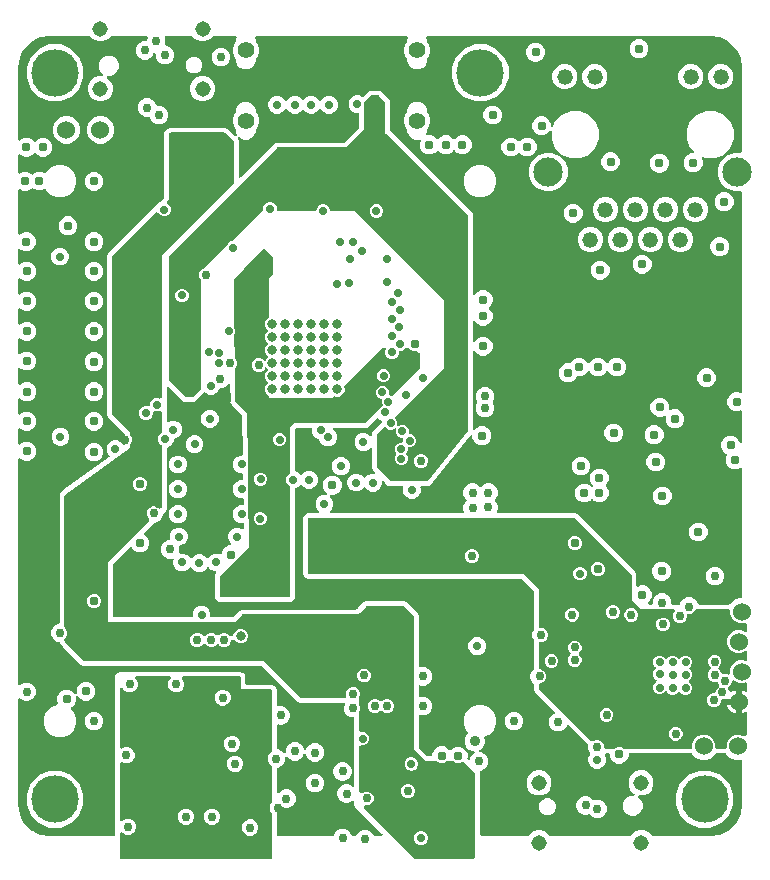
<source format=gbr>
G04 EAGLE Gerber RS-274X export*
G75*
%MOMM*%
%FSLAX34Y34*%
%LPD*%
%INEAGLE Copper Layer 15*%
%IPPOS*%
%AMOC8*
5,1,8,0,0,1.08239X$1,22.5*%
G01*
%ADD10C,1.320800*%
%ADD11C,2.476500*%
%ADD12C,0.808000*%
%ADD13C,1.408000*%
%ADD14C,1.308000*%
%ADD15C,1.524000*%
%ADD16C,0.787400*%
%ADD17C,0.706400*%
%ADD18C,0.806400*%
%ADD19C,0.914400*%
%ADD20C,0.756400*%
%ADD21C,4.016000*%
%ADD22C,0.906400*%
%ADD23C,0.956400*%

G36*
X296780Y23985D02*
X296780Y23985D01*
X299427Y23985D01*
X299428Y23985D01*
X299430Y23985D01*
X299571Y24005D01*
X299708Y24025D01*
X299710Y24025D01*
X299711Y24025D01*
X299839Y24083D01*
X299968Y24141D01*
X299969Y24142D01*
X299970Y24143D01*
X300078Y24234D01*
X300185Y24325D01*
X300186Y24326D01*
X300187Y24327D01*
X300195Y24340D01*
X300342Y24561D01*
X300352Y24590D01*
X300365Y24612D01*
X300902Y25909D01*
X303091Y28098D01*
X305952Y29283D01*
X309048Y29283D01*
X311909Y28098D01*
X314098Y25909D01*
X314635Y24612D01*
X314636Y24610D01*
X314636Y24609D01*
X314708Y24488D01*
X314780Y24367D01*
X314781Y24366D01*
X314782Y24364D01*
X314886Y24267D01*
X314986Y24172D01*
X314988Y24171D01*
X314989Y24170D01*
X315116Y24104D01*
X315239Y24041D01*
X315241Y24041D01*
X315242Y24040D01*
X315257Y24038D01*
X315518Y23986D01*
X315548Y23989D01*
X315573Y23985D01*
X321533Y23985D01*
X321562Y23989D01*
X321591Y23986D01*
X321702Y24009D01*
X321814Y24025D01*
X321841Y24037D01*
X321870Y24042D01*
X321970Y24095D01*
X322074Y24141D01*
X322096Y24160D01*
X322122Y24173D01*
X322204Y24251D01*
X322291Y24325D01*
X322307Y24349D01*
X322328Y24369D01*
X322385Y24467D01*
X322448Y24561D01*
X322457Y24589D01*
X322472Y24614D01*
X322500Y24724D01*
X322534Y24832D01*
X322535Y24862D01*
X322542Y24890D01*
X322538Y25003D01*
X322541Y25116D01*
X322534Y25145D01*
X322533Y25174D01*
X322498Y25282D01*
X322469Y25391D01*
X322454Y25417D01*
X322445Y25445D01*
X322400Y25508D01*
X322324Y25636D01*
X322279Y25679D01*
X322251Y25718D01*
X299386Y48583D01*
X298467Y50800D01*
X298467Y52820D01*
X298463Y52849D01*
X298466Y52878D01*
X298443Y52989D01*
X298427Y53101D01*
X298415Y53128D01*
X298410Y53157D01*
X298357Y53258D01*
X298311Y53361D01*
X298292Y53383D01*
X298279Y53409D01*
X298201Y53491D01*
X298128Y53578D01*
X298103Y53594D01*
X298083Y53615D01*
X297985Y53672D01*
X297891Y53735D01*
X297863Y53744D01*
X297838Y53759D01*
X297728Y53787D01*
X297620Y53821D01*
X297590Y53822D01*
X297562Y53829D01*
X297449Y53825D01*
X297336Y53828D01*
X297307Y53821D01*
X297278Y53820D01*
X297170Y53785D01*
X297061Y53757D01*
X297035Y53742D01*
X297007Y53733D01*
X296943Y53687D01*
X296816Y53611D01*
X296773Y53566D01*
X296734Y53538D01*
X296279Y53082D01*
X293418Y51897D01*
X290322Y51897D01*
X287461Y53082D01*
X285272Y55271D01*
X284087Y58132D01*
X284087Y61228D01*
X285272Y64089D01*
X287461Y66278D01*
X290322Y67463D01*
X293418Y67463D01*
X296279Y66278D01*
X296734Y65822D01*
X296758Y65805D01*
X296777Y65782D01*
X296871Y65720D01*
X296961Y65651D01*
X296989Y65641D01*
X297013Y65625D01*
X297121Y65591D01*
X297227Y65550D01*
X297256Y65548D01*
X297284Y65539D01*
X297398Y65536D01*
X297510Y65527D01*
X297539Y65532D01*
X297568Y65532D01*
X297678Y65560D01*
X297789Y65583D01*
X297815Y65596D01*
X297843Y65603D01*
X297941Y65661D01*
X298041Y65713D01*
X298063Y65734D01*
X298088Y65749D01*
X298165Y65831D01*
X298247Y65909D01*
X298262Y65935D01*
X298282Y65956D01*
X298334Y66057D01*
X298391Y66155D01*
X298398Y66183D01*
X298412Y66209D01*
X298425Y66286D01*
X298461Y66430D01*
X298459Y66493D01*
X298467Y66540D01*
X298467Y103381D01*
X298463Y103412D01*
X298465Y103443D01*
X298448Y103519D01*
X298427Y103663D01*
X298401Y103721D01*
X298390Y103770D01*
X298012Y104682D01*
X298012Y107678D01*
X298390Y108590D01*
X298398Y108620D01*
X298412Y108648D01*
X298425Y108725D01*
X298461Y108866D01*
X298459Y108930D01*
X298467Y108979D01*
X298467Y123202D01*
X298459Y123260D01*
X298461Y123318D01*
X298439Y123400D01*
X298427Y123484D01*
X298404Y123537D01*
X298389Y123593D01*
X298346Y123666D01*
X298311Y123743D01*
X298273Y123788D01*
X298244Y123838D01*
X298182Y123896D01*
X298128Y123960D01*
X298079Y123992D01*
X298036Y124032D01*
X297961Y124071D01*
X297891Y124118D01*
X297835Y124135D01*
X297783Y124162D01*
X297715Y124173D01*
X297620Y124203D01*
X297520Y124206D01*
X297452Y124217D01*
X295952Y124217D01*
X293091Y125402D01*
X290902Y127591D01*
X289717Y130452D01*
X289717Y133548D01*
X290345Y135063D01*
X290374Y135175D01*
X290408Y135284D01*
X290409Y135312D01*
X290416Y135339D01*
X290413Y135453D01*
X290416Y135568D01*
X290409Y135595D01*
X290408Y135623D01*
X290373Y135732D01*
X290344Y135843D01*
X290330Y135867D01*
X290321Y135894D01*
X290257Y135989D01*
X290199Y136088D01*
X290178Y136107D01*
X290163Y136130D01*
X290075Y136204D01*
X289991Y136282D01*
X289966Y136295D01*
X289945Y136313D01*
X289840Y136359D01*
X289738Y136412D01*
X289713Y136416D01*
X289685Y136428D01*
X289422Y136465D01*
X289407Y136467D01*
X252800Y136467D01*
X250583Y137386D01*
X220299Y167670D01*
X220229Y167722D01*
X220165Y167782D01*
X220115Y167808D01*
X220071Y167841D01*
X219990Y167872D01*
X219912Y167912D01*
X219864Y167920D01*
X219806Y167942D01*
X219658Y167954D01*
X219581Y167967D01*
X69300Y167967D01*
X67083Y168886D01*
X51726Y184243D01*
X51725Y184243D01*
X49886Y186083D01*
X49468Y187091D01*
X49467Y187092D01*
X49467Y187093D01*
X49396Y187214D01*
X49324Y187335D01*
X49323Y187336D01*
X49322Y187338D01*
X49218Y187435D01*
X49117Y187531D01*
X49116Y187531D01*
X49114Y187532D01*
X48989Y187597D01*
X48864Y187661D01*
X48863Y187661D01*
X48861Y187662D01*
X48847Y187664D01*
X48585Y187716D01*
X48555Y187713D01*
X48530Y187717D01*
X47952Y187717D01*
X45091Y188902D01*
X42902Y191091D01*
X41717Y193952D01*
X41717Y197048D01*
X42902Y199909D01*
X45091Y202098D01*
X47952Y203283D01*
X48010Y203291D01*
X48068Y203289D01*
X48150Y203311D01*
X48234Y203323D01*
X48287Y203346D01*
X48343Y203361D01*
X48416Y203404D01*
X48493Y203439D01*
X48538Y203477D01*
X48588Y203506D01*
X48646Y203568D01*
X48710Y203622D01*
X48742Y203671D01*
X48782Y203714D01*
X48821Y203789D01*
X48868Y203859D01*
X48885Y203915D01*
X48912Y203967D01*
X48923Y204035D01*
X48953Y204130D01*
X48956Y204230D01*
X48967Y204298D01*
X48967Y310179D01*
X48945Y310336D01*
X48940Y310413D01*
X48853Y310782D01*
X48910Y311132D01*
X48910Y311133D01*
X48954Y311406D01*
X48956Y311502D01*
X48967Y311568D01*
X48967Y312200D01*
X49112Y312550D01*
X49152Y312703D01*
X49177Y312776D01*
X49237Y313151D01*
X49570Y313688D01*
X49608Y313777D01*
X49644Y313834D01*
X49886Y314417D01*
X50154Y314686D01*
X50249Y314812D01*
X50300Y314870D01*
X50499Y315192D01*
X51012Y315562D01*
X51081Y315629D01*
X51136Y315668D01*
X51583Y316114D01*
X51933Y316259D01*
X52069Y316340D01*
X52138Y316374D01*
X90925Y344328D01*
X91025Y344424D01*
X91127Y344521D01*
X91128Y344523D01*
X91130Y344525D01*
X91201Y344648D01*
X91271Y344766D01*
X91271Y344769D01*
X91273Y344771D01*
X91307Y344909D01*
X91341Y345042D01*
X91341Y345044D01*
X91341Y345047D01*
X91336Y345188D01*
X91332Y345326D01*
X91331Y345328D01*
X91331Y345331D01*
X91288Y345461D01*
X91244Y345596D01*
X91243Y345598D01*
X91242Y345601D01*
X91082Y345836D01*
X91062Y345853D01*
X91049Y345870D01*
X89780Y347139D01*
X88633Y349908D01*
X88633Y352905D01*
X89780Y355673D01*
X91899Y357792D01*
X94667Y358939D01*
X97664Y358939D01*
X100433Y357792D01*
X102576Y355649D01*
X102593Y355612D01*
X102630Y355568D01*
X102658Y355520D01*
X102721Y355460D01*
X102777Y355395D01*
X102824Y355363D01*
X102865Y355324D01*
X102941Y355285D01*
X103013Y355237D01*
X103067Y355220D01*
X103118Y355194D01*
X103202Y355177D01*
X103284Y355151D01*
X103341Y355150D01*
X103397Y355139D01*
X103482Y355146D01*
X103568Y355144D01*
X103623Y355158D01*
X103680Y355163D01*
X103760Y355194D01*
X103843Y355216D01*
X103892Y355245D01*
X103945Y355265D01*
X104014Y355317D01*
X104088Y355361D01*
X104127Y355403D01*
X104172Y355437D01*
X104224Y355506D01*
X104282Y355568D01*
X104308Y355619D01*
X104342Y355664D01*
X104373Y355745D01*
X104412Y355822D01*
X104420Y355870D01*
X104443Y355930D01*
X104454Y356075D01*
X104467Y356153D01*
X104467Y363581D01*
X104455Y363667D01*
X104452Y363755D01*
X104435Y363807D01*
X104427Y363862D01*
X104392Y363942D01*
X104365Y364025D01*
X104337Y364064D01*
X104311Y364122D01*
X104215Y364235D01*
X104170Y364299D01*
X89886Y378583D01*
X88967Y380800D01*
X88967Y514700D01*
X89886Y516917D01*
X130709Y557740D01*
X130727Y557765D01*
X130751Y557785D01*
X130793Y557852D01*
X130880Y557967D01*
X130903Y558028D01*
X130929Y558070D01*
X131114Y558517D01*
X133233Y560636D01*
X133680Y560821D01*
X133707Y560837D01*
X133736Y560846D01*
X133800Y560892D01*
X133925Y560966D01*
X133969Y561013D01*
X134010Y561041D01*
X137170Y564201D01*
X137222Y564271D01*
X137282Y564335D01*
X137308Y564385D01*
X137341Y564429D01*
X137372Y564510D01*
X137412Y564588D01*
X137420Y564636D01*
X137442Y564694D01*
X137454Y564842D01*
X137467Y564919D01*
X137467Y618700D01*
X138386Y620917D01*
X140083Y622614D01*
X142300Y623533D01*
X189200Y623533D01*
X191417Y622614D01*
X197507Y616524D01*
X197576Y616473D01*
X197638Y616414D01*
X197689Y616388D01*
X197734Y616354D01*
X197815Y616323D01*
X197891Y616284D01*
X197947Y616273D01*
X198000Y616252D01*
X198086Y616245D01*
X198170Y616229D01*
X198227Y616233D01*
X198283Y616229D01*
X198368Y616246D01*
X198453Y616253D01*
X198506Y616273D01*
X198562Y616285D01*
X198638Y616324D01*
X198718Y616355D01*
X198764Y616389D01*
X198814Y616416D01*
X198877Y616475D01*
X198945Y616527D01*
X198979Y616572D01*
X199020Y616611D01*
X199064Y616686D01*
X199115Y616754D01*
X199135Y616808D01*
X199164Y616857D01*
X199185Y616940D01*
X199216Y617020D01*
X199220Y617077D01*
X199234Y617132D01*
X199232Y617218D01*
X199238Y617304D01*
X199227Y617352D01*
X199225Y617416D01*
X199181Y617554D01*
X199163Y617631D01*
X198055Y620305D01*
X198055Y621962D01*
X198043Y622049D01*
X198043Y622050D01*
X198044Y622083D01*
X198042Y622092D01*
X198040Y622136D01*
X198023Y622189D01*
X198015Y622244D01*
X197983Y622316D01*
X197972Y622358D01*
X197964Y622372D01*
X197953Y622407D01*
X197925Y622446D01*
X197899Y622503D01*
X197855Y622556D01*
X197827Y622603D01*
X197785Y622642D01*
X197758Y622680D01*
X197196Y623242D01*
X195515Y627300D01*
X195515Y631692D01*
X197196Y635750D01*
X197758Y636312D01*
X197810Y636382D01*
X197870Y636446D01*
X197896Y636495D01*
X197929Y636539D01*
X197960Y636621D01*
X198000Y636699D01*
X198008Y636746D01*
X198030Y636805D01*
X198042Y636952D01*
X198055Y637030D01*
X198055Y638687D01*
X199349Y641811D01*
X201741Y644203D01*
X204865Y645497D01*
X208247Y645497D01*
X211371Y644203D01*
X213763Y641811D01*
X215057Y638687D01*
X215057Y637030D01*
X215069Y636943D01*
X215072Y636856D01*
X215089Y636803D01*
X215097Y636748D01*
X215132Y636668D01*
X215159Y636585D01*
X215187Y636546D01*
X215213Y636489D01*
X215309Y636376D01*
X215354Y636312D01*
X215916Y635750D01*
X217597Y631692D01*
X217597Y627300D01*
X215916Y623242D01*
X215354Y622680D01*
X215338Y622659D01*
X215319Y622642D01*
X215287Y622595D01*
X215242Y622546D01*
X215216Y622497D01*
X215183Y622453D01*
X215171Y622420D01*
X215161Y622406D01*
X215147Y622362D01*
X215112Y622293D01*
X215104Y622246D01*
X215082Y622187D01*
X215078Y622144D01*
X215075Y622135D01*
X215074Y622097D01*
X215070Y622040D01*
X215057Y621962D01*
X215057Y620305D01*
X213763Y617181D01*
X211371Y614789D01*
X208247Y613495D01*
X204865Y613495D01*
X201741Y614789D01*
X201457Y615074D01*
X201388Y615125D01*
X201325Y615184D01*
X201275Y615210D01*
X201229Y615244D01*
X201149Y615275D01*
X201073Y615314D01*
X201017Y615325D01*
X200964Y615346D01*
X200878Y615353D01*
X200794Y615369D01*
X200737Y615364D01*
X200680Y615369D01*
X200596Y615352D01*
X200511Y615345D01*
X200458Y615325D01*
X200402Y615313D01*
X200325Y615274D01*
X200245Y615243D01*
X200200Y615209D01*
X200149Y615182D01*
X200087Y615123D01*
X200019Y615071D01*
X199985Y615026D01*
X199943Y614987D01*
X199900Y614912D01*
X199848Y614844D01*
X199828Y614790D01*
X199800Y614741D01*
X199778Y614658D01*
X199748Y614578D01*
X199743Y614521D01*
X199729Y614466D01*
X199732Y614380D01*
X199725Y614294D01*
X199736Y614246D01*
X199738Y614182D01*
X199783Y614044D01*
X199801Y613967D01*
X200533Y612200D01*
X200533Y582239D01*
X200537Y582210D01*
X200534Y582181D01*
X200557Y582070D01*
X200573Y581958D01*
X200585Y581931D01*
X200590Y581902D01*
X200642Y581802D01*
X200689Y581698D01*
X200708Y581676D01*
X200721Y581650D01*
X200799Y581568D01*
X200872Y581481D01*
X200897Y581465D01*
X200917Y581444D01*
X201015Y581387D01*
X201109Y581324D01*
X201137Y581315D01*
X201162Y581300D01*
X201272Y581272D01*
X201380Y581238D01*
X201410Y581237D01*
X201438Y581230D01*
X201551Y581234D01*
X201664Y581231D01*
X201693Y581238D01*
X201722Y581239D01*
X201830Y581274D01*
X201939Y581303D01*
X201965Y581317D01*
X201993Y581327D01*
X202056Y581372D01*
X202184Y581448D01*
X202227Y581493D01*
X202266Y581521D01*
X231583Y610839D01*
X289663Y610839D01*
X289749Y610851D01*
X289837Y610854D01*
X289889Y610871D01*
X289944Y610879D01*
X290024Y610914D01*
X290107Y610941D01*
X290146Y610969D01*
X290204Y610995D01*
X290317Y611091D01*
X290381Y611136D01*
X301996Y622751D01*
X302048Y622821D01*
X302108Y622885D01*
X302134Y622935D01*
X302167Y622979D01*
X302198Y623060D01*
X302238Y623138D01*
X302246Y623186D01*
X302268Y623244D01*
X302280Y623392D01*
X302293Y623469D01*
X302293Y634948D01*
X302285Y635006D01*
X302287Y635064D01*
X302265Y635146D01*
X302253Y635230D01*
X302230Y635283D01*
X302215Y635339D01*
X302172Y635412D01*
X302137Y635489D01*
X302099Y635534D01*
X302070Y635584D01*
X302008Y635642D01*
X301954Y635706D01*
X301905Y635738D01*
X301862Y635778D01*
X301787Y635817D01*
X301717Y635864D01*
X301661Y635881D01*
X301609Y635908D01*
X301541Y635919D01*
X301446Y635949D01*
X301346Y635952D01*
X301278Y635963D01*
X299558Y635963D01*
X296789Y637110D01*
X294670Y639229D01*
X293523Y641998D01*
X293523Y644994D01*
X294670Y647763D01*
X296789Y649882D01*
X299558Y651029D01*
X302554Y651029D01*
X305264Y649906D01*
X305266Y649906D01*
X305267Y649905D01*
X305402Y649871D01*
X305540Y649835D01*
X305541Y649835D01*
X305543Y649835D01*
X305683Y649839D01*
X305824Y649843D01*
X305825Y649844D01*
X305827Y649844D01*
X305960Y649887D01*
X306095Y649930D01*
X306096Y649931D01*
X306097Y649931D01*
X306109Y649940D01*
X306331Y650088D01*
X306350Y650112D01*
X306371Y650126D01*
X311083Y654839D01*
X321029Y654839D01*
X328819Y647049D01*
X328819Y621469D01*
X328831Y621383D01*
X328834Y621295D01*
X328851Y621243D01*
X328859Y621188D01*
X328894Y621108D01*
X328921Y621025D01*
X328949Y620986D01*
X328975Y620928D01*
X329071Y620815D01*
X329116Y620751D01*
X398819Y551049D01*
X398819Y482888D01*
X398831Y482803D01*
X398833Y482717D01*
X398851Y482663D01*
X398859Y482606D01*
X398894Y482528D01*
X398920Y482446D01*
X398952Y482399D01*
X398975Y482347D01*
X399030Y482281D01*
X399078Y482210D01*
X399122Y482173D01*
X399158Y482130D01*
X399230Y482082D01*
X399296Y482027D01*
X399348Y482004D01*
X399395Y481972D01*
X399477Y481946D01*
X399556Y481911D01*
X399612Y481904D01*
X399666Y481887D01*
X399752Y481884D01*
X399837Y481873D01*
X399894Y481881D01*
X399950Y481879D01*
X400033Y481901D01*
X400119Y481913D01*
X400170Y481937D01*
X400225Y481951D01*
X400299Y481995D01*
X400378Y482030D01*
X400421Y482067D01*
X400470Y482096D01*
X400529Y482159D01*
X400594Y482215D01*
X400620Y482257D01*
X400664Y482304D01*
X400730Y482433D01*
X400769Y482495D01*
X403004Y484729D01*
X405921Y485938D01*
X409079Y485938D01*
X411996Y484729D01*
X414229Y482496D01*
X415438Y479579D01*
X415438Y476421D01*
X414229Y473504D01*
X412346Y471620D01*
X412310Y471573D01*
X412268Y471533D01*
X412225Y471460D01*
X412175Y471393D01*
X412154Y471338D01*
X412124Y471288D01*
X412104Y471206D01*
X412073Y471127D01*
X412069Y471069D01*
X412054Y471012D01*
X412057Y470928D01*
X412050Y470844D01*
X412061Y470786D01*
X412063Y470728D01*
X412089Y470648D01*
X412106Y470565D01*
X412133Y470513D01*
X412151Y470457D01*
X412191Y470401D01*
X412237Y470313D01*
X412306Y470240D01*
X412346Y470184D01*
X414229Y468300D01*
X415438Y465383D01*
X415438Y462225D01*
X414229Y459308D01*
X411996Y457075D01*
X409079Y455866D01*
X405921Y455866D01*
X403004Y457075D01*
X400770Y459309D01*
X400728Y459379D01*
X400693Y459457D01*
X400656Y459500D01*
X400628Y459549D01*
X400565Y459609D01*
X400509Y459674D01*
X400462Y459706D01*
X400421Y459745D01*
X400344Y459784D01*
X400273Y459832D01*
X400219Y459849D01*
X400168Y459875D01*
X400084Y459892D01*
X400002Y459917D01*
X399945Y459919D01*
X399889Y459930D01*
X399804Y459923D01*
X399718Y459925D01*
X399663Y459910D01*
X399606Y459905D01*
X399526Y459875D01*
X399443Y459853D01*
X399394Y459824D01*
X399341Y459804D01*
X399272Y459752D01*
X399198Y459708D01*
X399159Y459666D01*
X399114Y459632D01*
X399063Y459563D01*
X399004Y459500D01*
X398978Y459450D01*
X398944Y459404D01*
X398913Y459324D01*
X398874Y459247D01*
X398866Y459198D01*
X398843Y459138D01*
X398832Y458994D01*
X398819Y458916D01*
X398819Y443292D01*
X398831Y443207D01*
X398833Y443121D01*
X398851Y443067D01*
X398859Y443010D01*
X398894Y442932D01*
X398920Y442850D01*
X398952Y442803D01*
X398975Y442751D01*
X399030Y442685D01*
X399078Y442614D01*
X399122Y442577D01*
X399158Y442534D01*
X399230Y442486D01*
X399296Y442431D01*
X399348Y442408D01*
X399395Y442376D01*
X399477Y442350D01*
X399556Y442315D01*
X399612Y442308D01*
X399666Y442291D01*
X399752Y442288D01*
X399837Y442277D01*
X399894Y442285D01*
X399950Y442283D01*
X400033Y442305D01*
X400119Y442317D01*
X400170Y442341D01*
X400225Y442355D01*
X400299Y442399D01*
X400378Y442434D01*
X400421Y442471D01*
X400470Y442500D01*
X400529Y442563D01*
X400594Y442619D01*
X400620Y442661D01*
X400664Y442708D01*
X400730Y442837D01*
X400769Y442899D01*
X403004Y445133D01*
X405921Y446342D01*
X409079Y446342D01*
X411996Y445133D01*
X414229Y442900D01*
X415438Y439983D01*
X415438Y436825D01*
X414229Y433908D01*
X411996Y431675D01*
X409079Y430466D01*
X405921Y430466D01*
X403004Y431675D01*
X400770Y433909D01*
X400728Y433979D01*
X400693Y434057D01*
X400656Y434100D01*
X400628Y434149D01*
X400565Y434209D01*
X400509Y434274D01*
X400462Y434306D01*
X400421Y434345D01*
X400344Y434384D01*
X400273Y434432D01*
X400219Y434449D01*
X400168Y434475D01*
X400084Y434492D01*
X400002Y434517D01*
X399945Y434519D01*
X399889Y434530D01*
X399804Y434523D01*
X399718Y434525D01*
X399663Y434510D01*
X399606Y434505D01*
X399526Y434475D01*
X399443Y434453D01*
X399394Y434424D01*
X399341Y434404D01*
X399272Y434352D01*
X399198Y434308D01*
X399159Y434266D01*
X399114Y434232D01*
X399063Y434163D01*
X399004Y434100D01*
X398978Y434050D01*
X398944Y434004D01*
X398913Y433924D01*
X398874Y433847D01*
X398866Y433798D01*
X398843Y433738D01*
X398832Y433594D01*
X398819Y433516D01*
X398819Y368807D01*
X398823Y368778D01*
X398820Y368749D01*
X398843Y368638D01*
X398859Y368526D01*
X398871Y368499D01*
X398876Y368470D01*
X398929Y368370D01*
X398975Y368266D01*
X398994Y368244D01*
X399007Y368218D01*
X399085Y368136D01*
X399158Y368049D01*
X399183Y368033D01*
X399203Y368012D01*
X399301Y367955D01*
X399395Y367892D01*
X399423Y367883D01*
X399448Y367868D01*
X399558Y367840D01*
X399666Y367806D01*
X399696Y367805D01*
X399724Y367798D01*
X399837Y367802D01*
X399950Y367799D01*
X399979Y367806D01*
X400008Y367807D01*
X400116Y367842D01*
X400225Y367871D01*
X400251Y367886D01*
X400279Y367895D01*
X400343Y367940D01*
X400470Y368016D01*
X400513Y368062D01*
X400552Y368090D01*
X401904Y369441D01*
X404821Y370650D01*
X407979Y370650D01*
X410896Y369441D01*
X413129Y367208D01*
X414338Y364291D01*
X414338Y361133D01*
X413129Y358216D01*
X410896Y355983D01*
X407979Y354774D01*
X404821Y354774D01*
X401904Y355983D01*
X399671Y358216D01*
X398462Y361133D01*
X398462Y362083D01*
X398455Y362138D01*
X398456Y362179D01*
X398450Y362201D01*
X398449Y362247D01*
X398431Y362304D01*
X398422Y362365D01*
X398389Y362440D01*
X398364Y362518D01*
X398331Y362569D01*
X398306Y362624D01*
X398253Y362687D01*
X398208Y362755D01*
X398162Y362795D01*
X398123Y362841D01*
X398054Y362886D01*
X397992Y362940D01*
X397936Y362965D01*
X397886Y362999D01*
X397807Y363023D01*
X397733Y363057D01*
X397673Y363066D01*
X397615Y363084D01*
X397533Y363086D01*
X397451Y363098D01*
X397391Y363090D01*
X397331Y363092D01*
X397251Y363071D01*
X397170Y363060D01*
X397114Y363035D01*
X397056Y363020D01*
X396985Y362978D01*
X396910Y362944D01*
X396870Y362910D01*
X396811Y362875D01*
X396725Y362782D01*
X396673Y362738D01*
X396667Y362730D01*
X396658Y362722D01*
X364954Y323592D01*
X364936Y323562D01*
X364913Y323537D01*
X364863Y323441D01*
X364808Y323348D01*
X364799Y323315D01*
X364783Y323284D01*
X364770Y323207D01*
X364735Y323074D01*
X364736Y323035D01*
X363546Y321846D01*
X363510Y321798D01*
X363476Y321767D01*
X362420Y320464D01*
X362326Y320434D01*
X362222Y320408D01*
X362192Y320390D01*
X362159Y320380D01*
X362095Y320334D01*
X361976Y320265D01*
X361949Y320237D01*
X360267Y320237D01*
X360208Y320229D01*
X360161Y320232D01*
X358493Y320057D01*
X358406Y320102D01*
X358314Y320157D01*
X358280Y320166D01*
X358249Y320182D01*
X358172Y320195D01*
X358039Y320230D01*
X357970Y320229D01*
X357918Y320237D01*
X355386Y320237D01*
X355272Y320221D01*
X355158Y320211D01*
X355132Y320201D01*
X355105Y320197D01*
X355000Y320150D01*
X354893Y320109D01*
X354871Y320093D01*
X354845Y320081D01*
X354758Y320007D01*
X354666Y319938D01*
X354649Y319915D01*
X354628Y319898D01*
X354564Y319802D01*
X354496Y319710D01*
X354486Y319684D01*
X354471Y319661D01*
X354436Y319551D01*
X354395Y319444D01*
X354393Y319416D01*
X354385Y319390D01*
X354382Y319275D01*
X354373Y319161D01*
X354378Y319136D01*
X354378Y319106D01*
X354445Y318849D01*
X354448Y318833D01*
X354589Y318494D01*
X354589Y315498D01*
X353442Y312729D01*
X351323Y310610D01*
X348554Y309463D01*
X345558Y309463D01*
X342789Y310610D01*
X340670Y312729D01*
X339523Y315498D01*
X339523Y318494D01*
X339664Y318833D01*
X339692Y318945D01*
X339727Y319054D01*
X339728Y319082D01*
X339735Y319109D01*
X339731Y319223D01*
X339734Y319338D01*
X339727Y319365D01*
X339726Y319393D01*
X339691Y319502D01*
X339662Y319613D01*
X339648Y319637D01*
X339640Y319664D01*
X339576Y319759D01*
X339517Y319858D01*
X339497Y319877D01*
X339482Y319900D01*
X339394Y319974D01*
X339310Y320052D01*
X339285Y320065D01*
X339264Y320083D01*
X339159Y320130D01*
X339057Y320182D01*
X339032Y320186D01*
X339004Y320198D01*
X338740Y320235D01*
X338726Y320237D01*
X331022Y320237D01*
X330964Y320229D01*
X330906Y320231D01*
X330824Y320209D01*
X330741Y320197D01*
X330687Y320174D01*
X330631Y320159D01*
X330582Y320128D01*
X328713Y320236D01*
X328681Y320233D01*
X328655Y320237D01*
X326795Y320237D01*
X326783Y320246D01*
X326728Y320267D01*
X326677Y320297D01*
X326622Y320310D01*
X325376Y321707D01*
X325351Y321728D01*
X325336Y321749D01*
X324020Y323065D01*
X324018Y323080D01*
X323994Y323133D01*
X323979Y323190D01*
X323943Y323249D01*
X323902Y323339D01*
X323837Y323416D01*
X323801Y323474D01*
X323362Y323966D01*
X323317Y324004D01*
X323279Y324049D01*
X323209Y324096D01*
X323145Y324150D01*
X323091Y324174D01*
X323043Y324206D01*
X322962Y324232D01*
X322885Y324266D01*
X322827Y324275D01*
X322772Y324292D01*
X322687Y324294D01*
X322604Y324306D01*
X322546Y324298D01*
X322488Y324299D01*
X322406Y324278D01*
X322322Y324266D01*
X322269Y324242D01*
X322212Y324228D01*
X322140Y324185D01*
X322063Y324150D01*
X322018Y324112D01*
X321968Y324082D01*
X321910Y324021D01*
X321846Y323966D01*
X321814Y323918D01*
X321774Y323875D01*
X321735Y323800D01*
X321688Y323730D01*
X321671Y323674D01*
X321644Y323622D01*
X321633Y323554D01*
X321603Y323459D01*
X321600Y323359D01*
X321589Y323291D01*
X321589Y321498D01*
X320442Y318729D01*
X318323Y316610D01*
X315554Y315463D01*
X312558Y315463D01*
X309789Y316610D01*
X307774Y318625D01*
X307727Y318660D01*
X307687Y318703D01*
X307614Y318745D01*
X307547Y318796D01*
X307492Y318817D01*
X307442Y318846D01*
X307360Y318867D01*
X307281Y318897D01*
X307223Y318902D01*
X307166Y318917D01*
X307082Y318914D01*
X306998Y318921D01*
X306940Y318909D01*
X306882Y318908D01*
X306802Y318882D01*
X306719Y318865D01*
X306667Y318838D01*
X306611Y318820D01*
X306555Y318780D01*
X306467Y318734D01*
X306394Y318665D01*
X306338Y318625D01*
X304433Y316720D01*
X301664Y315573D01*
X298667Y315573D01*
X295899Y316720D01*
X293780Y318839D01*
X292633Y321607D01*
X292633Y324604D01*
X293780Y327373D01*
X295899Y329492D01*
X298667Y330639D01*
X301664Y330639D01*
X304433Y329492D01*
X306448Y327477D01*
X306495Y327441D01*
X306535Y327399D01*
X306608Y327356D01*
X306675Y327306D01*
X306730Y327285D01*
X306780Y327255D01*
X306862Y327235D01*
X306941Y327204D01*
X306999Y327200D01*
X307056Y327185D01*
X307140Y327188D01*
X307224Y327181D01*
X307281Y327192D01*
X307340Y327194D01*
X307420Y327220D01*
X307503Y327237D01*
X307555Y327264D01*
X307610Y327282D01*
X307667Y327322D01*
X307755Y327368D01*
X307827Y327437D01*
X307884Y327477D01*
X309789Y329382D01*
X312558Y330529D01*
X315247Y330529D01*
X315529Y330569D01*
X315734Y330661D01*
X315788Y330685D01*
X315938Y330812D01*
X316005Y330868D01*
X316005Y330869D01*
X316070Y330966D01*
X316151Y331088D01*
X316162Y331105D01*
X316175Y331146D01*
X316248Y331376D01*
X316253Y331550D01*
X316256Y331660D01*
X316218Y331805D01*
X316184Y331934D01*
X316184Y331935D01*
X316183Y331936D01*
X316038Y332180D01*
X316017Y332200D01*
X316005Y332220D01*
X314611Y333783D01*
X314586Y333804D01*
X314571Y333826D01*
X313256Y335141D01*
X313253Y335156D01*
X313229Y335210D01*
X313215Y335266D01*
X313184Y335314D01*
X313292Y337184D01*
X313289Y337216D01*
X313293Y337242D01*
X313293Y351431D01*
X313289Y351460D01*
X313292Y351489D01*
X313269Y351600D01*
X313253Y351713D01*
X313241Y351739D01*
X313236Y351768D01*
X313183Y351869D01*
X313137Y351972D01*
X313118Y351994D01*
X313105Y352020D01*
X313027Y352103D01*
X312954Y352189D01*
X312929Y352205D01*
X312909Y352226D01*
X312811Y352284D01*
X312717Y352347D01*
X312689Y352355D01*
X312664Y352370D01*
X312554Y352398D01*
X312446Y352432D01*
X312416Y352433D01*
X312388Y352440D01*
X312275Y352437D01*
X312162Y352440D01*
X312133Y352432D01*
X312104Y352431D01*
X311996Y352396D01*
X311887Y352368D01*
X311861Y352353D01*
X311833Y352344D01*
X311769Y352298D01*
X311642Y352223D01*
X311599Y352177D01*
X311560Y352149D01*
X310432Y351021D01*
X307664Y349874D01*
X304667Y349874D01*
X301898Y351021D01*
X299779Y353140D01*
X298632Y355909D01*
X298632Y358905D01*
X299779Y361674D01*
X301898Y363793D01*
X304667Y364940D01*
X307664Y364940D01*
X310432Y363793D01*
X311560Y362665D01*
X311584Y362647D01*
X311603Y362625D01*
X311697Y362562D01*
X311787Y362494D01*
X311815Y362483D01*
X311839Y362467D01*
X311947Y362433D01*
X312053Y362393D01*
X312082Y362390D01*
X312110Y362381D01*
X312224Y362379D01*
X312336Y362369D01*
X312365Y362375D01*
X312394Y362374D01*
X312504Y362403D01*
X312615Y362425D01*
X312641Y362439D01*
X312669Y362446D01*
X312767Y362504D01*
X312867Y362556D01*
X312889Y362576D01*
X312914Y362591D01*
X312991Y362674D01*
X313073Y362752D01*
X313088Y362777D01*
X313108Y362799D01*
X313160Y362899D01*
X313217Y362997D01*
X313224Y363026D01*
X313238Y363052D01*
X313251Y363129D01*
X313287Y363273D01*
X313285Y363335D01*
X313293Y363383D01*
X313293Y365049D01*
X321336Y373091D01*
X321388Y373161D01*
X321448Y373225D01*
X321473Y373274D01*
X321507Y373318D01*
X321538Y373400D01*
X321578Y373478D01*
X321586Y373526D01*
X321608Y373584D01*
X321620Y373732D01*
X321633Y373809D01*
X321633Y374889D01*
X321633Y374890D01*
X321633Y374892D01*
X321613Y375032D01*
X321593Y375170D01*
X321593Y375171D01*
X321592Y375173D01*
X321537Y375296D01*
X321477Y375429D01*
X321476Y375431D01*
X321475Y375432D01*
X321384Y375539D01*
X321293Y375646D01*
X321292Y375647D01*
X321291Y375649D01*
X321278Y375657D01*
X321057Y375804D01*
X321027Y375813D01*
X321006Y375827D01*
X320539Y376020D01*
X318855Y377704D01*
X318808Y377739D01*
X318768Y377781D01*
X318695Y377824D01*
X318628Y377875D01*
X318573Y377896D01*
X318523Y377925D01*
X318441Y377946D01*
X318362Y377976D01*
X318304Y377981D01*
X318247Y377995D01*
X318163Y377993D01*
X318079Y378000D01*
X318022Y377988D01*
X317963Y377986D01*
X317883Y377960D01*
X317800Y377944D01*
X317748Y377917D01*
X317693Y377899D01*
X317637Y377859D01*
X317548Y377813D01*
X317476Y377744D01*
X317419Y377704D01*
X309029Y369313D01*
X281363Y369313D01*
X281334Y369309D01*
X281304Y369312D01*
X281193Y369289D01*
X281081Y369273D01*
X281054Y369261D01*
X281026Y369256D01*
X280925Y369203D01*
X280822Y369157D01*
X280799Y369138D01*
X280773Y369125D01*
X280691Y369047D01*
X280605Y368974D01*
X280588Y368949D01*
X280567Y368929D01*
X280510Y368831D01*
X280447Y368737D01*
X280438Y368709D01*
X280423Y368684D01*
X280396Y368574D01*
X280361Y368466D01*
X280361Y368436D01*
X280353Y368408D01*
X280357Y368295D01*
X280354Y368182D01*
X280361Y368153D01*
X280362Y368124D01*
X280397Y368016D01*
X280426Y367907D01*
X280441Y367881D01*
X280450Y367853D01*
X280495Y367790D01*
X280571Y367662D01*
X280617Y367619D01*
X280645Y367580D01*
X282552Y365673D01*
X283699Y362905D01*
X283699Y359908D01*
X282552Y357139D01*
X280433Y355020D01*
X277664Y353873D01*
X274667Y353873D01*
X271899Y355020D01*
X269780Y357139D01*
X268804Y359495D01*
X268760Y359570D01*
X268724Y359650D01*
X268688Y359692D01*
X268660Y359740D01*
X268596Y359800D01*
X268539Y359866D01*
X268498Y359892D01*
X268453Y359935D01*
X268321Y360003D01*
X268255Y360044D01*
X265899Y361020D01*
X263780Y363139D01*
X262633Y365908D01*
X262633Y368298D01*
X262625Y368356D01*
X262626Y368414D01*
X262605Y368496D01*
X262593Y368580D01*
X262569Y368633D01*
X262555Y368689D01*
X262511Y368762D01*
X262477Y368839D01*
X262439Y368884D01*
X262409Y368934D01*
X262348Y368992D01*
X262293Y369056D01*
X262245Y369088D01*
X262202Y369128D01*
X262127Y369167D01*
X262057Y369214D01*
X262001Y369231D01*
X261949Y369258D01*
X261881Y369269D01*
X261786Y369299D01*
X261686Y369302D01*
X261618Y369313D01*
X249449Y369313D01*
X249363Y369301D01*
X249275Y369298D01*
X249223Y369281D01*
X249168Y369273D01*
X249088Y369238D01*
X249005Y369211D01*
X248966Y369183D01*
X248908Y369157D01*
X248795Y369061D01*
X248731Y369016D01*
X248116Y368401D01*
X248064Y368331D01*
X248004Y368267D01*
X247978Y368217D01*
X247945Y368173D01*
X247914Y368092D01*
X247874Y368014D01*
X247866Y367966D01*
X247844Y367908D01*
X247832Y367760D01*
X247819Y367683D01*
X247819Y333553D01*
X247819Y333552D01*
X247819Y333550D01*
X247839Y333409D01*
X247859Y333272D01*
X247859Y333270D01*
X247859Y333269D01*
X247917Y333141D01*
X247975Y333012D01*
X247976Y333011D01*
X247977Y333010D01*
X248068Y332903D01*
X248158Y332795D01*
X248160Y332795D01*
X248161Y332793D01*
X248174Y332785D01*
X248395Y332638D01*
X248424Y332629D01*
X248445Y332615D01*
X250433Y331792D01*
X252448Y329777D01*
X252495Y329742D01*
X252535Y329700D01*
X252608Y329657D01*
X252675Y329606D01*
X252730Y329585D01*
X252780Y329556D01*
X252862Y329535D01*
X252941Y329505D01*
X252999Y329500D01*
X253056Y329486D01*
X253140Y329488D01*
X253224Y329481D01*
X253281Y329493D01*
X253340Y329495D01*
X253420Y329521D01*
X253503Y329537D01*
X253555Y329564D01*
X253610Y329582D01*
X253667Y329622D01*
X253755Y329668D01*
X253828Y329737D01*
X253884Y329777D01*
X255899Y331792D01*
X258667Y332939D01*
X261664Y332939D01*
X264433Y331792D01*
X266552Y329673D01*
X267699Y326905D01*
X267699Y323908D01*
X266552Y321139D01*
X264433Y319020D01*
X261664Y317874D01*
X258667Y317874D01*
X255899Y319020D01*
X253884Y321035D01*
X253837Y321071D01*
X253797Y321113D01*
X253724Y321156D01*
X253656Y321206D01*
X253602Y321227D01*
X253551Y321257D01*
X253470Y321278D01*
X253391Y321308D01*
X253332Y321312D01*
X253276Y321327D01*
X253192Y321324D01*
X253107Y321331D01*
X253050Y321320D01*
X252992Y321318D01*
X252911Y321292D01*
X252829Y321275D01*
X252777Y321248D01*
X252721Y321230D01*
X252665Y321190D01*
X252576Y321144D01*
X252504Y321076D01*
X252448Y321035D01*
X250433Y319020D01*
X248445Y318197D01*
X248444Y318196D01*
X248443Y318196D01*
X248322Y318124D01*
X248201Y318053D01*
X248200Y318052D01*
X248198Y318051D01*
X248101Y317947D01*
X248005Y317846D01*
X248005Y317845D01*
X248004Y317843D01*
X247939Y317717D01*
X247875Y317593D01*
X247875Y317592D01*
X247874Y317590D01*
X247872Y317575D01*
X247820Y317314D01*
X247823Y317284D01*
X247819Y317259D01*
X247819Y225103D01*
X245029Y222313D01*
X183216Y222313D01*
X180426Y225103D01*
X180426Y245162D01*
X181405Y246140D01*
X181422Y246164D01*
X181445Y246183D01*
X181508Y246277D01*
X181576Y246367D01*
X181586Y246395D01*
X181602Y246419D01*
X181637Y246527D01*
X181677Y246633D01*
X181679Y246662D01*
X181688Y246690D01*
X181691Y246804D01*
X181700Y246916D01*
X181695Y246945D01*
X181695Y246975D01*
X181667Y247084D01*
X181645Y247195D01*
X181631Y247221D01*
X181624Y247250D01*
X181566Y247347D01*
X181514Y247448D01*
X181493Y247469D01*
X181478Y247494D01*
X181396Y247571D01*
X181318Y247654D01*
X181292Y247668D01*
X181271Y247689D01*
X181170Y247740D01*
X181073Y247797D01*
X181044Y247805D01*
X181018Y247818D01*
X180941Y247831D01*
X180797Y247867D01*
X180735Y247865D01*
X180687Y247873D01*
X180167Y247873D01*
X177399Y249020D01*
X175279Y251140D01*
X175196Y251202D01*
X175182Y251216D01*
X175175Y251219D01*
X175099Y251283D01*
X175074Y251295D01*
X175052Y251311D01*
X174944Y251352D01*
X174839Y251399D01*
X174812Y251403D01*
X174786Y251412D01*
X174672Y251422D01*
X174558Y251438D01*
X174530Y251434D01*
X174503Y251436D01*
X174390Y251414D01*
X174276Y251397D01*
X174251Y251386D01*
X174224Y251380D01*
X174122Y251327D01*
X174017Y251280D01*
X173996Y251262D01*
X173972Y251249D01*
X173888Y251170D01*
X173801Y251096D01*
X173788Y251074D01*
X173765Y251053D01*
X173640Y250839D01*
X173630Y250824D01*
X173629Y250820D01*
X173623Y250811D01*
X173552Y250639D01*
X171433Y248520D01*
X168664Y247373D01*
X165667Y247373D01*
X162899Y248520D01*
X160780Y250639D01*
X160709Y250811D01*
X160650Y250910D01*
X160597Y251012D01*
X160578Y251032D01*
X160564Y251056D01*
X160481Y251135D01*
X160402Y251218D01*
X160378Y251232D01*
X160358Y251251D01*
X160255Y251304D01*
X160156Y251362D01*
X160129Y251368D01*
X160105Y251381D01*
X159992Y251403D01*
X159881Y251432D01*
X159853Y251431D01*
X159826Y251436D01*
X159711Y251426D01*
X159597Y251423D01*
X159570Y251414D01*
X159543Y251412D01*
X159436Y251371D01*
X159326Y251335D01*
X159306Y251321D01*
X159277Y251310D01*
X159065Y251149D01*
X159053Y251140D01*
X156933Y249020D01*
X154164Y247873D01*
X151167Y247873D01*
X148399Y249020D01*
X146280Y251139D01*
X145133Y253908D01*
X145133Y256905D01*
X145326Y257371D01*
X145334Y257399D01*
X145347Y257425D01*
X145369Y257536D01*
X145397Y257646D01*
X145396Y257675D01*
X145402Y257704D01*
X145392Y257817D01*
X145389Y257930D01*
X145380Y257958D01*
X145377Y257988D01*
X145337Y258093D01*
X145302Y258201D01*
X145286Y258225D01*
X145275Y258253D01*
X145207Y258343D01*
X145144Y258437D01*
X145121Y258456D01*
X145104Y258479D01*
X145013Y258547D01*
X144926Y258620D01*
X144900Y258632D01*
X144876Y258650D01*
X144770Y258690D01*
X144667Y258736D01*
X144638Y258740D01*
X144610Y258750D01*
X144497Y258759D01*
X144385Y258775D01*
X144356Y258770D01*
X144327Y258773D01*
X144250Y258755D01*
X144104Y258734D01*
X144067Y258717D01*
X140952Y258717D01*
X138091Y259902D01*
X135902Y262091D01*
X134717Y264952D01*
X134717Y268048D01*
X135902Y270909D01*
X138091Y273098D01*
X140952Y274283D01*
X141287Y274283D01*
X141401Y274299D01*
X141515Y274309D01*
X141541Y274319D01*
X141568Y274323D01*
X141673Y274370D01*
X141780Y274411D01*
X141802Y274427D01*
X141828Y274439D01*
X141915Y274513D01*
X142007Y274582D01*
X142024Y274605D01*
X142045Y274622D01*
X142108Y274718D01*
X142177Y274810D01*
X142187Y274836D01*
X142202Y274859D01*
X142237Y274969D01*
X142277Y275076D01*
X142280Y275104D01*
X142288Y275130D01*
X142291Y275245D01*
X142300Y275359D01*
X142295Y275384D01*
X142295Y275414D01*
X142228Y275671D01*
X142225Y275687D01*
X142133Y275908D01*
X142133Y278905D01*
X143280Y281673D01*
X145399Y283792D01*
X148167Y284939D01*
X151164Y284939D01*
X153933Y283792D01*
X156052Y281673D01*
X157199Y278905D01*
X157199Y275908D01*
X156052Y273139D01*
X153933Y271020D01*
X151164Y269873D01*
X151046Y269873D01*
X150932Y269857D01*
X150818Y269847D01*
X150792Y269838D01*
X150765Y269834D01*
X150660Y269787D01*
X150553Y269745D01*
X150530Y269729D01*
X150505Y269717D01*
X150417Y269643D01*
X150326Y269574D01*
X150309Y269552D01*
X150288Y269534D01*
X150224Y269438D01*
X150156Y269346D01*
X150146Y269320D01*
X150131Y269297D01*
X150096Y269187D01*
X150055Y269080D01*
X150053Y269053D01*
X150045Y269026D01*
X150042Y268911D01*
X150033Y268797D01*
X150038Y268772D01*
X150037Y268742D01*
X150105Y268484D01*
X150108Y268470D01*
X150283Y268048D01*
X150283Y264952D01*
X150030Y264343D01*
X150002Y264231D01*
X149967Y264122D01*
X149966Y264094D01*
X149959Y264067D01*
X149963Y263953D01*
X149960Y263838D01*
X149967Y263811D01*
X149968Y263783D01*
X150003Y263674D01*
X150032Y263563D01*
X150046Y263539D01*
X150054Y263512D01*
X150118Y263417D01*
X150177Y263318D01*
X150197Y263299D01*
X150212Y263276D01*
X150300Y263202D01*
X150384Y263124D01*
X150409Y263111D01*
X150430Y263093D01*
X150535Y263047D01*
X150637Y262994D01*
X150662Y262990D01*
X150690Y262978D01*
X150954Y262941D01*
X150968Y262939D01*
X154164Y262939D01*
X156933Y261792D01*
X159052Y259673D01*
X159123Y259501D01*
X159181Y259403D01*
X159234Y259301D01*
X159253Y259280D01*
X159267Y259257D01*
X159351Y259178D01*
X159430Y259094D01*
X159454Y259080D01*
X159474Y259061D01*
X159576Y259009D01*
X159675Y258951D01*
X159702Y258944D01*
X159727Y258931D01*
X159840Y258909D01*
X159951Y258881D01*
X159978Y258882D01*
X160006Y258876D01*
X160120Y258886D01*
X160235Y258890D01*
X160261Y258898D01*
X160289Y258901D01*
X160396Y258942D01*
X160505Y258977D01*
X160526Y258992D01*
X160554Y259003D01*
X160767Y259164D01*
X160779Y259172D01*
X162899Y261292D01*
X165667Y262439D01*
X168664Y262439D01*
X171433Y261292D01*
X173553Y259172D01*
X173645Y259103D01*
X173733Y259029D01*
X173758Y259018D01*
X173780Y259001D01*
X173887Y258960D01*
X173992Y258914D01*
X174020Y258910D01*
X174046Y258900D01*
X174160Y258890D01*
X174274Y258875D01*
X174301Y258879D01*
X174329Y258876D01*
X174441Y258899D01*
X174555Y258915D01*
X174581Y258927D01*
X174608Y258932D01*
X174710Y258985D01*
X174814Y259032D01*
X174835Y259050D01*
X174860Y259063D01*
X174943Y259142D01*
X175031Y259217D01*
X175044Y259238D01*
X175066Y259259D01*
X175201Y259488D01*
X175209Y259501D01*
X175280Y259673D01*
X177399Y261792D01*
X180167Y262939D01*
X183164Y262939D01*
X184670Y262315D01*
X184782Y262286D01*
X184891Y262252D01*
X184919Y262251D01*
X184946Y262244D01*
X185060Y262247D01*
X185175Y262244D01*
X185202Y262251D01*
X185230Y262252D01*
X185339Y262287D01*
X185450Y262316D01*
X185474Y262330D01*
X185501Y262339D01*
X185596Y262403D01*
X185695Y262461D01*
X185714Y262482D01*
X185737Y262497D01*
X185811Y262585D01*
X185889Y262669D01*
X185902Y262693D01*
X185920Y262715D01*
X185966Y262819D01*
X186019Y262922D01*
X186023Y262946D01*
X186035Y262974D01*
X186072Y263238D01*
X186074Y263253D01*
X186074Y263663D01*
X187283Y266580D01*
X189516Y268813D01*
X192433Y270022D01*
X193446Y270022D01*
X193475Y270026D01*
X193505Y270023D01*
X193616Y270046D01*
X193728Y270062D01*
X193755Y270074D01*
X193783Y270079D01*
X193884Y270132D01*
X193987Y270178D01*
X194010Y270197D01*
X194036Y270210D01*
X194118Y270288D01*
X194204Y270361D01*
X194220Y270386D01*
X194242Y270406D01*
X194299Y270504D01*
X194362Y270598D01*
X194371Y270626D01*
X194385Y270651D01*
X194413Y270761D01*
X194448Y270869D01*
X194448Y270899D01*
X194456Y270927D01*
X194452Y271040D01*
X194455Y271153D01*
X194447Y271182D01*
X194447Y271211D01*
X194412Y271319D01*
X194383Y271428D01*
X194368Y271454D01*
X194359Y271482D01*
X194313Y271546D01*
X194238Y271673D01*
X194192Y271716D01*
X194164Y271755D01*
X192780Y273139D01*
X191633Y275908D01*
X191633Y278905D01*
X192780Y281673D01*
X194899Y283792D01*
X197667Y284939D01*
X200664Y284939D01*
X203433Y283792D01*
X203600Y283624D01*
X203633Y283600D01*
X203660Y283570D01*
X203746Y283515D01*
X203828Y283453D01*
X203865Y283439D01*
X203900Y283417D01*
X203998Y283389D01*
X204093Y283352D01*
X204134Y283349D01*
X204172Y283338D01*
X204275Y283337D01*
X204377Y283329D01*
X204416Y283337D01*
X204457Y283336D01*
X204555Y283364D01*
X204655Y283385D01*
X204691Y283403D01*
X204730Y283414D01*
X204817Y283468D01*
X204908Y283515D01*
X204937Y283543D01*
X204971Y283565D01*
X205040Y283641D01*
X205114Y283711D01*
X205134Y283746D01*
X205161Y283776D01*
X205206Y283868D01*
X205258Y283957D01*
X205268Y283996D01*
X205285Y284032D01*
X205296Y284109D01*
X205328Y284232D01*
X205325Y284308D01*
X205333Y284364D01*
X205257Y287880D01*
X205249Y287927D01*
X205250Y287975D01*
X205226Y288067D01*
X205211Y288161D01*
X205190Y288204D01*
X205178Y288250D01*
X205130Y288331D01*
X205089Y288418D01*
X205057Y288453D01*
X205033Y288494D01*
X204964Y288559D01*
X204901Y288631D01*
X204860Y288656D01*
X204826Y288689D01*
X204741Y288732D01*
X204661Y288783D01*
X204615Y288796D01*
X204573Y288818D01*
X204499Y288830D01*
X204388Y288863D01*
X204303Y288863D01*
X204242Y288873D01*
X201667Y288873D01*
X198899Y290020D01*
X196780Y292139D01*
X195633Y294908D01*
X195633Y297905D01*
X196780Y300673D01*
X198899Y302792D01*
X201667Y303939D01*
X203869Y303939D01*
X203937Y303949D01*
X204007Y303948D01*
X204078Y303968D01*
X204150Y303979D01*
X204213Y304007D01*
X204280Y304026D01*
X204343Y304065D01*
X204410Y304095D01*
X204463Y304140D01*
X204522Y304177D01*
X204571Y304231D01*
X204627Y304279D01*
X204665Y304337D01*
X204711Y304388D01*
X204743Y304454D01*
X204784Y304515D01*
X204805Y304582D01*
X204835Y304644D01*
X204844Y304705D01*
X204870Y304786D01*
X204873Y304902D01*
X204884Y304976D01*
X204798Y308880D01*
X204791Y308927D01*
X204792Y308975D01*
X204768Y309067D01*
X204752Y309161D01*
X204732Y309204D01*
X204720Y309250D01*
X204672Y309331D01*
X204631Y309418D01*
X204599Y309453D01*
X204575Y309494D01*
X204505Y309559D01*
X204442Y309631D01*
X204402Y309656D01*
X204368Y309689D01*
X204283Y309732D01*
X204202Y309783D01*
X204157Y309796D01*
X204114Y309818D01*
X204041Y309830D01*
X203929Y309863D01*
X203844Y309863D01*
X203783Y309873D01*
X201667Y309873D01*
X198899Y311020D01*
X196780Y313139D01*
X195633Y315908D01*
X195633Y318905D01*
X196780Y321673D01*
X198899Y323792D01*
X201667Y324939D01*
X203410Y324939D01*
X203479Y324949D01*
X203549Y324948D01*
X203619Y324968D01*
X203692Y324979D01*
X203755Y325007D01*
X203822Y325026D01*
X203884Y325065D01*
X203951Y325095D01*
X204004Y325140D01*
X204063Y325177D01*
X204112Y325231D01*
X204168Y325279D01*
X204207Y325337D01*
X204253Y325388D01*
X204285Y325454D01*
X204326Y325515D01*
X204347Y325582D01*
X204377Y325644D01*
X204386Y325705D01*
X204412Y325786D01*
X204415Y325902D01*
X204425Y325976D01*
X204340Y329880D01*
X204332Y329927D01*
X204334Y329975D01*
X204310Y330067D01*
X204294Y330161D01*
X204274Y330204D01*
X204262Y330250D01*
X204213Y330332D01*
X204172Y330418D01*
X204141Y330453D01*
X204117Y330494D01*
X204047Y330559D01*
X203984Y330631D01*
X203944Y330656D01*
X203909Y330689D01*
X203824Y330732D01*
X203744Y330783D01*
X203698Y330796D01*
X203656Y330818D01*
X203582Y330830D01*
X203471Y330863D01*
X203386Y330863D01*
X203325Y330874D01*
X201667Y330874D01*
X198899Y332020D01*
X196780Y334139D01*
X195633Y336908D01*
X195633Y339905D01*
X196780Y342673D01*
X198899Y344792D01*
X201667Y345939D01*
X202952Y345939D01*
X203021Y345949D01*
X203090Y345948D01*
X203161Y345969D01*
X203234Y345979D01*
X203297Y346007D01*
X203364Y346026D01*
X203426Y346065D01*
X203493Y346095D01*
X203546Y346140D01*
X203605Y346177D01*
X203654Y346231D01*
X203710Y346279D01*
X203748Y346337D01*
X203795Y346388D01*
X203827Y346454D01*
X203868Y346515D01*
X203888Y346582D01*
X203919Y346644D01*
X203928Y346705D01*
X203953Y346786D01*
X203956Y346902D01*
X203967Y346976D01*
X203269Y378955D01*
X203262Y378997D01*
X203264Y379040D01*
X203239Y379137D01*
X203223Y379235D01*
X203205Y379274D01*
X203194Y379316D01*
X203154Y379381D01*
X203101Y379492D01*
X203049Y379551D01*
X203018Y379601D01*
X194993Y388763D01*
X194959Y388793D01*
X194937Y388822D01*
X193664Y390061D01*
X193662Y390069D01*
X193647Y390163D01*
X193627Y390206D01*
X193616Y390252D01*
X193577Y390315D01*
X193539Y390395D01*
X193656Y392159D01*
X193653Y392204D01*
X193658Y392240D01*
X193469Y405926D01*
X193466Y405948D01*
X193467Y405970D01*
X193444Y406088D01*
X193425Y406207D01*
X193416Y406227D01*
X193412Y406249D01*
X193356Y406355D01*
X193305Y406464D01*
X193291Y406481D01*
X193281Y406501D01*
X193198Y406588D01*
X193119Y406679D01*
X193100Y406691D01*
X193085Y406707D01*
X192981Y406768D01*
X192880Y406833D01*
X192859Y406840D01*
X192839Y406851D01*
X192723Y406880D01*
X192608Y406915D01*
X192586Y406915D01*
X192564Y406921D01*
X192444Y406917D01*
X192324Y406918D01*
X192302Y406913D01*
X192280Y406912D01*
X192165Y406875D01*
X192050Y406843D01*
X192031Y406831D01*
X192009Y406824D01*
X191948Y406780D01*
X191807Y406694D01*
X191771Y406654D01*
X191736Y406630D01*
X189509Y404402D01*
X186648Y403217D01*
X185151Y403217D01*
X185149Y403217D01*
X185148Y403217D01*
X185008Y403197D01*
X184869Y403177D01*
X184868Y403177D01*
X184866Y403177D01*
X184741Y403120D01*
X184610Y403061D01*
X184609Y403060D01*
X184607Y403059D01*
X184500Y402968D01*
X184393Y402878D01*
X184392Y402876D01*
X184391Y402875D01*
X184383Y402862D01*
X184235Y402641D01*
X184226Y402612D01*
X184213Y402591D01*
X183442Y400729D01*
X181323Y398610D01*
X178554Y397463D01*
X175558Y397463D01*
X172789Y398610D01*
X172275Y399124D01*
X172229Y399159D01*
X172188Y399201D01*
X172115Y399244D01*
X172048Y399295D01*
X171993Y399316D01*
X171943Y399345D01*
X171861Y399366D01*
X171782Y399396D01*
X171724Y399401D01*
X171667Y399415D01*
X171583Y399413D01*
X171499Y399420D01*
X171442Y399408D01*
X171383Y399406D01*
X171303Y399380D01*
X171220Y399364D01*
X171168Y399337D01*
X171113Y399319D01*
X171057Y399279D01*
X170968Y399233D01*
X170896Y399164D01*
X170839Y399124D01*
X163029Y391313D01*
X154083Y391313D01*
X150996Y394400D01*
X150996Y394401D01*
X141266Y404131D01*
X141242Y404148D01*
X141223Y404171D01*
X141129Y404233D01*
X141039Y404302D01*
X141011Y404312D01*
X140987Y404328D01*
X140879Y404362D01*
X140773Y404403D01*
X140744Y404405D01*
X140716Y404414D01*
X140602Y404417D01*
X140490Y404426D01*
X140461Y404421D01*
X140432Y404421D01*
X140322Y404393D01*
X140211Y404370D01*
X140185Y404357D01*
X140157Y404349D01*
X140059Y404292D01*
X139959Y404239D01*
X139937Y404219D01*
X139912Y404204D01*
X139835Y404122D01*
X139753Y404044D01*
X139738Y404018D01*
X139718Y403997D01*
X139666Y403896D01*
X139609Y403798D01*
X139602Y403770D01*
X139588Y403744D01*
X139575Y403666D01*
X139539Y403523D01*
X139541Y403460D01*
X139533Y403413D01*
X139533Y375381D01*
X139549Y375267D01*
X139559Y375153D01*
X139569Y375127D01*
X139573Y375100D01*
X139620Y374995D01*
X139661Y374888D01*
X139677Y374865D01*
X139689Y374840D01*
X139763Y374753D01*
X139832Y374661D01*
X139855Y374644D01*
X139872Y374623D01*
X139968Y374559D01*
X140060Y374491D01*
X140086Y374481D01*
X140109Y374466D01*
X140219Y374431D01*
X140326Y374390D01*
X140354Y374388D01*
X140380Y374380D01*
X140495Y374377D01*
X140609Y374368D01*
X140634Y374373D01*
X140664Y374372D01*
X140921Y374440D01*
X140937Y374443D01*
X143558Y375529D01*
X146554Y375529D01*
X149323Y374382D01*
X151442Y372263D01*
X152589Y369494D01*
X152589Y366498D01*
X151442Y363729D01*
X149323Y361610D01*
X146535Y360455D01*
X146488Y360457D01*
X146406Y360435D01*
X146322Y360423D01*
X146269Y360400D01*
X146213Y360385D01*
X146140Y360342D01*
X146063Y360307D01*
X146018Y360269D01*
X145968Y360240D01*
X145910Y360178D01*
X145846Y360124D01*
X145814Y360075D01*
X145774Y360032D01*
X145735Y359957D01*
X145688Y359887D01*
X145671Y359831D01*
X145644Y359779D01*
X145633Y359711D01*
X145603Y359616D01*
X145600Y359516D01*
X145589Y359448D01*
X145589Y358498D01*
X144442Y355729D01*
X142323Y353610D01*
X140159Y352714D01*
X140158Y352713D01*
X140157Y352713D01*
X140036Y352641D01*
X139915Y352569D01*
X139914Y352568D01*
X139912Y352567D01*
X139815Y352463D01*
X139719Y352363D01*
X139719Y352361D01*
X139718Y352360D01*
X139653Y352234D01*
X139589Y352110D01*
X139589Y352108D01*
X139588Y352107D01*
X139586Y352092D01*
X139534Y351831D01*
X139537Y351801D01*
X139533Y351776D01*
X139533Y300800D01*
X138614Y298583D01*
X136580Y296549D01*
X136528Y296479D01*
X136468Y296415D01*
X136442Y296365D01*
X136409Y296321D01*
X136378Y296240D01*
X136338Y296162D01*
X136330Y296114D01*
X136308Y296056D01*
X136296Y295908D01*
X136283Y295831D01*
X136283Y295452D01*
X135098Y292591D01*
X132909Y290402D01*
X130048Y289217D01*
X129669Y289217D01*
X129583Y289205D01*
X129495Y289202D01*
X129443Y289185D01*
X129388Y289177D01*
X129308Y289142D01*
X129225Y289115D01*
X129186Y289087D01*
X129128Y289061D01*
X129015Y288965D01*
X128951Y288920D01*
X120636Y280605D01*
X120567Y280513D01*
X120493Y280425D01*
X120482Y280400D01*
X120466Y280378D01*
X120425Y280270D01*
X120378Y280165D01*
X120374Y280138D01*
X120364Y280112D01*
X120355Y279998D01*
X120339Y279884D01*
X120343Y279856D01*
X120341Y279829D01*
X120363Y279716D01*
X120380Y279602D01*
X120391Y279577D01*
X120397Y279550D01*
X120450Y279448D01*
X120497Y279343D01*
X120515Y279322D01*
X120528Y279298D01*
X120607Y279214D01*
X120681Y279127D01*
X120702Y279114D01*
X120723Y279092D01*
X120953Y278957D01*
X120966Y278949D01*
X121496Y278729D01*
X123729Y276496D01*
X124938Y273579D01*
X124938Y270421D01*
X123729Y267504D01*
X121496Y265271D01*
X118579Y264062D01*
X115421Y264062D01*
X112504Y265271D01*
X110271Y267504D01*
X110051Y268034D01*
X110050Y268035D01*
X110050Y268036D01*
X110004Y268113D01*
X109993Y268133D01*
X109940Y268235D01*
X109921Y268255D01*
X109906Y268279D01*
X109905Y268280D01*
X109905Y268281D01*
X109900Y268285D01*
X109823Y268358D01*
X109744Y268441D01*
X109720Y268455D01*
X109700Y268474D01*
X109598Y268527D01*
X109499Y268585D01*
X109472Y268592D01*
X109447Y268604D01*
X109334Y268627D01*
X109223Y268655D01*
X109195Y268654D01*
X109168Y268659D01*
X109134Y268656D01*
X109113Y268660D01*
X109112Y268660D01*
X109034Y268649D01*
X108939Y268646D01*
X108913Y268637D01*
X108885Y268635D01*
X108856Y268624D01*
X108831Y268620D01*
X108756Y268587D01*
X108668Y268558D01*
X108648Y268544D01*
X108620Y268533D01*
X108596Y268515D01*
X108571Y268504D01*
X108486Y268432D01*
X108407Y268372D01*
X108395Y268364D01*
X94330Y254299D01*
X94278Y254229D01*
X94218Y254165D01*
X94192Y254115D01*
X94159Y254071D01*
X94128Y253990D01*
X94088Y253912D01*
X94080Y253864D01*
X94058Y253806D01*
X94046Y253658D01*
X94033Y253581D01*
X94033Y210048D01*
X94041Y209990D01*
X94039Y209932D01*
X94061Y209850D01*
X94073Y209766D01*
X94096Y209713D01*
X94111Y209657D01*
X94154Y209584D01*
X94189Y209507D01*
X94227Y209462D01*
X94256Y209412D01*
X94318Y209354D01*
X94372Y209290D01*
X94421Y209258D01*
X94464Y209218D01*
X94539Y209179D01*
X94609Y209132D01*
X94665Y209115D01*
X94717Y209088D01*
X94785Y209077D01*
X94880Y209047D01*
X94980Y209044D01*
X95048Y209033D01*
X160508Y209033D01*
X160566Y209041D01*
X160624Y209039D01*
X160706Y209061D01*
X160790Y209073D01*
X160843Y209096D01*
X160899Y209111D01*
X160972Y209154D01*
X161049Y209189D01*
X161094Y209227D01*
X161144Y209256D01*
X161202Y209318D01*
X161266Y209372D01*
X161298Y209421D01*
X161338Y209464D01*
X161377Y209539D01*
X161424Y209609D01*
X161441Y209665D01*
X161468Y209717D01*
X161479Y209785D01*
X161509Y209880D01*
X161512Y209980D01*
X161523Y210048D01*
X161523Y212494D01*
X162670Y215263D01*
X164789Y217382D01*
X167558Y218529D01*
X170554Y218529D01*
X173323Y217382D01*
X175442Y215263D01*
X176589Y212494D01*
X176589Y210048D01*
X176597Y209990D01*
X176595Y209932D01*
X176617Y209850D01*
X176629Y209766D01*
X176652Y209713D01*
X176667Y209657D01*
X176710Y209584D01*
X176745Y209507D01*
X176783Y209462D01*
X176812Y209412D01*
X176874Y209354D01*
X176928Y209290D01*
X176977Y209258D01*
X177020Y209218D01*
X177095Y209179D01*
X177165Y209132D01*
X177221Y209115D01*
X177273Y209088D01*
X177341Y209077D01*
X177436Y209047D01*
X177536Y209044D01*
X177604Y209033D01*
X195081Y209033D01*
X195167Y209045D01*
X195255Y209048D01*
X195307Y209065D01*
X195362Y209073D01*
X195442Y209108D01*
X195525Y209135D01*
X195564Y209163D01*
X195622Y209189D01*
X195735Y209285D01*
X195799Y209330D01*
X201083Y214614D01*
X203300Y215533D01*
X299581Y215533D01*
X299667Y215545D01*
X299755Y215548D01*
X299807Y215565D01*
X299862Y215573D01*
X299942Y215608D01*
X300025Y215635D01*
X300065Y215663D01*
X300122Y215689D01*
X300235Y215785D01*
X300299Y215830D01*
X301226Y216757D01*
X306083Y221614D01*
X308300Y222533D01*
X340700Y222533D01*
X342917Y221614D01*
X344757Y219775D01*
X344757Y219774D01*
X349774Y214757D01*
X349775Y214757D01*
X352114Y212417D01*
X353033Y210200D01*
X353033Y167507D01*
X353049Y167393D01*
X353059Y167279D01*
X353069Y167253D01*
X353073Y167226D01*
X353120Y167121D01*
X353161Y167014D01*
X353177Y166992D01*
X353189Y166966D01*
X353263Y166879D01*
X353332Y166787D01*
X353355Y166770D01*
X353372Y166749D01*
X353468Y166686D01*
X353560Y166617D01*
X353586Y166607D01*
X353609Y166592D01*
X353719Y166557D01*
X353826Y166517D01*
X353854Y166514D01*
X353880Y166506D01*
X353995Y166503D01*
X354109Y166494D01*
X354134Y166499D01*
X354164Y166499D01*
X354421Y166566D01*
X354437Y166569D01*
X354952Y166783D01*
X358048Y166783D01*
X360909Y165598D01*
X363098Y163409D01*
X364283Y160548D01*
X364283Y157452D01*
X363098Y154591D01*
X360909Y152402D01*
X358048Y151217D01*
X354952Y151217D01*
X354437Y151431D01*
X354325Y151459D01*
X354216Y151494D01*
X354188Y151495D01*
X354161Y151502D01*
X354047Y151498D01*
X353932Y151501D01*
X353905Y151494D01*
X353877Y151494D01*
X353768Y151459D01*
X353657Y151430D01*
X353633Y151415D01*
X353606Y151407D01*
X353511Y151343D01*
X353412Y151284D01*
X353393Y151264D01*
X353370Y151249D01*
X353296Y151161D01*
X353218Y151077D01*
X353205Y151052D01*
X353187Y151031D01*
X353141Y150926D01*
X353088Y150824D01*
X353084Y150799D01*
X353072Y150771D01*
X353035Y150508D01*
X353033Y150493D01*
X353033Y142507D01*
X353049Y142393D01*
X353059Y142279D01*
X353069Y142253D01*
X353073Y142226D01*
X353120Y142121D01*
X353161Y142014D01*
X353177Y141992D01*
X353189Y141966D01*
X353263Y141879D01*
X353332Y141787D01*
X353355Y141770D01*
X353372Y141749D01*
X353468Y141686D01*
X353560Y141617D01*
X353586Y141607D01*
X353609Y141592D01*
X353719Y141557D01*
X353826Y141517D01*
X353854Y141514D01*
X353880Y141506D01*
X353995Y141503D01*
X354109Y141494D01*
X354134Y141499D01*
X354164Y141499D01*
X354421Y141566D01*
X354437Y141569D01*
X354952Y141783D01*
X358048Y141783D01*
X360909Y140598D01*
X363098Y138409D01*
X364283Y135548D01*
X364283Y132452D01*
X363098Y129591D01*
X360909Y127402D01*
X358048Y126217D01*
X354952Y126217D01*
X354437Y126431D01*
X354325Y126459D01*
X354216Y126494D01*
X354188Y126495D01*
X354161Y126502D01*
X354047Y126498D01*
X353932Y126501D01*
X353905Y126494D01*
X353877Y126494D01*
X353768Y126459D01*
X353657Y126430D01*
X353633Y126415D01*
X353606Y126407D01*
X353511Y126343D01*
X353412Y126284D01*
X353393Y126264D01*
X353370Y126249D01*
X353296Y126161D01*
X353218Y126077D01*
X353205Y126052D01*
X353187Y126031D01*
X353141Y125926D01*
X353088Y125824D01*
X353084Y125799D01*
X353072Y125771D01*
X353035Y125507D01*
X353033Y125493D01*
X353033Y99419D01*
X353045Y99333D01*
X353048Y99245D01*
X353065Y99193D01*
X353073Y99138D01*
X353108Y99058D01*
X353135Y98975D01*
X353163Y98936D01*
X353189Y98878D01*
X353285Y98765D01*
X353330Y98701D01*
X360201Y91830D01*
X360271Y91778D01*
X360335Y91718D01*
X360385Y91692D01*
X360429Y91659D01*
X360510Y91628D01*
X360588Y91588D01*
X360636Y91580D01*
X360694Y91558D01*
X360842Y91546D01*
X360919Y91533D01*
X363535Y91533D01*
X363593Y91541D01*
X363651Y91539D01*
X363733Y91561D01*
X363817Y91573D01*
X363870Y91596D01*
X363926Y91611D01*
X363999Y91654D01*
X364076Y91689D01*
X364121Y91727D01*
X364171Y91756D01*
X364229Y91818D01*
X364293Y91872D01*
X364325Y91921D01*
X364365Y91964D01*
X364404Y92039D01*
X364451Y92109D01*
X364468Y92165D01*
X364495Y92217D01*
X364506Y92285D01*
X364536Y92380D01*
X364539Y92480D01*
X364550Y92548D01*
X364550Y93291D01*
X365759Y96208D01*
X367992Y98441D01*
X370909Y99650D01*
X374067Y99650D01*
X376984Y98441D01*
X378733Y96693D01*
X378780Y96657D01*
X378820Y96615D01*
X378893Y96572D01*
X378960Y96522D01*
X379015Y96501D01*
X379065Y96471D01*
X379147Y96451D01*
X379226Y96420D01*
X379284Y96416D01*
X379341Y96401D01*
X379425Y96404D01*
X379509Y96397D01*
X379567Y96408D01*
X379625Y96410D01*
X379705Y96436D01*
X379788Y96453D01*
X379840Y96480D01*
X379896Y96498D01*
X379952Y96538D01*
X380040Y96584D01*
X380113Y96653D01*
X380169Y96693D01*
X381852Y98375D01*
X384769Y99584D01*
X387927Y99584D01*
X390844Y98375D01*
X393077Y96142D01*
X394286Y93225D01*
X394286Y90067D01*
X394232Y89936D01*
X394231Y89935D01*
X394230Y89933D01*
X394195Y89796D01*
X394161Y89661D01*
X394161Y89659D01*
X394160Y89658D01*
X394165Y89508D01*
X394169Y89377D01*
X394169Y89375D01*
X394169Y89373D01*
X394215Y89233D01*
X394255Y89106D01*
X394256Y89105D01*
X394257Y89103D01*
X394266Y89090D01*
X394414Y88870D01*
X394437Y88850D01*
X394452Y88830D01*
X394507Y88774D01*
X394708Y88573D01*
X394800Y88504D01*
X394888Y88430D01*
X394913Y88419D01*
X394935Y88402D01*
X395043Y88362D01*
X395148Y88315D01*
X395175Y88311D01*
X395201Y88301D01*
X395316Y88292D01*
X395429Y88276D01*
X395457Y88280D01*
X395484Y88278D01*
X395597Y88300D01*
X395711Y88317D01*
X395736Y88328D01*
X395763Y88333D01*
X395865Y88386D01*
X395970Y88434D01*
X395991Y88452D01*
X396015Y88464D01*
X396099Y88543D01*
X396186Y88618D01*
X396199Y88639D01*
X396222Y88660D01*
X396356Y88890D01*
X396364Y88903D01*
X397402Y91409D01*
X399591Y93598D01*
X399848Y93704D01*
X399922Y93748D01*
X400000Y93783D01*
X400044Y93820D01*
X400093Y93849D01*
X400152Y93911D01*
X400217Y93967D01*
X400249Y94014D01*
X400288Y94055D01*
X400327Y94131D01*
X400375Y94203D01*
X400392Y94257D01*
X400418Y94308D01*
X400435Y94392D01*
X400461Y94474D01*
X400462Y94531D01*
X400473Y94587D01*
X400466Y94672D01*
X400468Y94758D01*
X400453Y94813D01*
X400449Y94870D01*
X400418Y94950D01*
X400396Y95033D01*
X400367Y95082D01*
X400347Y95135D01*
X400295Y95204D01*
X400251Y95278D01*
X400209Y95317D01*
X400175Y95362D01*
X400106Y95414D01*
X400043Y95472D01*
X399993Y95498D01*
X399947Y95532D01*
X399867Y95563D01*
X399790Y95602D01*
X399742Y95610D01*
X399681Y95633D01*
X399537Y95644D01*
X399459Y95657D01*
X398615Y95657D01*
X395464Y96962D01*
X393052Y99374D01*
X391747Y102525D01*
X391747Y105935D01*
X393052Y109086D01*
X394742Y110776D01*
X394777Y110822D01*
X394820Y110863D01*
X394862Y110935D01*
X394913Y111003D01*
X394934Y111058D01*
X394963Y111108D01*
X394984Y111190D01*
X395014Y111269D01*
X395019Y111327D01*
X395033Y111384D01*
X395031Y111468D01*
X395038Y111552D01*
X395026Y111609D01*
X395024Y111668D01*
X394998Y111748D01*
X394982Y111831D01*
X394955Y111882D01*
X394937Y111938D01*
X394897Y111994D01*
X394851Y112083D01*
X394782Y112155D01*
X394742Y112212D01*
X393343Y113611D01*
X391249Y118665D01*
X391249Y124135D01*
X393343Y129189D01*
X397211Y133057D01*
X402265Y135151D01*
X407735Y135151D01*
X412789Y133057D01*
X416657Y129189D01*
X418751Y124135D01*
X418751Y118665D01*
X416657Y113611D01*
X412789Y109743D01*
X409055Y108196D01*
X409005Y108166D01*
X408950Y108145D01*
X408883Y108094D01*
X408810Y108052D01*
X408770Y108009D01*
X408724Y107974D01*
X408673Y107906D01*
X408615Y107845D01*
X408588Y107793D01*
X408553Y107746D01*
X408524Y107667D01*
X408485Y107592D01*
X408474Y107535D01*
X408453Y107480D01*
X408446Y107396D01*
X408430Y107313D01*
X408435Y107255D01*
X408430Y107197D01*
X408445Y107133D01*
X408445Y107119D01*
X408448Y107107D01*
X408454Y107030D01*
X408490Y106937D01*
X408506Y106870D01*
X408893Y105935D01*
X408893Y102525D01*
X407588Y99374D01*
X405176Y96962D01*
X404629Y96736D01*
X404555Y96692D01*
X404477Y96657D01*
X404434Y96620D01*
X404385Y96591D01*
X404326Y96529D01*
X404260Y96473D01*
X404228Y96426D01*
X404189Y96385D01*
X404150Y96308D01*
X404102Y96237D01*
X404085Y96183D01*
X404059Y96132D01*
X404043Y96048D01*
X404017Y95966D01*
X404015Y95909D01*
X404004Y95853D01*
X404011Y95768D01*
X404009Y95682D01*
X404024Y95627D01*
X404029Y95570D01*
X404059Y95490D01*
X404081Y95407D01*
X404110Y95358D01*
X404131Y95305D01*
X404182Y95236D01*
X404226Y95162D01*
X404268Y95123D01*
X404302Y95078D01*
X404371Y95026D01*
X404434Y94968D01*
X404484Y94942D01*
X404530Y94908D01*
X404610Y94877D01*
X404687Y94838D01*
X404736Y94830D01*
X404796Y94807D01*
X404941Y94796D01*
X405018Y94783D01*
X405548Y94783D01*
X408409Y93598D01*
X410598Y91409D01*
X411783Y88548D01*
X411783Y85452D01*
X410598Y82591D01*
X408409Y80402D01*
X405514Y79203D01*
X405499Y79201D01*
X405385Y79191D01*
X405359Y79181D01*
X405332Y79177D01*
X405227Y79130D01*
X405120Y79089D01*
X405097Y79073D01*
X405072Y79061D01*
X404985Y78987D01*
X404893Y78918D01*
X404876Y78895D01*
X404855Y78878D01*
X404791Y78782D01*
X404723Y78690D01*
X404713Y78664D01*
X404698Y78641D01*
X404663Y78531D01*
X404622Y78424D01*
X404620Y78396D01*
X404612Y78370D01*
X404609Y78255D01*
X404600Y78141D01*
X404605Y78116D01*
X404604Y78086D01*
X404672Y77829D01*
X404675Y77813D01*
X405033Y76950D01*
X405033Y25000D01*
X405041Y24942D01*
X405039Y24884D01*
X405061Y24802D01*
X405073Y24719D01*
X405096Y24665D01*
X405111Y24609D01*
X405154Y24536D01*
X405189Y24459D01*
X405227Y24414D01*
X405256Y24364D01*
X405318Y24306D01*
X405372Y24242D01*
X405421Y24210D01*
X405464Y24170D01*
X405539Y24131D01*
X405609Y24085D01*
X405665Y24067D01*
X405717Y24040D01*
X405785Y24029D01*
X405880Y23999D01*
X405980Y23996D01*
X406048Y23985D01*
X445207Y23985D01*
X445294Y23997D01*
X445381Y24000D01*
X445434Y24017D01*
X445489Y24025D01*
X445569Y24060D01*
X445652Y24087D01*
X445691Y24115D01*
X445748Y24141D01*
X445862Y24237D01*
X445925Y24282D01*
X448829Y27186D01*
X452703Y28791D01*
X456897Y28791D01*
X460771Y27186D01*
X463675Y24282D01*
X463745Y24230D01*
X463808Y24170D01*
X463858Y24144D01*
X463902Y24111D01*
X463984Y24080D01*
X464062Y24040D01*
X464109Y24032D01*
X464168Y24010D01*
X464315Y23998D01*
X464393Y23985D01*
X531607Y23985D01*
X531694Y23997D01*
X531781Y24000D01*
X531834Y24017D01*
X531889Y24025D01*
X531969Y24060D01*
X532052Y24087D01*
X532091Y24115D01*
X532148Y24141D01*
X532262Y24237D01*
X532325Y24282D01*
X535229Y27186D01*
X539103Y28791D01*
X543297Y28791D01*
X547171Y27186D01*
X550075Y24282D01*
X550145Y24230D01*
X550208Y24170D01*
X550258Y24144D01*
X550302Y24111D01*
X550384Y24080D01*
X550462Y24040D01*
X550509Y24032D01*
X550568Y24010D01*
X550715Y23998D01*
X550793Y23985D01*
X600500Y23985D01*
X600540Y23990D01*
X600572Y23987D01*
X604130Y24242D01*
X604212Y24259D01*
X604274Y24262D01*
X607759Y25021D01*
X607798Y25035D01*
X607832Y25040D01*
X607866Y25055D01*
X607898Y25061D01*
X611240Y26308D01*
X611314Y26348D01*
X611372Y26368D01*
X614503Y28078D01*
X614570Y28128D01*
X614624Y28156D01*
X617480Y30294D01*
X617540Y30353D01*
X617589Y30388D01*
X620112Y32911D01*
X620162Y32978D01*
X620207Y33020D01*
X622344Y35876D01*
X622385Y35949D01*
X622422Y35997D01*
X624132Y39128D01*
X624161Y39207D01*
X624192Y39260D01*
X625439Y42602D01*
X625457Y42684D01*
X625479Y42741D01*
X626238Y46226D01*
X626244Y46310D01*
X626258Y46370D01*
X626513Y49928D01*
X626510Y49968D01*
X626515Y50000D01*
X626515Y87364D01*
X626507Y87422D01*
X626509Y87480D01*
X626487Y87562D01*
X626475Y87646D01*
X626452Y87699D01*
X626437Y87755D01*
X626394Y87828D01*
X626359Y87905D01*
X626321Y87950D01*
X626292Y88000D01*
X626230Y88058D01*
X626176Y88122D01*
X626127Y88154D01*
X626084Y88194D01*
X626009Y88233D01*
X625939Y88280D01*
X625883Y88297D01*
X625831Y88324D01*
X625763Y88335D01*
X625668Y88365D01*
X625568Y88368D01*
X625500Y88379D01*
X620967Y88379D01*
X616695Y90148D01*
X613412Y93432D01*
X613342Y93484D01*
X613278Y93544D01*
X613229Y93570D01*
X613185Y93603D01*
X613103Y93634D01*
X613025Y93674D01*
X612978Y93682D01*
X612919Y93704D01*
X612771Y93716D01*
X612694Y93729D01*
X604906Y93729D01*
X604819Y93717D01*
X604732Y93714D01*
X604679Y93697D01*
X604624Y93689D01*
X604545Y93654D01*
X604461Y93627D01*
X604422Y93599D01*
X604365Y93573D01*
X604252Y93477D01*
X604188Y93432D01*
X600905Y90148D01*
X596633Y88379D01*
X592011Y88379D01*
X587739Y90148D01*
X584456Y93432D01*
X584386Y93484D01*
X584322Y93544D01*
X584273Y93570D01*
X584229Y93603D01*
X584147Y93634D01*
X584069Y93674D01*
X584022Y93682D01*
X583963Y93704D01*
X583815Y93716D01*
X583738Y93729D01*
X531621Y93729D01*
X531563Y93721D01*
X531505Y93723D01*
X531423Y93701D01*
X531339Y93689D01*
X531286Y93666D01*
X531230Y93651D01*
X531157Y93608D01*
X531080Y93573D01*
X531035Y93535D01*
X530985Y93506D01*
X530927Y93444D01*
X530863Y93390D01*
X530831Y93341D01*
X530791Y93298D01*
X530752Y93223D01*
X530705Y93153D01*
X530688Y93097D01*
X530661Y93045D01*
X530650Y92977D01*
X530620Y92882D01*
X530617Y92782D01*
X530606Y92714D01*
X530606Y91339D01*
X529397Y88422D01*
X527164Y86189D01*
X524247Y84980D01*
X521089Y84980D01*
X518172Y86189D01*
X515939Y88422D01*
X514730Y91339D01*
X514730Y92714D01*
X514722Y92772D01*
X514724Y92830D01*
X514702Y92912D01*
X514690Y92996D01*
X514667Y93049D01*
X514652Y93105D01*
X514609Y93178D01*
X514574Y93255D01*
X514536Y93300D01*
X514507Y93350D01*
X514445Y93408D01*
X514391Y93472D01*
X514342Y93504D01*
X514299Y93544D01*
X514224Y93583D01*
X514154Y93630D01*
X514098Y93647D01*
X514046Y93674D01*
X513978Y93685D01*
X513883Y93715D01*
X513783Y93718D01*
X513715Y93729D01*
X511507Y93729D01*
X511393Y93713D01*
X511279Y93703D01*
X511253Y93693D01*
X511225Y93689D01*
X511120Y93642D01*
X511013Y93601D01*
X510991Y93585D01*
X510966Y93573D01*
X510878Y93499D01*
X510787Y93430D01*
X510770Y93407D01*
X510749Y93390D01*
X510685Y93294D01*
X510616Y93202D01*
X510607Y93176D01*
X510591Y93153D01*
X510557Y93043D01*
X510516Y92936D01*
X510514Y92908D01*
X510505Y92882D01*
X510503Y92767D01*
X510493Y92653D01*
X510499Y92628D01*
X510498Y92598D01*
X510565Y92341D01*
X510569Y92325D01*
X511533Y89998D01*
X511533Y87002D01*
X510386Y84233D01*
X508267Y82114D01*
X505498Y80967D01*
X502502Y80967D01*
X499733Y82114D01*
X497614Y84233D01*
X496467Y87002D01*
X496467Y89998D01*
X497614Y92767D01*
X497952Y93105D01*
X497988Y93152D01*
X498030Y93192D01*
X498073Y93265D01*
X498123Y93333D01*
X498144Y93387D01*
X498174Y93438D01*
X498195Y93519D01*
X498225Y93598D01*
X498229Y93657D01*
X498244Y93713D01*
X498241Y93797D01*
X498248Y93882D01*
X498237Y93939D01*
X498235Y93997D01*
X498209Y94078D01*
X498192Y94160D01*
X498165Y94212D01*
X498147Y94268D01*
X498107Y94324D01*
X498061Y94413D01*
X497993Y94485D01*
X497952Y94541D01*
X497402Y95091D01*
X496217Y97952D01*
X496217Y100908D01*
X496205Y100995D01*
X496202Y101082D01*
X496185Y101135D01*
X496177Y101190D01*
X496142Y101270D01*
X496115Y101353D01*
X496087Y101392D01*
X496061Y101449D01*
X495965Y101562D01*
X495920Y101626D01*
X479867Y117679D01*
X479775Y117748D01*
X479687Y117822D01*
X479662Y117834D01*
X479640Y117850D01*
X479532Y117891D01*
X479427Y117938D01*
X479400Y117942D01*
X479374Y117951D01*
X479260Y117961D01*
X479146Y117977D01*
X479118Y117973D01*
X479091Y117975D01*
X478978Y117952D01*
X478864Y117936D01*
X478839Y117925D01*
X478812Y117919D01*
X478710Y117866D01*
X478605Y117819D01*
X478584Y117801D01*
X478560Y117788D01*
X478476Y117709D01*
X478389Y117635D01*
X478376Y117613D01*
X478353Y117592D01*
X478219Y117363D01*
X478211Y117350D01*
X477606Y115889D01*
X475417Y113700D01*
X472556Y112515D01*
X469460Y112515D01*
X466599Y113700D01*
X464410Y115889D01*
X463225Y118750D01*
X463225Y121846D01*
X464410Y124707D01*
X466599Y126896D01*
X468060Y127501D01*
X468159Y127559D01*
X468261Y127612D01*
X468281Y127631D01*
X468305Y127645D01*
X468384Y127729D01*
X468467Y127808D01*
X468481Y127832D01*
X468500Y127852D01*
X468552Y127954D01*
X468611Y128053D01*
X468617Y128080D01*
X468630Y128105D01*
X468652Y128218D01*
X468681Y128329D01*
X468680Y128356D01*
X468685Y128384D01*
X468675Y128498D01*
X468672Y128613D01*
X468663Y128639D01*
X468661Y128667D01*
X468620Y128774D01*
X468584Y128883D01*
X468570Y128904D01*
X468559Y128932D01*
X468398Y129144D01*
X468389Y129157D01*
X453157Y144389D01*
X451532Y146014D01*
X450729Y147952D01*
X450729Y152094D01*
X450717Y152180D01*
X450714Y152268D01*
X450697Y152320D01*
X450689Y152375D01*
X450654Y152455D01*
X450627Y152538D01*
X450599Y152578D01*
X450573Y152635D01*
X450477Y152748D01*
X450432Y152812D01*
X448652Y154591D01*
X447467Y157452D01*
X447467Y160548D01*
X448652Y163409D01*
X450432Y165188D01*
X450484Y165258D01*
X450544Y165322D01*
X450570Y165371D01*
X450603Y165416D01*
X450634Y165497D01*
X450674Y165575D01*
X450682Y165623D01*
X450704Y165681D01*
X450716Y165829D01*
X450729Y165906D01*
X450729Y188594D01*
X450717Y188680D01*
X450714Y188768D01*
X450697Y188820D01*
X450689Y188875D01*
X450654Y188955D01*
X450627Y189038D01*
X450599Y189078D01*
X450573Y189135D01*
X450477Y189248D01*
X450432Y189312D01*
X450152Y189591D01*
X448967Y192452D01*
X448967Y195548D01*
X450152Y198409D01*
X450432Y198688D01*
X450484Y198758D01*
X450544Y198822D01*
X450570Y198871D01*
X450603Y198916D01*
X450634Y198997D01*
X450674Y199075D01*
X450682Y199123D01*
X450704Y199181D01*
X450716Y199329D01*
X450729Y199406D01*
X450729Y230896D01*
X450717Y230983D01*
X450714Y231070D01*
X450697Y231123D01*
X450689Y231178D01*
X450654Y231258D01*
X450627Y231341D01*
X450599Y231380D01*
X450573Y231437D01*
X450477Y231550D01*
X450432Y231614D01*
X440614Y241432D01*
X440544Y241484D01*
X440480Y241544D01*
X440431Y241570D01*
X440387Y241603D01*
X440305Y241634D01*
X440227Y241674D01*
X440180Y241682D01*
X440121Y241704D01*
X439974Y241716D01*
X439896Y241729D01*
X259452Y241729D01*
X257514Y242532D01*
X256032Y244014D01*
X255229Y245952D01*
X255229Y293048D01*
X256032Y294986D01*
X257514Y296468D01*
X259452Y297271D01*
X267897Y297271D01*
X267926Y297275D01*
X267955Y297272D01*
X268066Y297295D01*
X268179Y297311D01*
X268205Y297323D01*
X268234Y297328D01*
X268335Y297381D01*
X268438Y297427D01*
X268460Y297446D01*
X268486Y297459D01*
X268569Y297537D01*
X268655Y297610D01*
X268671Y297635D01*
X268692Y297655D01*
X268750Y297753D01*
X268813Y297847D01*
X268821Y297875D01*
X268836Y297900D01*
X268864Y298010D01*
X268898Y298118D01*
X268899Y298148D01*
X268906Y298176D01*
X268903Y298289D01*
X268906Y298402D01*
X268898Y298431D01*
X268897Y298460D01*
X268862Y298568D01*
X268834Y298677D01*
X268819Y298703D01*
X268810Y298731D01*
X268764Y298794D01*
X268689Y298922D01*
X268643Y298965D01*
X268615Y299004D01*
X266780Y300839D01*
X265633Y303608D01*
X265633Y306604D01*
X266780Y309373D01*
X268899Y311492D01*
X271667Y312639D01*
X274216Y312639D01*
X274245Y312643D01*
X274274Y312640D01*
X274385Y312663D01*
X274497Y312678D01*
X274524Y312690D01*
X274553Y312696D01*
X274653Y312748D01*
X274757Y312795D01*
X274779Y312814D01*
X274805Y312827D01*
X274887Y312905D01*
X274974Y312978D01*
X274990Y313003D01*
X275011Y313023D01*
X275068Y313121D01*
X275131Y313215D01*
X275140Y313243D01*
X275155Y313268D01*
X275183Y313378D01*
X275217Y313486D01*
X275218Y313515D01*
X275225Y313544D01*
X275221Y313657D01*
X275224Y313770D01*
X275217Y313799D01*
X275216Y313828D01*
X275181Y313936D01*
X275152Y314045D01*
X275138Y314070D01*
X275128Y314098D01*
X275083Y314162D01*
X275007Y314290D01*
X274962Y314332D01*
X274934Y314372D01*
X273054Y316252D01*
X271845Y319169D01*
X271845Y322327D01*
X273054Y325244D01*
X275287Y327477D01*
X278204Y328686D01*
X281362Y328686D01*
X284279Y327477D01*
X286512Y325244D01*
X287721Y322327D01*
X287721Y319169D01*
X286512Y316252D01*
X284279Y314019D01*
X281362Y312810D01*
X278565Y312810D01*
X278536Y312806D01*
X278507Y312809D01*
X278396Y312786D01*
X278284Y312770D01*
X278257Y312758D01*
X278228Y312753D01*
X278128Y312700D01*
X278024Y312654D01*
X278002Y312635D01*
X277976Y312622D01*
X277894Y312544D01*
X277807Y312471D01*
X277791Y312446D01*
X277770Y312426D01*
X277713Y312328D01*
X277650Y312234D01*
X277641Y312206D01*
X277626Y312181D01*
X277598Y312071D01*
X277564Y311963D01*
X277563Y311933D01*
X277556Y311905D01*
X277560Y311792D01*
X277557Y311679D01*
X277564Y311650D01*
X277565Y311621D01*
X277600Y311513D01*
X277629Y311404D01*
X277644Y311378D01*
X277653Y311350D01*
X277698Y311287D01*
X277774Y311159D01*
X277819Y311116D01*
X277847Y311077D01*
X279552Y309373D01*
X280699Y306604D01*
X280699Y303608D01*
X279552Y300839D01*
X277717Y299004D01*
X277699Y298980D01*
X277677Y298961D01*
X277614Y298867D01*
X277546Y298777D01*
X277535Y298749D01*
X277519Y298725D01*
X277485Y298617D01*
X277445Y298511D01*
X277442Y298482D01*
X277433Y298454D01*
X277430Y298340D01*
X277421Y298228D01*
X277427Y298199D01*
X277426Y298170D01*
X277455Y298060D01*
X277477Y297949D01*
X277490Y297923D01*
X277498Y297895D01*
X277556Y297797D01*
X277608Y297697D01*
X277628Y297675D01*
X277643Y297650D01*
X277726Y297573D01*
X277804Y297491D01*
X277829Y297476D01*
X277850Y297456D01*
X277951Y297404D01*
X278049Y297347D01*
X278077Y297340D01*
X278103Y297326D01*
X278181Y297313D01*
X278324Y297277D01*
X278387Y297279D01*
X278435Y297271D01*
X390308Y297271D01*
X390422Y297287D01*
X390537Y297297D01*
X390562Y297307D01*
X390590Y297311D01*
X390695Y297358D01*
X390802Y297399D01*
X390824Y297415D01*
X390849Y297427D01*
X390937Y297501D01*
X391029Y297570D01*
X391045Y297593D01*
X391066Y297610D01*
X391130Y297706D01*
X391199Y297798D01*
X391209Y297824D01*
X391224Y297847D01*
X391259Y297957D01*
X391299Y298064D01*
X391301Y298092D01*
X391310Y298118D01*
X391313Y298233D01*
X391322Y298347D01*
X391316Y298372D01*
X391317Y298402D01*
X391250Y298659D01*
X391246Y298675D01*
X390717Y299952D01*
X390717Y303048D01*
X391902Y305909D01*
X393276Y307282D01*
X393311Y307329D01*
X393353Y307369D01*
X393396Y307442D01*
X393447Y307509D01*
X393467Y307564D01*
X393497Y307614D01*
X393518Y307696D01*
X393548Y307775D01*
X393553Y307833D01*
X393567Y307890D01*
X393564Y307974D01*
X393571Y308058D01*
X393560Y308116D01*
X393558Y308174D01*
X393532Y308254D01*
X393515Y308337D01*
X393488Y308389D01*
X393471Y308445D01*
X393431Y308501D01*
X393384Y308589D01*
X393316Y308662D01*
X393276Y308718D01*
X391902Y310091D01*
X390717Y312952D01*
X390717Y316048D01*
X391902Y318909D01*
X394091Y321098D01*
X396952Y322283D01*
X400048Y322283D01*
X402909Y321098D01*
X404532Y319474D01*
X404579Y319439D01*
X404619Y319397D01*
X404692Y319354D01*
X404759Y319303D01*
X404814Y319283D01*
X404864Y319253D01*
X404946Y319232D01*
X405025Y319202D01*
X405083Y319197D01*
X405140Y319183D01*
X405224Y319186D01*
X405308Y319179D01*
X405366Y319190D01*
X405424Y319192D01*
X405504Y319218D01*
X405587Y319235D01*
X405639Y319261D01*
X405695Y319279D01*
X405751Y319320D01*
X405839Y319366D01*
X405912Y319434D01*
X405968Y319474D01*
X407591Y321098D01*
X410452Y322283D01*
X413548Y322283D01*
X416409Y321098D01*
X418598Y318909D01*
X419783Y316048D01*
X419783Y312952D01*
X418598Y310091D01*
X417474Y308968D01*
X417458Y308946D01*
X417439Y308930D01*
X417422Y308905D01*
X417397Y308881D01*
X417354Y308808D01*
X417303Y308741D01*
X417291Y308708D01*
X417281Y308694D01*
X417275Y308673D01*
X417253Y308636D01*
X417232Y308554D01*
X417202Y308475D01*
X417199Y308432D01*
X417196Y308423D01*
X417195Y308409D01*
X417183Y308360D01*
X417186Y308276D01*
X417179Y308192D01*
X417189Y308143D01*
X417188Y308138D01*
X417190Y308131D01*
X417192Y308076D01*
X417218Y307996D01*
X417235Y307913D01*
X417260Y307864D01*
X417260Y307863D01*
X417261Y307862D01*
X417261Y307861D01*
X417279Y307805D01*
X417320Y307749D01*
X417366Y307661D01*
X417434Y307588D01*
X417474Y307532D01*
X418598Y306409D01*
X419783Y303548D01*
X419783Y300452D01*
X419047Y298675D01*
X419018Y298563D01*
X418983Y298454D01*
X418982Y298426D01*
X418976Y298399D01*
X418979Y298285D01*
X418976Y298170D01*
X418983Y298143D01*
X418984Y298115D01*
X419019Y298006D01*
X419048Y297895D01*
X419062Y297871D01*
X419070Y297844D01*
X419134Y297749D01*
X419193Y297650D01*
X419213Y297631D01*
X419229Y297608D01*
X419317Y297534D01*
X419400Y297456D01*
X419425Y297443D01*
X419446Y297425D01*
X419551Y297378D01*
X419653Y297326D01*
X419678Y297322D01*
X419706Y297310D01*
X419970Y297273D01*
X419984Y297271D01*
X485548Y297271D01*
X487486Y296468D01*
X536468Y247486D01*
X537271Y245548D01*
X537271Y235973D01*
X537287Y235859D01*
X537297Y235745D01*
X537307Y235719D01*
X537311Y235691D01*
X537358Y235586D01*
X537399Y235480D01*
X537415Y235457D01*
X537427Y235432D01*
X537501Y235344D01*
X537570Y235253D01*
X537593Y235236D01*
X537610Y235215D01*
X537706Y235151D01*
X537798Y235083D01*
X537824Y235073D01*
X537847Y235057D01*
X537957Y235023D01*
X538064Y234982D01*
X538092Y234980D01*
X538118Y234972D01*
X538233Y234969D01*
X538347Y234960D01*
X538372Y234965D01*
X538402Y234964D01*
X538659Y235031D01*
X538675Y235035D01*
X540849Y235936D01*
X544007Y235936D01*
X546924Y234727D01*
X549157Y232494D01*
X550366Y229577D01*
X550366Y226419D01*
X549157Y223502D01*
X547160Y221504D01*
X547142Y221480D01*
X547119Y221461D01*
X547057Y221367D01*
X546989Y221277D01*
X546978Y221249D01*
X546962Y221225D01*
X546928Y221117D01*
X546887Y221011D01*
X546885Y220982D01*
X546876Y220954D01*
X546873Y220840D01*
X546864Y220728D01*
X546870Y220699D01*
X546869Y220670D01*
X546897Y220560D01*
X546920Y220449D01*
X546933Y220423D01*
X546941Y220395D01*
X546998Y220297D01*
X547051Y220197D01*
X547071Y220175D01*
X547086Y220150D01*
X547168Y220073D01*
X547246Y219991D01*
X547272Y219976D01*
X547293Y219956D01*
X547394Y219904D01*
X547492Y219847D01*
X547520Y219840D01*
X547546Y219826D01*
X547624Y219813D01*
X547767Y219777D01*
X547830Y219779D01*
X547877Y219771D01*
X550202Y219771D01*
X550260Y219779D01*
X550318Y219777D01*
X550400Y219799D01*
X550484Y219811D01*
X550537Y219834D01*
X550593Y219849D01*
X550666Y219892D01*
X550743Y219927D01*
X550788Y219965D01*
X550838Y219994D01*
X550896Y220056D01*
X550960Y220110D01*
X550992Y220159D01*
X551032Y220202D01*
X551071Y220277D01*
X551118Y220347D01*
X551135Y220403D01*
X551162Y220455D01*
X551173Y220523D01*
X551203Y220618D01*
X551206Y220718D01*
X551217Y220786D01*
X551217Y223048D01*
X552402Y225909D01*
X554591Y228098D01*
X557452Y229283D01*
X560548Y229283D01*
X563409Y228098D01*
X565598Y225909D01*
X566783Y223048D01*
X566783Y220786D01*
X566791Y220728D01*
X566789Y220670D01*
X566811Y220588D01*
X566823Y220504D01*
X566846Y220451D01*
X566861Y220395D01*
X566904Y220322D01*
X566939Y220245D01*
X566977Y220200D01*
X567006Y220150D01*
X567068Y220092D01*
X567122Y220028D01*
X567171Y219996D01*
X567214Y219956D01*
X567289Y219917D01*
X567359Y219870D01*
X567415Y219853D01*
X567467Y219826D01*
X567535Y219815D01*
X567630Y219785D01*
X567730Y219782D01*
X567798Y219771D01*
X573631Y219771D01*
X573633Y219771D01*
X573634Y219771D01*
X573775Y219791D01*
X573913Y219811D01*
X573914Y219811D01*
X573916Y219811D01*
X574043Y219869D01*
X574172Y219927D01*
X574173Y219928D01*
X574175Y219929D01*
X574282Y220020D01*
X574389Y220110D01*
X574390Y220112D01*
X574391Y220113D01*
X574399Y220126D01*
X574547Y220347D01*
X574556Y220376D01*
X574569Y220397D01*
X575402Y222409D01*
X577591Y224598D01*
X580452Y225783D01*
X583548Y225783D01*
X586409Y224598D01*
X588598Y222409D01*
X589431Y220397D01*
X589432Y220396D01*
X589432Y220395D01*
X589504Y220274D01*
X589575Y220153D01*
X589577Y220152D01*
X589577Y220150D01*
X589681Y220053D01*
X589782Y219957D01*
X589783Y219957D01*
X589785Y219956D01*
X589910Y219891D01*
X590035Y219827D01*
X590036Y219827D01*
X590038Y219826D01*
X590053Y219824D01*
X590314Y219772D01*
X590344Y219775D01*
X590369Y219771D01*
X615528Y219771D01*
X615530Y219771D01*
X615531Y219771D01*
X615671Y219791D01*
X615810Y219811D01*
X615811Y219811D01*
X615813Y219811D01*
X615938Y219868D01*
X616069Y219927D01*
X616070Y219928D01*
X616072Y219929D01*
X616177Y220018D01*
X616286Y220110D01*
X616287Y220112D01*
X616288Y220113D01*
X616297Y220127D01*
X616365Y220229D01*
X619687Y223552D01*
X623959Y225321D01*
X625500Y225321D01*
X625558Y225329D01*
X625616Y225327D01*
X625698Y225349D01*
X625782Y225361D01*
X625835Y225384D01*
X625891Y225399D01*
X625964Y225442D01*
X626041Y225477D01*
X626086Y225515D01*
X626136Y225544D01*
X626194Y225606D01*
X626258Y225660D01*
X626290Y225709D01*
X626330Y225752D01*
X626369Y225827D01*
X626416Y225897D01*
X626433Y225953D01*
X626460Y226005D01*
X626471Y226073D01*
X626501Y226168D01*
X626504Y226268D01*
X626515Y226336D01*
X626515Y334411D01*
X626499Y334525D01*
X626489Y334639D01*
X626479Y334665D01*
X626475Y334692D01*
X626428Y334797D01*
X626387Y334904D01*
X626371Y334926D01*
X626359Y334952D01*
X626285Y335040D01*
X626216Y335131D01*
X626193Y335148D01*
X626176Y335169D01*
X626080Y335232D01*
X625988Y335301D01*
X625962Y335311D01*
X625939Y335326D01*
X625829Y335361D01*
X625722Y335402D01*
X625694Y335404D01*
X625668Y335412D01*
X625553Y335415D01*
X625439Y335424D01*
X625414Y335419D01*
X625384Y335419D01*
X625127Y335352D01*
X625111Y335349D01*
X622387Y334220D01*
X619229Y334220D01*
X616312Y335429D01*
X614079Y337662D01*
X612870Y340579D01*
X612870Y343737D01*
X613879Y346172D01*
X613894Y346229D01*
X613917Y346282D01*
X613929Y346366D01*
X613950Y346447D01*
X613948Y346506D01*
X613956Y346564D01*
X613944Y346647D01*
X613942Y346732D01*
X613924Y346787D01*
X613916Y346845D01*
X613881Y346922D01*
X613855Y347002D01*
X613823Y347051D01*
X613798Y347104D01*
X613744Y347168D01*
X613697Y347238D01*
X613652Y347276D01*
X613614Y347321D01*
X613556Y347357D01*
X613479Y347421D01*
X613388Y347462D01*
X613329Y347499D01*
X612470Y347855D01*
X610237Y350088D01*
X609028Y353005D01*
X609028Y356163D01*
X610237Y359080D01*
X612470Y361313D01*
X615387Y362522D01*
X618545Y362522D01*
X621462Y361313D01*
X623695Y359080D01*
X624562Y356988D01*
X624606Y356914D01*
X624641Y356835D01*
X624678Y356792D01*
X624707Y356743D01*
X624769Y356684D01*
X624825Y356618D01*
X624872Y356587D01*
X624913Y356548D01*
X624990Y356509D01*
X625061Y356461D01*
X625115Y356444D01*
X625166Y356418D01*
X625250Y356401D01*
X625332Y356375D01*
X625389Y356374D01*
X625445Y356363D01*
X625530Y356370D01*
X625616Y356368D01*
X625671Y356382D01*
X625728Y356387D01*
X625808Y356418D01*
X625891Y356440D01*
X625940Y356469D01*
X625993Y356489D01*
X626062Y356541D01*
X626136Y356585D01*
X626175Y356626D01*
X626220Y356661D01*
X626271Y356729D01*
X626330Y356792D01*
X626356Y356843D01*
X626390Y356888D01*
X626421Y356969D01*
X626460Y357045D01*
X626468Y357094D01*
X626491Y357154D01*
X626502Y357299D01*
X626515Y357376D01*
X626515Y383154D01*
X626499Y383268D01*
X626489Y383382D01*
X626479Y383408D01*
X626475Y383436D01*
X626429Y383540D01*
X626387Y383647D01*
X626371Y383670D01*
X626359Y383695D01*
X626285Y383783D01*
X626216Y383874D01*
X626193Y383891D01*
X626176Y383912D01*
X626080Y383976D01*
X625988Y384044D01*
X625962Y384054D01*
X625939Y384070D01*
X625829Y384104D01*
X625722Y384145D01*
X625694Y384147D01*
X625668Y384155D01*
X625553Y384158D01*
X625439Y384167D01*
X625414Y384162D01*
X625384Y384163D01*
X625127Y384095D01*
X625112Y384092D01*
X624612Y383885D01*
X624611Y383885D01*
X623625Y383476D01*
X620467Y383476D01*
X617550Y384685D01*
X615317Y386918D01*
X614108Y389835D01*
X614108Y392993D01*
X615317Y395910D01*
X617550Y398143D01*
X620467Y399352D01*
X623625Y399352D01*
X624611Y398943D01*
X624612Y398943D01*
X625112Y398736D01*
X625222Y398707D01*
X625332Y398673D01*
X625360Y398672D01*
X625387Y398665D01*
X625501Y398668D01*
X625616Y398665D01*
X625643Y398672D01*
X625671Y398673D01*
X625780Y398708D01*
X625891Y398737D01*
X625915Y398751D01*
X625942Y398760D01*
X626037Y398824D01*
X626136Y398882D01*
X626155Y398903D01*
X626178Y398918D01*
X626252Y399006D01*
X626330Y399090D01*
X626343Y399114D01*
X626361Y399136D01*
X626408Y399241D01*
X626460Y399343D01*
X626464Y399368D01*
X626476Y399395D01*
X626513Y399659D01*
X626515Y399674D01*
X626515Y568580D01*
X626507Y568637D01*
X626509Y568696D01*
X626487Y568777D01*
X626475Y568861D01*
X626452Y568914D01*
X626437Y568971D01*
X626394Y569043D01*
X626359Y569120D01*
X626321Y569165D01*
X626292Y569215D01*
X626230Y569273D01*
X626176Y569337D01*
X626127Y569370D01*
X626084Y569410D01*
X626009Y569448D01*
X625939Y569495D01*
X625883Y569513D01*
X625831Y569539D01*
X625763Y569551D01*
X625668Y569581D01*
X625568Y569583D01*
X625500Y569595D01*
X619549Y569595D01*
X613528Y572089D01*
X608919Y576698D01*
X606425Y582719D01*
X606425Y589237D01*
X608919Y595258D01*
X613528Y599867D01*
X619549Y602361D01*
X625500Y602361D01*
X625558Y602369D01*
X625616Y602368D01*
X625698Y602389D01*
X625782Y602401D01*
X625835Y602425D01*
X625891Y602440D01*
X625964Y602483D01*
X626041Y602517D01*
X626086Y602555D01*
X626136Y602585D01*
X626194Y602647D01*
X626258Y602701D01*
X626290Y602750D01*
X626330Y602792D01*
X626369Y602867D01*
X626416Y602938D01*
X626433Y602993D01*
X626460Y603045D01*
X626471Y603113D01*
X626501Y603209D01*
X626504Y603308D01*
X626515Y603376D01*
X626515Y675000D01*
X626510Y675040D01*
X626513Y675072D01*
X626258Y678630D01*
X626241Y678712D01*
X626238Y678774D01*
X625479Y682259D01*
X625450Y682338D01*
X625439Y682398D01*
X624192Y685740D01*
X624152Y685814D01*
X624132Y685872D01*
X622422Y689003D01*
X622372Y689070D01*
X622344Y689124D01*
X620207Y691980D01*
X620147Y692040D01*
X620112Y692089D01*
X617589Y694612D01*
X617522Y694662D01*
X617480Y694707D01*
X614624Y696844D01*
X614551Y696885D01*
X614503Y696922D01*
X611372Y698632D01*
X611293Y698661D01*
X611240Y698692D01*
X607898Y699939D01*
X607816Y699957D01*
X607759Y699979D01*
X604274Y700738D01*
X604190Y700744D01*
X604130Y700758D01*
X600572Y701013D01*
X600532Y701010D01*
X600500Y701015D01*
X360405Y701015D01*
X360291Y700999D01*
X360177Y700989D01*
X360151Y700979D01*
X360123Y700975D01*
X360018Y700928D01*
X359911Y700887D01*
X359889Y700871D01*
X359864Y700859D01*
X359776Y700785D01*
X359684Y700716D01*
X359668Y700693D01*
X359647Y700676D01*
X359583Y700580D01*
X359514Y700488D01*
X359505Y700462D01*
X359489Y700439D01*
X359454Y700329D01*
X359414Y700222D01*
X359412Y700194D01*
X359403Y700168D01*
X359400Y700053D01*
X359391Y699939D01*
X359397Y699914D01*
X359396Y699884D01*
X359463Y699627D01*
X359467Y699611D01*
X360057Y698187D01*
X360057Y696630D01*
X360069Y696543D01*
X360072Y696456D01*
X360089Y696403D01*
X360097Y696348D01*
X360132Y696268D01*
X360159Y696185D01*
X360187Y696146D01*
X360213Y696089D01*
X360309Y695976D01*
X360354Y695912D01*
X360916Y695350D01*
X362597Y691292D01*
X362597Y686900D01*
X360916Y682842D01*
X360354Y682280D01*
X360302Y682210D01*
X360242Y682146D01*
X360216Y682097D01*
X360183Y682053D01*
X360152Y681971D01*
X360112Y681893D01*
X360104Y681846D01*
X360082Y681787D01*
X360070Y681640D01*
X360057Y681562D01*
X360057Y679805D01*
X358763Y676681D01*
X356371Y674289D01*
X353247Y672995D01*
X349865Y672995D01*
X346741Y674289D01*
X344349Y676681D01*
X343055Y679805D01*
X343055Y681562D01*
X343043Y681649D01*
X343040Y681736D01*
X343023Y681789D01*
X343015Y681844D01*
X342980Y681924D01*
X342953Y682007D01*
X342925Y682046D01*
X342899Y682103D01*
X342803Y682216D01*
X342758Y682280D01*
X342196Y682842D01*
X340515Y686900D01*
X340515Y691292D01*
X342196Y695350D01*
X342758Y695912D01*
X342810Y695982D01*
X342870Y696046D01*
X342896Y696095D01*
X342929Y696139D01*
X342960Y696221D01*
X343000Y696299D01*
X343008Y696346D01*
X343030Y696405D01*
X343042Y696552D01*
X343055Y696630D01*
X343055Y698187D01*
X343645Y699611D01*
X343674Y699723D01*
X343709Y699832D01*
X343709Y699860D01*
X343716Y699887D01*
X343713Y700001D01*
X343716Y700116D01*
X343709Y700143D01*
X343708Y700171D01*
X343673Y700280D01*
X343644Y700391D01*
X343630Y700415D01*
X343622Y700442D01*
X343557Y700537D01*
X343499Y700636D01*
X343479Y700655D01*
X343463Y700678D01*
X343375Y700752D01*
X343292Y700830D01*
X343267Y700843D01*
X343246Y700861D01*
X343141Y700907D01*
X343038Y700960D01*
X343014Y700964D01*
X342986Y700976D01*
X342722Y701013D01*
X342707Y701015D01*
X215405Y701015D01*
X215291Y700999D01*
X215177Y700989D01*
X215151Y700979D01*
X215123Y700975D01*
X215018Y700928D01*
X214911Y700887D01*
X214889Y700871D01*
X214864Y700859D01*
X214776Y700785D01*
X214684Y700716D01*
X214668Y700693D01*
X214647Y700676D01*
X214583Y700580D01*
X214514Y700488D01*
X214505Y700462D01*
X214489Y700439D01*
X214454Y700329D01*
X214414Y700222D01*
X214412Y700194D01*
X214403Y700168D01*
X214400Y700053D01*
X214391Y699939D01*
X214397Y699914D01*
X214396Y699884D01*
X214463Y699627D01*
X214467Y699611D01*
X215057Y698187D01*
X215057Y696630D01*
X215069Y696543D01*
X215072Y696456D01*
X215089Y696403D01*
X215097Y696348D01*
X215132Y696268D01*
X215159Y696185D01*
X215187Y696146D01*
X215213Y696089D01*
X215309Y695976D01*
X215354Y695912D01*
X215916Y695350D01*
X217597Y691292D01*
X217597Y686900D01*
X215916Y682842D01*
X215354Y682280D01*
X215302Y682210D01*
X215242Y682146D01*
X215216Y682097D01*
X215183Y682053D01*
X215152Y681971D01*
X215112Y681893D01*
X215104Y681846D01*
X215082Y681787D01*
X215070Y681640D01*
X215057Y681562D01*
X215057Y679805D01*
X213763Y676681D01*
X211371Y674289D01*
X208247Y672995D01*
X204865Y672995D01*
X201741Y674289D01*
X199349Y676681D01*
X198055Y679805D01*
X198055Y681562D01*
X198043Y681649D01*
X198040Y681736D01*
X198023Y681789D01*
X198015Y681844D01*
X197980Y681924D01*
X197953Y682007D01*
X197925Y682046D01*
X197899Y682103D01*
X197803Y682216D01*
X197758Y682280D01*
X197196Y682842D01*
X195515Y686900D01*
X195515Y691292D01*
X197196Y695350D01*
X197758Y695912D01*
X197810Y695982D01*
X197870Y696046D01*
X197896Y696095D01*
X197929Y696139D01*
X197960Y696221D01*
X198000Y696299D01*
X198008Y696346D01*
X198030Y696405D01*
X198042Y696552D01*
X198055Y696630D01*
X198055Y698187D01*
X198645Y699611D01*
X198674Y699723D01*
X198709Y699832D01*
X198709Y699860D01*
X198716Y699887D01*
X198713Y700001D01*
X198716Y700116D01*
X198709Y700143D01*
X198708Y700171D01*
X198673Y700280D01*
X198644Y700391D01*
X198630Y700415D01*
X198622Y700442D01*
X198557Y700537D01*
X198499Y700636D01*
X198479Y700655D01*
X198463Y700678D01*
X198375Y700752D01*
X198292Y700830D01*
X198267Y700843D01*
X198246Y700861D01*
X198141Y700907D01*
X198038Y700960D01*
X198014Y700964D01*
X197986Y700976D01*
X197722Y701013D01*
X197707Y701015D01*
X179093Y701015D01*
X179006Y701003D01*
X178919Y701000D01*
X178866Y700983D01*
X178811Y700975D01*
X178731Y700940D01*
X178648Y700913D01*
X178609Y700885D01*
X178552Y700859D01*
X178439Y700763D01*
X178375Y700718D01*
X175871Y698214D01*
X171997Y696609D01*
X167803Y696609D01*
X163929Y698214D01*
X161425Y700718D01*
X161355Y700770D01*
X161292Y700830D01*
X161242Y700856D01*
X161198Y700889D01*
X161116Y700920D01*
X161038Y700960D01*
X160991Y700968D01*
X160932Y700990D01*
X160785Y701002D01*
X160707Y701015D01*
X138927Y701015D01*
X138813Y700999D01*
X138699Y700989D01*
X138673Y700979D01*
X138645Y700975D01*
X138540Y700928D01*
X138433Y700887D01*
X138411Y700871D01*
X138386Y700859D01*
X138298Y700785D01*
X138207Y700716D01*
X138190Y700693D01*
X138169Y700676D01*
X138105Y700580D01*
X138036Y700488D01*
X138027Y700462D01*
X138011Y700439D01*
X137976Y700329D01*
X137936Y700222D01*
X137934Y700194D01*
X137925Y700168D01*
X137922Y700053D01*
X137913Y699939D01*
X137919Y699914D01*
X137918Y699884D01*
X137985Y699627D01*
X137989Y699611D01*
X138533Y698298D01*
X138533Y695202D01*
X138216Y694437D01*
X138187Y694325D01*
X138152Y694216D01*
X138152Y694188D01*
X138145Y694161D01*
X138148Y694047D01*
X138145Y693932D01*
X138152Y693905D01*
X138153Y693877D01*
X138188Y693768D01*
X138217Y693657D01*
X138231Y693633D01*
X138240Y693606D01*
X138304Y693511D01*
X138362Y693412D01*
X138382Y693393D01*
X138398Y693370D01*
X138486Y693296D01*
X138569Y693218D01*
X138594Y693205D01*
X138615Y693187D01*
X138720Y693141D01*
X138823Y693088D01*
X138847Y693084D01*
X138875Y693072D01*
X139139Y693035D01*
X139154Y693033D01*
X139548Y693033D01*
X142409Y691848D01*
X144598Y689659D01*
X145783Y686798D01*
X145783Y683702D01*
X144598Y680841D01*
X142409Y678652D01*
X139548Y677467D01*
X136452Y677467D01*
X133591Y678652D01*
X131402Y680841D01*
X130217Y683702D01*
X130217Y685811D01*
X130205Y685896D01*
X130203Y685982D01*
X130185Y686036D01*
X130177Y686093D01*
X130142Y686171D01*
X130116Y686253D01*
X130084Y686300D01*
X130061Y686352D01*
X130006Y686418D01*
X129958Y686489D01*
X129914Y686526D01*
X129878Y686569D01*
X129806Y686617D01*
X129740Y686672D01*
X129688Y686695D01*
X129641Y686727D01*
X129559Y686753D01*
X129480Y686788D01*
X129424Y686795D01*
X129370Y686813D01*
X129284Y686815D01*
X129199Y686826D01*
X129143Y686818D01*
X129086Y686820D01*
X129003Y686798D01*
X128917Y686786D01*
X128866Y686762D01*
X128811Y686748D01*
X128737Y686704D01*
X128658Y686669D01*
X128615Y686632D01*
X128566Y686603D01*
X128507Y686540D01*
X128442Y686484D01*
X128416Y686442D01*
X128372Y686395D01*
X128306Y686266D01*
X128264Y686200D01*
X127598Y684591D01*
X125409Y682402D01*
X122548Y681217D01*
X119452Y681217D01*
X116591Y682402D01*
X114402Y684591D01*
X113217Y687452D01*
X113217Y690548D01*
X114402Y693409D01*
X116591Y695598D01*
X119452Y696783D01*
X121952Y696783D01*
X122010Y696791D01*
X122068Y696789D01*
X122150Y696811D01*
X122234Y696823D01*
X122287Y696846D01*
X122343Y696861D01*
X122416Y696904D01*
X122493Y696939D01*
X122538Y696977D01*
X122588Y697006D01*
X122646Y697068D01*
X122710Y697122D01*
X122742Y697171D01*
X122782Y697214D01*
X122821Y697289D01*
X122868Y697359D01*
X122885Y697415D01*
X122912Y697467D01*
X122923Y697535D01*
X122953Y697630D01*
X122956Y697730D01*
X122967Y697798D01*
X122967Y698298D01*
X123511Y699611D01*
X123540Y699723D01*
X123575Y699832D01*
X123575Y699860D01*
X123582Y699887D01*
X123579Y700001D01*
X123582Y700116D01*
X123575Y700143D01*
X123574Y700171D01*
X123539Y700280D01*
X123510Y700391D01*
X123496Y700415D01*
X123487Y700442D01*
X123423Y700537D01*
X123365Y700636D01*
X123345Y700655D01*
X123329Y700678D01*
X123241Y700752D01*
X123158Y700830D01*
X123133Y700843D01*
X123112Y700861D01*
X123007Y700907D01*
X122904Y700960D01*
X122880Y700964D01*
X122852Y700976D01*
X122588Y701013D01*
X122573Y701015D01*
X92693Y701015D01*
X92606Y701003D01*
X92519Y701000D01*
X92466Y700983D01*
X92411Y700975D01*
X92331Y700940D01*
X92248Y700913D01*
X92209Y700885D01*
X92152Y700859D01*
X92039Y700763D01*
X91975Y700718D01*
X89471Y698214D01*
X85597Y696609D01*
X81403Y696609D01*
X77529Y698214D01*
X75025Y700718D01*
X74955Y700770D01*
X74892Y700830D01*
X74842Y700856D01*
X74798Y700889D01*
X74716Y700920D01*
X74638Y700960D01*
X74591Y700968D01*
X74532Y700990D01*
X74385Y701002D01*
X74307Y701015D01*
X40000Y701015D01*
X39960Y701010D01*
X39928Y701013D01*
X36370Y700758D01*
X36288Y700741D01*
X36226Y700738D01*
X32741Y699979D01*
X32662Y699950D01*
X32602Y699939D01*
X29260Y698692D01*
X29186Y698652D01*
X29128Y698632D01*
X25997Y696922D01*
X25930Y696872D01*
X25876Y696844D01*
X23020Y694707D01*
X22960Y694647D01*
X22911Y694612D01*
X20388Y692089D01*
X20338Y692022D01*
X20294Y691980D01*
X18156Y689124D01*
X18116Y689051D01*
X18078Y689003D01*
X16368Y685872D01*
X16339Y685793D01*
X16308Y685740D01*
X15061Y682398D01*
X15043Y682316D01*
X15021Y682259D01*
X14262Y678774D01*
X14256Y678690D01*
X14242Y678630D01*
X13987Y675072D01*
X13990Y675032D01*
X13985Y675000D01*
X13985Y613619D01*
X13989Y613590D01*
X13986Y613561D01*
X14009Y613450D01*
X14025Y613338D01*
X14037Y613311D01*
X14042Y613282D01*
X14095Y613182D01*
X14141Y613079D01*
X14160Y613056D01*
X14173Y613030D01*
X14251Y612948D01*
X14325Y612862D01*
X14349Y612845D01*
X14369Y612824D01*
X14467Y612767D01*
X14561Y612704D01*
X14589Y612695D01*
X14614Y612680D01*
X14724Y612652D01*
X14832Y612618D01*
X14862Y612617D01*
X14890Y612610D01*
X15003Y612614D01*
X15116Y612611D01*
X15145Y612618D01*
X15174Y612619D01*
X15282Y612654D01*
X15391Y612683D01*
X15417Y612698D01*
X15445Y612707D01*
X15509Y612752D01*
X15636Y612828D01*
X15679Y612874D01*
X15718Y612902D01*
X16218Y613402D01*
X16370Y613553D01*
X19287Y614762D01*
X22445Y614762D01*
X25362Y613553D01*
X27148Y611768D01*
X27195Y611732D01*
X27235Y611690D01*
X27308Y611647D01*
X27375Y611597D01*
X27430Y611576D01*
X27480Y611546D01*
X27562Y611526D01*
X27641Y611495D01*
X27699Y611491D01*
X27756Y611476D01*
X27840Y611479D01*
X27924Y611472D01*
X27982Y611483D01*
X28040Y611485D01*
X28120Y611511D01*
X28203Y611528D01*
X28255Y611555D01*
X28311Y611573D01*
X28367Y611613D01*
X28455Y611659D01*
X28528Y611728D01*
X28584Y611768D01*
X30370Y613553D01*
X33287Y614762D01*
X36445Y614762D01*
X39362Y613553D01*
X41595Y611320D01*
X42804Y608403D01*
X42804Y605245D01*
X41595Y602328D01*
X39362Y600095D01*
X36445Y598886D01*
X33287Y598886D01*
X30370Y600095D01*
X28584Y601880D01*
X28537Y601916D01*
X28497Y601958D01*
X28424Y602001D01*
X28357Y602051D01*
X28302Y602072D01*
X28252Y602102D01*
X28170Y602123D01*
X28091Y602153D01*
X28033Y602157D01*
X27976Y602172D01*
X27892Y602169D01*
X27808Y602176D01*
X27750Y602165D01*
X27692Y602163D01*
X27612Y602137D01*
X27529Y602120D01*
X27477Y602093D01*
X27421Y602075D01*
X27365Y602035D01*
X27277Y601989D01*
X27204Y601921D01*
X27148Y601880D01*
X25362Y600095D01*
X22445Y598886D01*
X19287Y598886D01*
X16370Y600095D01*
X16218Y600246D01*
X15718Y600746D01*
X15694Y600764D01*
X15676Y600786D01*
X15581Y600849D01*
X15491Y600917D01*
X15463Y600928D01*
X15439Y600944D01*
X15331Y600978D01*
X15225Y601019D01*
X15196Y601021D01*
X15168Y601030D01*
X15055Y601033D01*
X14942Y601042D01*
X14913Y601036D01*
X14884Y601037D01*
X14774Y601009D01*
X14663Y600986D01*
X14637Y600973D01*
X14609Y600965D01*
X14512Y600908D01*
X14411Y600855D01*
X14389Y600835D01*
X14364Y600820D01*
X14287Y600737D01*
X14205Y600659D01*
X14190Y600634D01*
X14170Y600613D01*
X14118Y600512D01*
X14061Y600414D01*
X14054Y600386D01*
X14040Y600360D01*
X14027Y600282D01*
X13991Y600139D01*
X13993Y600076D01*
X13985Y600029D01*
X13985Y585697D01*
X14001Y585584D01*
X14011Y585469D01*
X14021Y585443D01*
X14025Y585416D01*
X14072Y585311D01*
X14113Y585204D01*
X14130Y585182D01*
X14141Y585157D01*
X14215Y585069D01*
X14284Y584977D01*
X14307Y584961D01*
X14325Y584940D01*
X14420Y584876D01*
X14512Y584807D01*
X14538Y584797D01*
X14561Y584782D01*
X14671Y584747D01*
X14778Y584707D01*
X14806Y584705D01*
X14832Y584696D01*
X14947Y584693D01*
X15061Y584684D01*
X15086Y584690D01*
X15116Y584689D01*
X15373Y584756D01*
X15389Y584759D01*
X18233Y585938D01*
X21391Y585938D01*
X24308Y584729D01*
X24959Y584079D01*
X25006Y584043D01*
X25046Y584001D01*
X25119Y583958D01*
X25186Y583908D01*
X25241Y583887D01*
X25291Y583857D01*
X25373Y583837D01*
X25452Y583806D01*
X25510Y583802D01*
X25567Y583787D01*
X25651Y583790D01*
X25735Y583783D01*
X25793Y583794D01*
X25851Y583796D01*
X25931Y583822D01*
X26014Y583839D01*
X26066Y583866D01*
X26122Y583884D01*
X26178Y583924D01*
X26266Y583970D01*
X26339Y584039D01*
X26395Y584079D01*
X27370Y585053D01*
X30287Y586262D01*
X33445Y586262D01*
X36130Y585149D01*
X36187Y585135D01*
X36240Y585111D01*
X36324Y585100D01*
X36406Y585078D01*
X36464Y585080D01*
X36522Y585072D01*
X36605Y585084D01*
X36690Y585087D01*
X36745Y585104D01*
X36803Y585113D01*
X36880Y585148D01*
X36961Y585173D01*
X37009Y585206D01*
X37062Y585230D01*
X37127Y585285D01*
X37197Y585332D01*
X37234Y585376D01*
X37279Y585414D01*
X37315Y585473D01*
X37380Y585549D01*
X37420Y585640D01*
X37457Y585699D01*
X37743Y586389D01*
X41611Y590257D01*
X46665Y592351D01*
X52135Y592351D01*
X57189Y590257D01*
X61057Y586389D01*
X63151Y581335D01*
X63151Y575865D01*
X61057Y570811D01*
X57189Y566943D01*
X52135Y564849D01*
X46665Y564849D01*
X41611Y566943D01*
X37743Y570811D01*
X37652Y571030D01*
X37622Y571080D01*
X37601Y571135D01*
X37550Y571202D01*
X37507Y571275D01*
X37465Y571315D01*
X37430Y571362D01*
X37362Y571412D01*
X37301Y571470D01*
X37249Y571497D01*
X37202Y571532D01*
X37123Y571562D01*
X37048Y571600D01*
X36991Y571611D01*
X36936Y571632D01*
X36852Y571639D01*
X36769Y571655D01*
X36711Y571650D01*
X36653Y571655D01*
X36585Y571639D01*
X36486Y571631D01*
X36393Y571595D01*
X36325Y571579D01*
X33445Y570386D01*
X30287Y570386D01*
X27370Y571595D01*
X26719Y572245D01*
X26672Y572281D01*
X26632Y572323D01*
X26559Y572366D01*
X26492Y572416D01*
X26437Y572437D01*
X26387Y572467D01*
X26305Y572488D01*
X26226Y572518D01*
X26168Y572522D01*
X26111Y572537D01*
X26027Y572534D01*
X25943Y572541D01*
X25885Y572530D01*
X25827Y572528D01*
X25747Y572502D01*
X25664Y572485D01*
X25612Y572458D01*
X25556Y572440D01*
X25500Y572400D01*
X25412Y572354D01*
X25339Y572286D01*
X25283Y572245D01*
X24308Y571271D01*
X21391Y570062D01*
X18233Y570062D01*
X15389Y571241D01*
X15277Y571269D01*
X15168Y571304D01*
X15140Y571305D01*
X15113Y571311D01*
X14999Y571308D01*
X14884Y571311D01*
X14857Y571304D01*
X14829Y571303D01*
X14720Y571268D01*
X14609Y571239D01*
X14585Y571225D01*
X14558Y571217D01*
X14463Y571153D01*
X14364Y571094D01*
X14345Y571074D01*
X14322Y571058D01*
X14248Y570971D01*
X14170Y570887D01*
X14157Y570862D01*
X14139Y570841D01*
X14093Y570736D01*
X14040Y570634D01*
X14036Y570609D01*
X14024Y570581D01*
X13987Y570317D01*
X13985Y570303D01*
X13985Y533833D01*
X13989Y533804D01*
X13986Y533775D01*
X14009Y533664D01*
X14025Y533552D01*
X14037Y533525D01*
X14042Y533496D01*
X14095Y533396D01*
X14141Y533293D01*
X14160Y533270D01*
X14173Y533244D01*
X14251Y533162D01*
X14325Y533076D01*
X14349Y533059D01*
X14369Y533038D01*
X14467Y532981D01*
X14561Y532918D01*
X14589Y532909D01*
X14614Y532894D01*
X14724Y532866D01*
X14832Y532832D01*
X14862Y532831D01*
X14890Y532824D01*
X15003Y532828D01*
X15116Y532825D01*
X15145Y532832D01*
X15174Y532833D01*
X15282Y532868D01*
X15391Y532897D01*
X15417Y532912D01*
X15445Y532921D01*
X15509Y532966D01*
X15636Y533042D01*
X15679Y533088D01*
X15718Y533116D01*
X16218Y533616D01*
X16332Y533729D01*
X19249Y534938D01*
X22407Y534938D01*
X25324Y533729D01*
X27557Y531496D01*
X28766Y528579D01*
X28766Y525421D01*
X27557Y522504D01*
X25324Y520271D01*
X22407Y519062D01*
X19249Y519062D01*
X16332Y520271D01*
X16218Y520384D01*
X15718Y520884D01*
X15694Y520902D01*
X15676Y520924D01*
X15581Y520987D01*
X15491Y521055D01*
X15463Y521066D01*
X15439Y521082D01*
X15331Y521116D01*
X15225Y521157D01*
X15196Y521159D01*
X15168Y521168D01*
X15055Y521171D01*
X14942Y521180D01*
X14913Y521174D01*
X14884Y521175D01*
X14774Y521147D01*
X14663Y521124D01*
X14637Y521111D01*
X14609Y521103D01*
X14512Y521046D01*
X14411Y520993D01*
X14389Y520973D01*
X14364Y520958D01*
X14287Y520875D01*
X14205Y520797D01*
X14190Y520772D01*
X14170Y520751D01*
X14118Y520650D01*
X14061Y520552D01*
X14054Y520524D01*
X14040Y520498D01*
X14027Y520420D01*
X13991Y520277D01*
X13993Y520214D01*
X13985Y520167D01*
X13985Y508661D01*
X13989Y508632D01*
X13986Y508603D01*
X14009Y508492D01*
X14025Y508380D01*
X14037Y508353D01*
X14042Y508324D01*
X14095Y508224D01*
X14141Y508121D01*
X14160Y508098D01*
X14173Y508072D01*
X14251Y507990D01*
X14325Y507904D01*
X14349Y507887D01*
X14369Y507866D01*
X14467Y507809D01*
X14561Y507746D01*
X14589Y507737D01*
X14614Y507722D01*
X14724Y507694D01*
X14832Y507660D01*
X14862Y507659D01*
X14890Y507652D01*
X15003Y507656D01*
X15116Y507653D01*
X15145Y507660D01*
X15174Y507661D01*
X15282Y507696D01*
X15391Y507725D01*
X15417Y507740D01*
X15445Y507749D01*
X15509Y507794D01*
X15636Y507870D01*
X15679Y507916D01*
X15718Y507944D01*
X16218Y508444D01*
X16372Y508598D01*
X16504Y508729D01*
X19421Y509938D01*
X22579Y509938D01*
X25496Y508729D01*
X27729Y506496D01*
X28938Y503579D01*
X28938Y500421D01*
X27729Y497504D01*
X25496Y495271D01*
X22579Y494062D01*
X19421Y494062D01*
X16504Y495271D01*
X16218Y495556D01*
X16218Y495557D01*
X15718Y496056D01*
X15694Y496074D01*
X15676Y496096D01*
X15581Y496159D01*
X15491Y496227D01*
X15463Y496238D01*
X15439Y496254D01*
X15331Y496288D01*
X15225Y496329D01*
X15196Y496331D01*
X15168Y496340D01*
X15055Y496343D01*
X14942Y496352D01*
X14913Y496346D01*
X14884Y496347D01*
X14774Y496319D01*
X14663Y496296D01*
X14637Y496283D01*
X14609Y496275D01*
X14512Y496218D01*
X14411Y496165D01*
X14389Y496145D01*
X14364Y496130D01*
X14287Y496047D01*
X14205Y495969D01*
X14190Y495944D01*
X14170Y495923D01*
X14118Y495822D01*
X14061Y495724D01*
X14054Y495696D01*
X14040Y495670D01*
X14027Y495592D01*
X13991Y495449D01*
X13993Y495386D01*
X13985Y495339D01*
X13985Y483161D01*
X13989Y483132D01*
X13986Y483103D01*
X14009Y482992D01*
X14025Y482880D01*
X14037Y482853D01*
X14042Y482824D01*
X14095Y482724D01*
X14141Y482621D01*
X14160Y482598D01*
X14173Y482572D01*
X14251Y482490D01*
X14325Y482404D01*
X14349Y482387D01*
X14369Y482366D01*
X14467Y482309D01*
X14561Y482246D01*
X14589Y482237D01*
X14614Y482222D01*
X14724Y482194D01*
X14832Y482160D01*
X14862Y482159D01*
X14890Y482152D01*
X15003Y482156D01*
X15116Y482153D01*
X15145Y482160D01*
X15174Y482161D01*
X15282Y482196D01*
X15391Y482225D01*
X15417Y482240D01*
X15445Y482249D01*
X15509Y482294D01*
X15636Y482370D01*
X15679Y482416D01*
X15718Y482444D01*
X16218Y482944D01*
X16504Y483229D01*
X19421Y484438D01*
X22579Y484438D01*
X25496Y483229D01*
X27729Y480996D01*
X28938Y478079D01*
X28938Y474921D01*
X27729Y472004D01*
X25496Y469771D01*
X22579Y468562D01*
X19421Y468562D01*
X16504Y469771D01*
X16218Y470056D01*
X16218Y470057D01*
X15718Y470556D01*
X15694Y470574D01*
X15676Y470596D01*
X15581Y470659D01*
X15491Y470727D01*
X15463Y470738D01*
X15439Y470754D01*
X15331Y470788D01*
X15225Y470829D01*
X15196Y470831D01*
X15168Y470840D01*
X15055Y470843D01*
X14942Y470852D01*
X14913Y470846D01*
X14884Y470847D01*
X14774Y470819D01*
X14663Y470796D01*
X14637Y470783D01*
X14609Y470775D01*
X14512Y470718D01*
X14411Y470665D01*
X14389Y470645D01*
X14364Y470630D01*
X14287Y470547D01*
X14205Y470469D01*
X14190Y470444D01*
X14170Y470423D01*
X14118Y470322D01*
X14061Y470224D01*
X14054Y470196D01*
X14040Y470170D01*
X14027Y470092D01*
X13991Y469949D01*
X13993Y469886D01*
X13985Y469839D01*
X13985Y457661D01*
X13989Y457632D01*
X13986Y457603D01*
X14009Y457492D01*
X14025Y457380D01*
X14037Y457353D01*
X14042Y457324D01*
X14095Y457224D01*
X14141Y457121D01*
X14160Y457098D01*
X14173Y457072D01*
X14251Y456990D01*
X14325Y456904D01*
X14349Y456887D01*
X14369Y456866D01*
X14467Y456809D01*
X14561Y456746D01*
X14589Y456737D01*
X14614Y456722D01*
X14724Y456694D01*
X14832Y456660D01*
X14862Y456659D01*
X14890Y456652D01*
X15003Y456656D01*
X15116Y456653D01*
X15145Y456660D01*
X15174Y456661D01*
X15282Y456696D01*
X15391Y456725D01*
X15417Y456740D01*
X15445Y456749D01*
X15509Y456794D01*
X15636Y456870D01*
X15679Y456916D01*
X15718Y456944D01*
X16218Y457444D01*
X16504Y457729D01*
X19421Y458938D01*
X22579Y458938D01*
X25496Y457729D01*
X27729Y455496D01*
X28938Y452579D01*
X28938Y449421D01*
X27729Y446504D01*
X25496Y444271D01*
X22579Y443062D01*
X19421Y443062D01*
X16504Y444271D01*
X16218Y444556D01*
X16218Y444557D01*
X15718Y445056D01*
X15694Y445074D01*
X15676Y445096D01*
X15581Y445159D01*
X15491Y445227D01*
X15463Y445238D01*
X15439Y445254D01*
X15331Y445288D01*
X15225Y445329D01*
X15196Y445331D01*
X15168Y445340D01*
X15055Y445343D01*
X14942Y445352D01*
X14913Y445346D01*
X14884Y445347D01*
X14774Y445319D01*
X14663Y445296D01*
X14637Y445283D01*
X14609Y445275D01*
X14512Y445218D01*
X14411Y445165D01*
X14389Y445145D01*
X14364Y445130D01*
X14287Y445047D01*
X14205Y444969D01*
X14190Y444944D01*
X14170Y444923D01*
X14118Y444822D01*
X14061Y444724D01*
X14054Y444696D01*
X14040Y444670D01*
X14027Y444592D01*
X13991Y444449D01*
X13993Y444386D01*
X13985Y444339D01*
X13985Y432661D01*
X13989Y432632D01*
X13986Y432603D01*
X14009Y432492D01*
X14025Y432380D01*
X14037Y432353D01*
X14042Y432324D01*
X14095Y432224D01*
X14141Y432121D01*
X14160Y432098D01*
X14173Y432072D01*
X14251Y431990D01*
X14325Y431904D01*
X14349Y431887D01*
X14369Y431866D01*
X14467Y431809D01*
X14561Y431746D01*
X14589Y431737D01*
X14614Y431722D01*
X14724Y431694D01*
X14832Y431660D01*
X14862Y431659D01*
X14890Y431652D01*
X15003Y431656D01*
X15116Y431653D01*
X15145Y431660D01*
X15174Y431661D01*
X15282Y431696D01*
X15391Y431725D01*
X15417Y431740D01*
X15445Y431749D01*
X15509Y431794D01*
X15636Y431870D01*
X15679Y431916D01*
X15718Y431944D01*
X16218Y432444D01*
X16372Y432598D01*
X16504Y432729D01*
X19421Y433938D01*
X22579Y433938D01*
X25496Y432729D01*
X27729Y430496D01*
X28938Y427579D01*
X28938Y424421D01*
X27729Y421504D01*
X25496Y419271D01*
X22579Y418062D01*
X19421Y418062D01*
X16504Y419271D01*
X16218Y419556D01*
X16218Y419557D01*
X15718Y420056D01*
X15694Y420074D01*
X15676Y420096D01*
X15581Y420159D01*
X15491Y420227D01*
X15463Y420238D01*
X15439Y420254D01*
X15331Y420288D01*
X15225Y420329D01*
X15196Y420331D01*
X15168Y420340D01*
X15055Y420343D01*
X14942Y420352D01*
X14913Y420346D01*
X14884Y420347D01*
X14774Y420319D01*
X14663Y420296D01*
X14637Y420283D01*
X14609Y420275D01*
X14512Y420218D01*
X14411Y420165D01*
X14389Y420145D01*
X14364Y420130D01*
X14287Y420047D01*
X14205Y419969D01*
X14190Y419944D01*
X14170Y419923D01*
X14118Y419822D01*
X14061Y419724D01*
X14054Y419696D01*
X14040Y419670D01*
X14027Y419592D01*
X13991Y419449D01*
X13993Y419386D01*
X13985Y419339D01*
X13985Y406661D01*
X13989Y406632D01*
X13986Y406603D01*
X14009Y406492D01*
X14025Y406380D01*
X14037Y406353D01*
X14042Y406324D01*
X14095Y406224D01*
X14141Y406121D01*
X14160Y406098D01*
X14173Y406072D01*
X14251Y405990D01*
X14325Y405904D01*
X14349Y405887D01*
X14369Y405866D01*
X14467Y405809D01*
X14561Y405746D01*
X14589Y405737D01*
X14614Y405722D01*
X14724Y405694D01*
X14832Y405660D01*
X14862Y405659D01*
X14890Y405652D01*
X15003Y405656D01*
X15116Y405653D01*
X15145Y405660D01*
X15174Y405661D01*
X15282Y405696D01*
X15391Y405725D01*
X15417Y405740D01*
X15445Y405749D01*
X15509Y405794D01*
X15636Y405870D01*
X15679Y405916D01*
X15718Y405944D01*
X16218Y406444D01*
X16504Y406729D01*
X19421Y407938D01*
X22579Y407938D01*
X25496Y406729D01*
X27729Y404496D01*
X28938Y401579D01*
X28938Y398421D01*
X27729Y395504D01*
X25496Y393271D01*
X22579Y392062D01*
X19421Y392062D01*
X16504Y393271D01*
X16218Y393556D01*
X16218Y393557D01*
X15718Y394056D01*
X15694Y394074D01*
X15676Y394096D01*
X15581Y394159D01*
X15491Y394227D01*
X15463Y394238D01*
X15439Y394254D01*
X15331Y394288D01*
X15225Y394329D01*
X15196Y394331D01*
X15168Y394340D01*
X15055Y394343D01*
X14942Y394352D01*
X14913Y394346D01*
X14884Y394347D01*
X14774Y394319D01*
X14663Y394296D01*
X14637Y394283D01*
X14609Y394275D01*
X14512Y394218D01*
X14411Y394165D01*
X14389Y394145D01*
X14364Y394130D01*
X14287Y394047D01*
X14205Y393969D01*
X14190Y393944D01*
X14170Y393923D01*
X14118Y393822D01*
X14061Y393724D01*
X14054Y393696D01*
X14040Y393670D01*
X14027Y393592D01*
X13991Y393449D01*
X13993Y393386D01*
X13985Y393339D01*
X13985Y381661D01*
X13989Y381632D01*
X13986Y381603D01*
X14009Y381492D01*
X14025Y381380D01*
X14037Y381353D01*
X14042Y381324D01*
X14095Y381224D01*
X14141Y381121D01*
X14160Y381098D01*
X14173Y381072D01*
X14251Y380990D01*
X14325Y380904D01*
X14349Y380887D01*
X14369Y380866D01*
X14467Y380809D01*
X14561Y380746D01*
X14589Y380737D01*
X14614Y380722D01*
X14724Y380694D01*
X14832Y380660D01*
X14862Y380659D01*
X14890Y380652D01*
X15003Y380656D01*
X15116Y380653D01*
X15145Y380660D01*
X15174Y380661D01*
X15282Y380696D01*
X15391Y380725D01*
X15417Y380740D01*
X15445Y380749D01*
X15509Y380794D01*
X15636Y380870D01*
X15679Y380916D01*
X15718Y380944D01*
X16218Y381444D01*
X16504Y381729D01*
X19421Y382938D01*
X22579Y382938D01*
X25496Y381729D01*
X27729Y379496D01*
X28938Y376579D01*
X28938Y373421D01*
X27729Y370504D01*
X25496Y368271D01*
X22579Y367062D01*
X19421Y367062D01*
X16504Y368271D01*
X16218Y368556D01*
X16218Y368557D01*
X15718Y369056D01*
X15694Y369074D01*
X15676Y369096D01*
X15581Y369159D01*
X15491Y369227D01*
X15463Y369238D01*
X15439Y369254D01*
X15331Y369288D01*
X15225Y369329D01*
X15196Y369331D01*
X15168Y369340D01*
X15055Y369343D01*
X14942Y369352D01*
X14913Y369346D01*
X14884Y369347D01*
X14774Y369319D01*
X14663Y369296D01*
X14637Y369283D01*
X14609Y369275D01*
X14512Y369218D01*
X14411Y369165D01*
X14389Y369145D01*
X14364Y369130D01*
X14287Y369047D01*
X14205Y368969D01*
X14190Y368944D01*
X14170Y368923D01*
X14118Y368822D01*
X14061Y368724D01*
X14054Y368696D01*
X14040Y368670D01*
X14027Y368592D01*
X13991Y368449D01*
X13993Y368386D01*
X13985Y368339D01*
X13985Y356161D01*
X13989Y356132D01*
X13986Y356103D01*
X14009Y355992D01*
X14025Y355880D01*
X14037Y355853D01*
X14042Y355824D01*
X14095Y355724D01*
X14141Y355621D01*
X14160Y355598D01*
X14173Y355572D01*
X14251Y355490D01*
X14325Y355404D01*
X14349Y355387D01*
X14369Y355366D01*
X14467Y355309D01*
X14561Y355246D01*
X14589Y355237D01*
X14614Y355222D01*
X14724Y355194D01*
X14832Y355160D01*
X14862Y355159D01*
X14890Y355152D01*
X15003Y355156D01*
X15116Y355153D01*
X15145Y355160D01*
X15174Y355161D01*
X15282Y355196D01*
X15391Y355225D01*
X15417Y355240D01*
X15445Y355249D01*
X15509Y355294D01*
X15636Y355370D01*
X15679Y355416D01*
X15718Y355444D01*
X16218Y355944D01*
X16504Y356229D01*
X19421Y357438D01*
X22579Y357438D01*
X25496Y356229D01*
X27729Y353996D01*
X28938Y351079D01*
X28938Y347921D01*
X27729Y345004D01*
X25496Y342771D01*
X22579Y341562D01*
X19421Y341562D01*
X16504Y342771D01*
X16218Y343056D01*
X16218Y343057D01*
X15718Y343556D01*
X15694Y343574D01*
X15676Y343596D01*
X15581Y343659D01*
X15491Y343727D01*
X15463Y343738D01*
X15439Y343754D01*
X15331Y343788D01*
X15225Y343829D01*
X15196Y343831D01*
X15168Y343840D01*
X15055Y343843D01*
X14942Y343852D01*
X14913Y343846D01*
X14884Y343847D01*
X14774Y343819D01*
X14663Y343796D01*
X14637Y343783D01*
X14609Y343775D01*
X14512Y343718D01*
X14411Y343665D01*
X14389Y343645D01*
X14364Y343630D01*
X14287Y343547D01*
X14205Y343469D01*
X14190Y343444D01*
X14170Y343423D01*
X14118Y343322D01*
X14061Y343224D01*
X14054Y343196D01*
X14040Y343170D01*
X14027Y343092D01*
X13991Y342949D01*
X13993Y342886D01*
X13985Y342839D01*
X13985Y152442D01*
X13989Y152413D01*
X13986Y152384D01*
X14009Y152273D01*
X14025Y152161D01*
X14037Y152134D01*
X14042Y152105D01*
X14095Y152005D01*
X14141Y151901D01*
X14160Y151879D01*
X14173Y151853D01*
X14251Y151771D01*
X14325Y151684D01*
X14349Y151668D01*
X14369Y151647D01*
X14467Y151590D01*
X14561Y151527D01*
X14589Y151518D01*
X14614Y151503D01*
X14724Y151475D01*
X14832Y151441D01*
X14862Y151440D01*
X14890Y151433D01*
X15003Y151437D01*
X15116Y151434D01*
X15145Y151441D01*
X15174Y151442D01*
X15282Y151477D01*
X15391Y151505D01*
X15417Y151520D01*
X15445Y151529D01*
X15509Y151575D01*
X15636Y151651D01*
X15679Y151696D01*
X15718Y151724D01*
X16218Y152224D01*
X16591Y152598D01*
X19452Y153783D01*
X22548Y153783D01*
X25409Y152598D01*
X27598Y150409D01*
X28783Y147548D01*
X28783Y144452D01*
X27598Y141591D01*
X25409Y139402D01*
X22548Y138217D01*
X19452Y138217D01*
X16591Y139402D01*
X16218Y139776D01*
X15718Y140276D01*
X15694Y140293D01*
X15676Y140316D01*
X15581Y140378D01*
X15491Y140447D01*
X15463Y140457D01*
X15439Y140473D01*
X15331Y140507D01*
X15225Y140548D01*
X15196Y140550D01*
X15168Y140559D01*
X15055Y140562D01*
X14942Y140571D01*
X14913Y140566D01*
X14884Y140566D01*
X14774Y140538D01*
X14663Y140515D01*
X14637Y140502D01*
X14609Y140495D01*
X14512Y140437D01*
X14411Y140384D01*
X14389Y140364D01*
X14364Y140349D01*
X14287Y140267D01*
X14205Y140189D01*
X14190Y140163D01*
X14170Y140142D01*
X14118Y140041D01*
X14061Y139943D01*
X14054Y139915D01*
X14040Y139889D01*
X14027Y139811D01*
X13991Y139668D01*
X13993Y139605D01*
X13985Y139558D01*
X13985Y50000D01*
X13990Y49960D01*
X13987Y49928D01*
X14242Y46370D01*
X14259Y46288D01*
X14262Y46226D01*
X15021Y42741D01*
X15050Y42662D01*
X15061Y42602D01*
X16308Y39260D01*
X16348Y39186D01*
X16368Y39128D01*
X18078Y35997D01*
X18128Y35930D01*
X18156Y35876D01*
X20294Y33020D01*
X20353Y32960D01*
X20388Y32911D01*
X22911Y30388D01*
X22978Y30338D01*
X23020Y30294D01*
X25876Y28156D01*
X25949Y28116D01*
X25997Y28078D01*
X29128Y26368D01*
X29207Y26339D01*
X29260Y26308D01*
X32602Y25061D01*
X32611Y25059D01*
X32619Y25055D01*
X32662Y25048D01*
X32684Y25043D01*
X32741Y25021D01*
X36226Y24262D01*
X36310Y24256D01*
X36370Y24242D01*
X39928Y23987D01*
X39968Y23990D01*
X40000Y23985D01*
X95014Y23985D01*
X95072Y23993D01*
X95130Y23991D01*
X95212Y24013D01*
X95296Y24025D01*
X95349Y24049D01*
X95405Y24063D01*
X95478Y24106D01*
X95555Y24141D01*
X95600Y24179D01*
X95650Y24209D01*
X95708Y24270D01*
X95772Y24325D01*
X95804Y24373D01*
X95844Y24416D01*
X95883Y24491D01*
X95930Y24561D01*
X95947Y24617D01*
X95974Y24669D01*
X95985Y24737D01*
X96015Y24832D01*
X96018Y24932D01*
X96029Y25000D01*
X96029Y158798D01*
X96832Y160736D01*
X98314Y162218D01*
X100252Y163021D01*
X202048Y163021D01*
X203986Y162218D01*
X205468Y160736D01*
X206271Y158798D01*
X206271Y152886D01*
X206278Y152834D01*
X206277Y152805D01*
X206278Y152802D01*
X206277Y152770D01*
X206299Y152688D01*
X206311Y152604D01*
X206334Y152551D01*
X206349Y152495D01*
X206392Y152422D01*
X206427Y152345D01*
X206465Y152300D01*
X206494Y152250D01*
X206556Y152192D01*
X206610Y152128D01*
X206659Y152096D01*
X206702Y152056D01*
X206777Y152017D01*
X206847Y151970D01*
X206903Y151953D01*
X206955Y151926D01*
X207023Y151915D01*
X207118Y151885D01*
X207218Y151882D01*
X207286Y151871D01*
X228718Y151871D01*
X230656Y151068D01*
X232138Y149586D01*
X232941Y147648D01*
X232941Y134676D01*
X232957Y134562D01*
X232967Y134448D01*
X232977Y134422D01*
X232981Y134395D01*
X233027Y134290D01*
X233069Y134183D01*
X233086Y134161D01*
X233097Y134135D01*
X233171Y134048D01*
X233240Y133956D01*
X233263Y133940D01*
X233280Y133918D01*
X233376Y133854D01*
X233468Y133786D01*
X233494Y133776D01*
X233517Y133761D01*
X233627Y133726D01*
X233734Y133686D01*
X233762Y133683D01*
X233788Y133675D01*
X233903Y133672D01*
X234017Y133663D01*
X234042Y133668D01*
X234072Y133668D01*
X234330Y133735D01*
X234345Y133738D01*
X234452Y133783D01*
X237548Y133783D01*
X240409Y132598D01*
X242598Y130409D01*
X243783Y127548D01*
X243783Y124452D01*
X242598Y121591D01*
X240409Y119402D01*
X237548Y118217D01*
X234452Y118217D01*
X234345Y118262D01*
X234234Y118290D01*
X234124Y118325D01*
X234096Y118326D01*
X234069Y118333D01*
X233955Y118329D01*
X233840Y118332D01*
X233813Y118325D01*
X233785Y118325D01*
X233676Y118290D01*
X233565Y118261D01*
X233541Y118246D01*
X233514Y118238D01*
X233419Y118174D01*
X233320Y118115D01*
X233301Y118095D01*
X233278Y118080D01*
X233204Y117992D01*
X233126Y117908D01*
X233113Y117883D01*
X233095Y117862D01*
X233048Y117757D01*
X232996Y117655D01*
X232992Y117630D01*
X232980Y117602D01*
X232943Y117338D01*
X232941Y117324D01*
X232941Y98098D01*
X232949Y98040D01*
X232947Y97982D01*
X232969Y97900D01*
X232981Y97816D01*
X233004Y97763D01*
X233019Y97707D01*
X233062Y97634D01*
X233097Y97557D01*
X233135Y97512D01*
X233164Y97462D01*
X233226Y97404D01*
X233280Y97340D01*
X233329Y97308D01*
X233372Y97268D01*
X233447Y97229D01*
X233517Y97182D01*
X233573Y97165D01*
X233625Y97138D01*
X233693Y97127D01*
X233788Y97097D01*
X233816Y97096D01*
X236709Y95898D01*
X238484Y94122D01*
X238508Y94105D01*
X238527Y94082D01*
X238621Y94020D01*
X238711Y93951D01*
X238739Y93941D01*
X238763Y93925D01*
X238871Y93891D01*
X238977Y93850D01*
X239006Y93848D01*
X239034Y93839D01*
X239148Y93836D01*
X239260Y93827D01*
X239289Y93832D01*
X239318Y93832D01*
X239428Y93860D01*
X239539Y93883D01*
X239565Y93896D01*
X239593Y93903D01*
X239691Y93961D01*
X239791Y94014D01*
X239813Y94034D01*
X239838Y94049D01*
X239915Y94131D01*
X239997Y94209D01*
X240012Y94235D01*
X240032Y94256D01*
X240084Y94357D01*
X240141Y94455D01*
X240148Y94483D01*
X240162Y94509D01*
X240175Y94586D01*
X240211Y94730D01*
X240209Y94793D01*
X240217Y94840D01*
X240217Y97048D01*
X241402Y99909D01*
X243591Y102098D01*
X246452Y103283D01*
X249548Y103283D01*
X252409Y102098D01*
X254598Y99909D01*
X255769Y97081D01*
X255784Y97056D01*
X255793Y97028D01*
X255856Y96934D01*
X255914Y96836D01*
X255935Y96816D01*
X255951Y96792D01*
X256038Y96719D01*
X256120Y96641D01*
X256146Y96628D01*
X256169Y96609D01*
X256273Y96563D01*
X256373Y96511D01*
X256402Y96505D01*
X256429Y96493D01*
X256541Y96478D01*
X256652Y96456D01*
X256681Y96458D01*
X256710Y96454D01*
X256823Y96470D01*
X256935Y96480D01*
X256963Y96491D01*
X256992Y96495D01*
X257095Y96541D01*
X257201Y96582D01*
X257224Y96600D01*
X257251Y96612D01*
X257337Y96685D01*
X257427Y96754D01*
X257445Y96777D01*
X257467Y96796D01*
X257509Y96863D01*
X257597Y96981D01*
X257620Y97040D01*
X257645Y97081D01*
X258402Y98909D01*
X260591Y101098D01*
X263452Y102283D01*
X266548Y102283D01*
X269409Y101098D01*
X271598Y98909D01*
X272783Y96048D01*
X272783Y92952D01*
X271598Y90091D01*
X269409Y87902D01*
X266548Y86717D01*
X263452Y86717D01*
X260591Y87902D01*
X258402Y90091D01*
X257231Y92919D01*
X257216Y92944D01*
X257207Y92972D01*
X257144Y93066D01*
X257086Y93164D01*
X257065Y93184D01*
X257049Y93208D01*
X256962Y93281D01*
X256880Y93359D01*
X256854Y93372D01*
X256831Y93391D01*
X256727Y93437D01*
X256627Y93489D01*
X256598Y93495D01*
X256571Y93507D01*
X256459Y93522D01*
X256348Y93544D01*
X256319Y93542D01*
X256290Y93546D01*
X256177Y93530D01*
X256065Y93520D01*
X256037Y93509D01*
X256008Y93505D01*
X255905Y93459D01*
X255799Y93418D01*
X255776Y93400D01*
X255749Y93388D01*
X255663Y93315D01*
X255573Y93246D01*
X255555Y93223D01*
X255533Y93204D01*
X255491Y93137D01*
X255403Y93019D01*
X255380Y92960D01*
X255355Y92919D01*
X254598Y91091D01*
X252409Y88902D01*
X249548Y87717D01*
X246452Y87717D01*
X243591Y88902D01*
X241816Y90678D01*
X241792Y90695D01*
X241773Y90718D01*
X241679Y90780D01*
X241589Y90849D01*
X241561Y90859D01*
X241537Y90875D01*
X241429Y90909D01*
X241323Y90950D01*
X241294Y90952D01*
X241266Y90961D01*
X241152Y90964D01*
X241040Y90973D01*
X241011Y90968D01*
X240982Y90968D01*
X240872Y90940D01*
X240761Y90917D01*
X240735Y90904D01*
X240707Y90897D01*
X240609Y90839D01*
X240509Y90786D01*
X240487Y90766D01*
X240462Y90751D01*
X240385Y90669D01*
X240303Y90591D01*
X240288Y90565D01*
X240268Y90544D01*
X240216Y90443D01*
X240159Y90345D01*
X240152Y90317D01*
X240138Y90291D01*
X240125Y90214D01*
X240089Y90070D01*
X240091Y90007D01*
X240083Y89960D01*
X240083Y87752D01*
X238898Y84891D01*
X236709Y82702D01*
X233819Y81505D01*
X233758Y81489D01*
X233674Y81477D01*
X233621Y81454D01*
X233565Y81439D01*
X233492Y81396D01*
X233415Y81361D01*
X233370Y81323D01*
X233320Y81294D01*
X233262Y81232D01*
X233198Y81178D01*
X233166Y81129D01*
X233126Y81086D01*
X233087Y81011D01*
X233040Y80941D01*
X233023Y80885D01*
X232996Y80833D01*
X232985Y80765D01*
X232955Y80670D01*
X232952Y80570D01*
X232941Y80502D01*
X232941Y60834D01*
X232945Y60805D01*
X232942Y60776D01*
X232965Y60665D01*
X232981Y60553D01*
X232993Y60526D01*
X232998Y60497D01*
X233051Y60396D01*
X233097Y60293D01*
X233116Y60271D01*
X233129Y60245D01*
X233207Y60163D01*
X233280Y60076D01*
X233305Y60060D01*
X233325Y60039D01*
X233423Y59982D01*
X233517Y59919D01*
X233545Y59910D01*
X233570Y59895D01*
X233680Y59867D01*
X233788Y59833D01*
X233818Y59832D01*
X233846Y59825D01*
X233959Y59829D01*
X234072Y59826D01*
X234101Y59833D01*
X234130Y59834D01*
X234238Y59869D01*
X234347Y59897D01*
X234373Y59912D01*
X234401Y59921D01*
X234464Y59967D01*
X234592Y60043D01*
X234635Y60088D01*
X234674Y60116D01*
X236591Y62034D01*
X239452Y63219D01*
X242548Y63219D01*
X245409Y62034D01*
X247598Y59845D01*
X248783Y56984D01*
X248783Y53888D01*
X247598Y51027D01*
X245409Y48838D01*
X242548Y47653D01*
X239452Y47653D01*
X236591Y48838D01*
X234674Y50756D01*
X234650Y50773D01*
X234631Y50796D01*
X234537Y50858D01*
X234447Y50927D01*
X234419Y50937D01*
X234395Y50953D01*
X234287Y50988D01*
X234181Y51028D01*
X234152Y51030D01*
X234124Y51039D01*
X234010Y51042D01*
X233898Y51051D01*
X233869Y51046D01*
X233840Y51046D01*
X233730Y51018D01*
X233619Y50995D01*
X233593Y50982D01*
X233565Y50975D01*
X233467Y50917D01*
X233367Y50864D01*
X233345Y50844D01*
X233320Y50829D01*
X233243Y50747D01*
X233161Y50669D01*
X233146Y50643D01*
X233126Y50622D01*
X233074Y50521D01*
X233017Y50423D01*
X233010Y50395D01*
X232996Y50369D01*
X232983Y50292D01*
X232947Y50148D01*
X232949Y50085D01*
X232941Y50038D01*
X232941Y25000D01*
X232949Y24942D01*
X232947Y24884D01*
X232969Y24802D01*
X232981Y24718D01*
X233004Y24665D01*
X233019Y24609D01*
X233062Y24536D01*
X233097Y24459D01*
X233135Y24414D01*
X233164Y24364D01*
X233226Y24306D01*
X233280Y24242D01*
X233329Y24210D01*
X233372Y24170D01*
X233447Y24131D01*
X233517Y24084D01*
X233573Y24067D01*
X233625Y24040D01*
X233693Y24029D01*
X233788Y23999D01*
X233888Y23996D01*
X233956Y23985D01*
X280220Y23985D01*
X280221Y23985D01*
X280223Y23985D01*
X280363Y24005D01*
X280501Y24025D01*
X280503Y24025D01*
X280504Y24025D01*
X280630Y24082D01*
X280761Y24141D01*
X280762Y24142D01*
X280763Y24143D01*
X280870Y24234D01*
X280978Y24325D01*
X280979Y24326D01*
X280980Y24327D01*
X280988Y24340D01*
X281135Y24561D01*
X281145Y24590D01*
X281158Y24611D01*
X281902Y26409D01*
X284091Y28598D01*
X286952Y29783D01*
X290048Y29783D01*
X292909Y28598D01*
X295098Y26409D01*
X295842Y24611D01*
X295843Y24610D01*
X295843Y24609D01*
X295914Y24491D01*
X295987Y24367D01*
X295988Y24366D01*
X295989Y24364D01*
X296093Y24267D01*
X296193Y24171D01*
X296195Y24171D01*
X296196Y24170D01*
X296324Y24104D01*
X296446Y24041D01*
X296448Y24041D01*
X296449Y24040D01*
X296464Y24038D01*
X296725Y23986D01*
X296756Y23989D01*
X296780Y23985D01*
G37*
G36*
X399018Y4471D02*
X399018Y4471D01*
X399036Y4469D01*
X399218Y4490D01*
X399401Y4509D01*
X399418Y4514D01*
X399435Y4516D01*
X399610Y4573D01*
X399786Y4627D01*
X399801Y4635D01*
X399818Y4641D01*
X399978Y4731D01*
X400140Y4819D01*
X400153Y4830D01*
X400169Y4839D01*
X400308Y4959D01*
X400449Y5076D01*
X400460Y5090D01*
X400474Y5102D01*
X400586Y5247D01*
X400701Y5390D01*
X400709Y5406D01*
X400720Y5420D01*
X400802Y5585D01*
X400887Y5747D01*
X400892Y5764D01*
X400900Y5781D01*
X400947Y5959D01*
X400998Y6134D01*
X401000Y6152D01*
X401004Y6169D01*
X401031Y6500D01*
X401031Y75750D01*
X401029Y75777D01*
X401031Y75803D01*
X401009Y75977D01*
X400991Y76151D01*
X400984Y76176D01*
X400980Y76203D01*
X400924Y76369D01*
X400873Y76536D01*
X400860Y76559D01*
X400852Y76584D01*
X400765Y76736D01*
X400681Y76890D01*
X400664Y76910D01*
X400651Y76933D01*
X400436Y77186D01*
X391614Y86008D01*
X391597Y86023D01*
X391582Y86040D01*
X391441Y86150D01*
X391303Y86264D01*
X391283Y86274D01*
X391265Y86288D01*
X391104Y86369D01*
X390947Y86452D01*
X390926Y86458D01*
X390906Y86469D01*
X390732Y86516D01*
X390561Y86567D01*
X390539Y86569D01*
X390517Y86575D01*
X390339Y86587D01*
X390160Y86603D01*
X390138Y86601D01*
X390116Y86602D01*
X389938Y86579D01*
X389760Y86560D01*
X389738Y86553D01*
X389716Y86550D01*
X389400Y86449D01*
X387535Y85676D01*
X385160Y85676D01*
X382966Y86585D01*
X382615Y86936D01*
X382594Y86953D01*
X382577Y86974D01*
X382439Y87080D01*
X382304Y87191D01*
X382280Y87204D01*
X382259Y87220D01*
X382103Y87298D01*
X381948Y87380D01*
X381922Y87388D01*
X381898Y87400D01*
X381730Y87445D01*
X381562Y87495D01*
X381535Y87497D01*
X381510Y87504D01*
X381179Y87531D01*
X377591Y87531D01*
X377565Y87529D01*
X377538Y87531D01*
X377364Y87509D01*
X377190Y87491D01*
X377165Y87483D01*
X377138Y87480D01*
X376973Y87425D01*
X376806Y87373D01*
X376782Y87360D01*
X376757Y87352D01*
X376605Y87265D01*
X376452Y87181D01*
X376431Y87164D01*
X376408Y87151D01*
X376155Y86936D01*
X375870Y86651D01*
X373676Y85742D01*
X371300Y85742D01*
X369106Y86651D01*
X368821Y86936D01*
X368800Y86953D01*
X368783Y86974D01*
X368645Y87081D01*
X368510Y87191D01*
X368486Y87204D01*
X368465Y87220D01*
X368308Y87298D01*
X368154Y87380D01*
X368128Y87388D01*
X368104Y87400D01*
X367936Y87445D01*
X367768Y87495D01*
X367741Y87497D01*
X367716Y87504D01*
X367385Y87531D01*
X358841Y87531D01*
X349031Y97341D01*
X349031Y209000D01*
X349029Y209027D01*
X349031Y209053D01*
X349009Y209227D01*
X348991Y209401D01*
X348984Y209426D01*
X348980Y209453D01*
X348925Y209618D01*
X348873Y209786D01*
X348860Y209809D01*
X348852Y209834D01*
X348765Y209986D01*
X348681Y210140D01*
X348664Y210160D01*
X348651Y210183D01*
X348436Y210436D01*
X340936Y217936D01*
X340916Y217953D01*
X340898Y217974D01*
X340760Y218081D01*
X340625Y218191D01*
X340601Y218204D01*
X340580Y218220D01*
X340423Y218298D01*
X340269Y218380D01*
X340244Y218388D01*
X340220Y218400D01*
X340050Y218445D01*
X339883Y218495D01*
X339857Y218497D01*
X339831Y218504D01*
X339500Y218531D01*
X309500Y218531D01*
X309473Y218529D01*
X309447Y218531D01*
X309273Y218509D01*
X309099Y218491D01*
X309074Y218484D01*
X309047Y218480D01*
X308882Y218425D01*
X308714Y218373D01*
X308691Y218360D01*
X308666Y218352D01*
X308514Y218265D01*
X308360Y218181D01*
X308340Y218164D01*
X308317Y218151D01*
X308064Y217936D01*
X303064Y212936D01*
X303047Y212916D01*
X303027Y212898D01*
X302919Y212760D01*
X302809Y212625D01*
X302796Y212601D01*
X302780Y212580D01*
X302702Y212423D01*
X302620Y212269D01*
X302612Y212244D01*
X302600Y212220D01*
X302555Y212050D01*
X302505Y211883D01*
X302503Y211857D01*
X302496Y211831D01*
X302471Y211531D01*
X204500Y211531D01*
X204473Y211529D01*
X204447Y211531D01*
X204273Y211509D01*
X204099Y211491D01*
X204074Y211484D01*
X204047Y211480D01*
X203882Y211425D01*
X203714Y211373D01*
X203691Y211360D01*
X203666Y211352D01*
X203514Y211265D01*
X203360Y211181D01*
X203340Y211164D01*
X203317Y211151D01*
X203064Y210936D01*
X197159Y205031D01*
X90031Y205031D01*
X90031Y255659D01*
X124388Y290016D01*
X124400Y290030D01*
X124413Y290041D01*
X124527Y290185D01*
X124643Y290327D01*
X124652Y290343D01*
X124663Y290357D01*
X124746Y290521D01*
X124832Y290683D01*
X124837Y290700D01*
X124845Y290716D01*
X124895Y290894D01*
X124947Y291069D01*
X124948Y291087D01*
X124953Y291104D01*
X124967Y291287D01*
X124983Y291470D01*
X124981Y291488D01*
X124983Y291505D01*
X124960Y291687D01*
X124940Y291870D01*
X124934Y291887D01*
X124932Y291905D01*
X124874Y292078D01*
X124818Y292254D01*
X124810Y292270D01*
X124804Y292286D01*
X124712Y292446D01*
X124623Y292606D01*
X124612Y292620D01*
X124603Y292635D01*
X124388Y292888D01*
X123570Y293706D01*
X122685Y295843D01*
X122685Y298157D01*
X123570Y300294D01*
X125206Y301930D01*
X127343Y302815D01*
X129657Y302815D01*
X131794Y301930D01*
X132064Y301660D01*
X132071Y301654D01*
X132076Y301647D01*
X132226Y301527D01*
X132375Y301405D01*
X132383Y301400D01*
X132390Y301395D01*
X132561Y301306D01*
X132731Y301216D01*
X132739Y301213D01*
X132747Y301209D01*
X132933Y301156D01*
X133117Y301101D01*
X133126Y301100D01*
X133134Y301098D01*
X133326Y301082D01*
X133518Y301065D01*
X133527Y301066D01*
X133536Y301065D01*
X133725Y301087D01*
X133918Y301108D01*
X133927Y301111D01*
X133935Y301112D01*
X134117Y301171D01*
X134302Y301230D01*
X134310Y301234D01*
X134318Y301237D01*
X134487Y301332D01*
X134654Y301424D01*
X134661Y301430D01*
X134669Y301435D01*
X134815Y301561D01*
X134961Y301685D01*
X134967Y301692D01*
X134974Y301698D01*
X135091Y301849D01*
X135211Y302001D01*
X135215Y302009D01*
X135220Y302016D01*
X135306Y302188D01*
X135393Y302360D01*
X135396Y302368D01*
X135400Y302376D01*
X135450Y302563D01*
X135501Y302748D01*
X135502Y302757D01*
X135504Y302765D01*
X135531Y303096D01*
X135531Y353810D01*
X135529Y353836D01*
X135531Y353863D01*
X135509Y354037D01*
X135491Y354210D01*
X135484Y354236D01*
X135480Y354262D01*
X135424Y354428D01*
X135373Y354595D01*
X135360Y354619D01*
X135352Y354644D01*
X135265Y354795D01*
X135181Y354949D01*
X135164Y354970D01*
X135151Y354993D01*
X134936Y355246D01*
X133338Y356844D01*
X132491Y358889D01*
X132491Y361103D01*
X133338Y363148D01*
X134936Y364746D01*
X134953Y364767D01*
X134974Y364784D01*
X135081Y364922D01*
X135191Y365058D01*
X135204Y365081D01*
X135220Y365102D01*
X135298Y365259D01*
X135380Y365413D01*
X135388Y365439D01*
X135400Y365463D01*
X135445Y365632D01*
X135495Y365799D01*
X135497Y365826D01*
X135504Y365852D01*
X135531Y366182D01*
X135531Y381787D01*
X135530Y381800D01*
X135531Y381813D01*
X135510Y381999D01*
X135491Y382187D01*
X135487Y382200D01*
X135486Y382213D01*
X135429Y382391D01*
X135373Y382572D01*
X135367Y382584D01*
X135363Y382597D01*
X135271Y382761D01*
X135181Y382926D01*
X135173Y382936D01*
X135166Y382948D01*
X135043Y383092D01*
X134924Y383235D01*
X134913Y383244D01*
X134905Y383254D01*
X134756Y383370D01*
X134610Y383488D01*
X134598Y383494D01*
X134588Y383502D01*
X134418Y383587D01*
X134253Y383673D01*
X134240Y383677D01*
X134228Y383683D01*
X134046Y383733D01*
X133866Y383785D01*
X133852Y383786D01*
X133839Y383789D01*
X133653Y383802D01*
X133464Y383817D01*
X133451Y383816D01*
X133438Y383817D01*
X133251Y383792D01*
X133065Y383771D01*
X133052Y383766D01*
X133039Y383765D01*
X132723Y383663D01*
X132163Y383431D01*
X129652Y383431D01*
X129634Y383429D01*
X129616Y383431D01*
X129434Y383410D01*
X129251Y383391D01*
X129234Y383386D01*
X129216Y383384D01*
X129042Y383327D01*
X128866Y383273D01*
X128851Y383265D01*
X128834Y383259D01*
X128673Y383169D01*
X128512Y383081D01*
X128499Y383070D01*
X128483Y383061D01*
X128344Y382941D01*
X128203Y382824D01*
X128192Y382810D01*
X128178Y382798D01*
X128066Y382653D01*
X127951Y382510D01*
X127943Y382494D01*
X127932Y382480D01*
X127850Y382315D01*
X127765Y382153D01*
X127760Y382136D01*
X127752Y382120D01*
X127704Y381941D01*
X127654Y381766D01*
X127652Y381748D01*
X127648Y381731D01*
X127621Y381400D01*
X127621Y380889D01*
X126773Y378844D01*
X125208Y377278D01*
X123163Y376431D01*
X120949Y376431D01*
X118904Y377278D01*
X117338Y378844D01*
X116491Y380889D01*
X116491Y383103D01*
X117338Y385148D01*
X118904Y386714D01*
X120949Y387561D01*
X123460Y387561D01*
X123478Y387563D01*
X123496Y387561D01*
X123678Y387582D01*
X123861Y387601D01*
X123878Y387606D01*
X123895Y387608D01*
X124070Y387665D01*
X124246Y387719D01*
X124261Y387727D01*
X124278Y387733D01*
X124438Y387823D01*
X124600Y387911D01*
X124613Y387922D01*
X124629Y387931D01*
X124768Y388051D01*
X124909Y388168D01*
X124920Y388182D01*
X124934Y388194D01*
X125046Y388339D01*
X125161Y388482D01*
X125169Y388498D01*
X125180Y388512D01*
X125262Y388677D01*
X125347Y388839D01*
X125352Y388856D01*
X125360Y388872D01*
X125407Y389051D01*
X125458Y389226D01*
X125460Y389244D01*
X125464Y389261D01*
X125491Y389592D01*
X125491Y390103D01*
X126338Y392148D01*
X127904Y393714D01*
X129882Y394533D01*
X129949Y394561D01*
X132163Y394561D01*
X132723Y394329D01*
X132736Y394325D01*
X132747Y394319D01*
X132928Y394267D01*
X133108Y394212D01*
X133121Y394211D01*
X133134Y394207D01*
X133323Y394192D01*
X133509Y394174D01*
X133522Y394176D01*
X133536Y394175D01*
X133722Y394196D01*
X133909Y394216D01*
X133922Y394220D01*
X133935Y394221D01*
X134113Y394280D01*
X134294Y394336D01*
X134305Y394342D01*
X134318Y394346D01*
X134482Y394439D01*
X134647Y394529D01*
X134657Y394538D01*
X134669Y394544D01*
X134811Y394667D01*
X134955Y394788D01*
X134963Y394799D01*
X134974Y394807D01*
X135088Y394955D01*
X135206Y395103D01*
X135212Y395115D01*
X135220Y395125D01*
X135304Y395294D01*
X135390Y395461D01*
X135394Y395474D01*
X135400Y395486D01*
X135449Y395669D01*
X135500Y395848D01*
X135501Y395862D01*
X135504Y395875D01*
X135531Y396205D01*
X135531Y515159D01*
X195936Y575564D01*
X195953Y575584D01*
X195974Y575602D01*
X196081Y575740D01*
X196191Y575875D01*
X196204Y575899D01*
X196220Y575920D01*
X196298Y576077D01*
X196380Y576231D01*
X196388Y576256D01*
X196400Y576281D01*
X196445Y576450D01*
X196495Y576617D01*
X196497Y576643D01*
X196504Y576669D01*
X196531Y577000D01*
X196531Y611000D01*
X196529Y611027D01*
X196531Y611053D01*
X196509Y611227D01*
X196491Y611401D01*
X196484Y611426D01*
X196480Y611453D01*
X196425Y611618D01*
X196373Y611786D01*
X196360Y611809D01*
X196352Y611834D01*
X196265Y611986D01*
X196181Y612140D01*
X196164Y612160D01*
X196151Y612183D01*
X195936Y612436D01*
X189436Y618936D01*
X189416Y618953D01*
X189398Y618974D01*
X189260Y619081D01*
X189125Y619191D01*
X189101Y619204D01*
X189080Y619220D01*
X188923Y619298D01*
X188769Y619380D01*
X188744Y619388D01*
X188720Y619400D01*
X188550Y619445D01*
X188383Y619495D01*
X188357Y619497D01*
X188331Y619504D01*
X188000Y619531D01*
X143500Y619531D01*
X143482Y619529D01*
X143464Y619531D01*
X143282Y619510D01*
X143099Y619491D01*
X143082Y619486D01*
X143065Y619484D01*
X142890Y619427D01*
X142714Y619373D01*
X142699Y619365D01*
X142682Y619359D01*
X142522Y619269D01*
X142360Y619181D01*
X142347Y619170D01*
X142331Y619161D01*
X142192Y619041D01*
X142051Y618924D01*
X142040Y618910D01*
X142027Y618898D01*
X141914Y618753D01*
X141799Y618610D01*
X141791Y618594D01*
X141780Y618580D01*
X141698Y618415D01*
X141613Y618253D01*
X141608Y618236D01*
X141600Y618220D01*
X141553Y618041D01*
X141502Y617866D01*
X141500Y617848D01*
X141496Y617831D01*
X141469Y617500D01*
X141469Y562841D01*
X140560Y561932D01*
X140549Y561919D01*
X140535Y561907D01*
X140421Y561763D01*
X140305Y561621D01*
X140296Y561605D01*
X140285Y561591D01*
X140202Y561427D01*
X140116Y561265D01*
X140111Y561248D01*
X140103Y561232D01*
X140054Y561055D01*
X140001Y560879D01*
X140000Y560862D01*
X139995Y560844D01*
X139982Y560661D01*
X139965Y560478D01*
X139967Y560461D01*
X139966Y560443D01*
X139989Y560261D01*
X140008Y560078D01*
X140014Y560061D01*
X140016Y560043D01*
X140074Y559870D01*
X140130Y559694D01*
X140139Y559679D01*
X140144Y559662D01*
X140236Y559503D01*
X140325Y559342D01*
X140336Y559328D01*
X140345Y559313D01*
X140560Y559060D01*
X142218Y557402D01*
X143065Y555357D01*
X143065Y553143D01*
X142218Y551098D01*
X140652Y549532D01*
X138607Y548685D01*
X136393Y548685D01*
X134348Y549532D01*
X132690Y551190D01*
X132676Y551201D01*
X132665Y551215D01*
X132521Y551329D01*
X132379Y551445D01*
X132363Y551454D01*
X132349Y551465D01*
X132185Y551548D01*
X132023Y551634D01*
X132006Y551639D01*
X131990Y551647D01*
X131813Y551696D01*
X131637Y551749D01*
X131619Y551750D01*
X131602Y551755D01*
X131419Y551768D01*
X131236Y551785D01*
X131218Y551783D01*
X131201Y551784D01*
X131019Y551761D01*
X130836Y551742D01*
X130819Y551736D01*
X130801Y551734D01*
X130628Y551676D01*
X130452Y551620D01*
X130436Y551611D01*
X130419Y551606D01*
X130261Y551514D01*
X130100Y551425D01*
X130086Y551414D01*
X130071Y551405D01*
X129818Y551190D01*
X93564Y514936D01*
X93547Y514916D01*
X93527Y514898D01*
X93419Y514760D01*
X93309Y514625D01*
X93296Y514601D01*
X93280Y514580D01*
X93202Y514423D01*
X93120Y514269D01*
X93112Y514244D01*
X93100Y514220D01*
X93055Y514050D01*
X93005Y513883D01*
X93003Y513857D01*
X92996Y513831D01*
X92969Y513500D01*
X92969Y382000D01*
X92971Y381973D01*
X92969Y381947D01*
X92991Y381773D01*
X93009Y381599D01*
X93017Y381574D01*
X93020Y381547D01*
X93076Y381382D01*
X93127Y381214D01*
X93140Y381191D01*
X93148Y381166D01*
X93235Y381014D01*
X93319Y380860D01*
X93336Y380840D01*
X93349Y380817D01*
X93564Y380564D01*
X108469Y365659D01*
X108469Y364152D01*
X108471Y364125D01*
X108469Y364099D01*
X108491Y363925D01*
X108509Y363751D01*
X108517Y363726D01*
X108520Y363699D01*
X108576Y363533D01*
X108627Y363366D01*
X108640Y363343D01*
X108648Y363317D01*
X108735Y363166D01*
X108819Y363012D01*
X108836Y362992D01*
X108849Y362969D01*
X108974Y362821D01*
X109871Y360657D01*
X109871Y358343D01*
X108974Y356179D01*
X108919Y356108D01*
X108809Y355973D01*
X108796Y355949D01*
X108780Y355928D01*
X108702Y355771D01*
X108620Y355617D01*
X108612Y355592D01*
X108600Y355568D01*
X108555Y355398D01*
X108505Y355231D01*
X108503Y355205D01*
X108496Y355179D01*
X108469Y354848D01*
X108469Y352040D01*
X53812Y312648D01*
X53670Y312522D01*
X53527Y312398D01*
X53519Y312389D01*
X53511Y312381D01*
X53396Y312229D01*
X53280Y312080D01*
X53275Y312070D01*
X53268Y312060D01*
X53185Y311890D01*
X53100Y311720D01*
X53097Y311708D01*
X53092Y311698D01*
X53045Y311515D01*
X52996Y311331D01*
X52995Y311318D01*
X52992Y311308D01*
X52989Y311247D01*
X52969Y311000D01*
X52969Y201096D01*
X52971Y201069D01*
X52969Y201043D01*
X52991Y200869D01*
X53009Y200695D01*
X53017Y200670D01*
X53020Y200643D01*
X53076Y200477D01*
X53127Y200310D01*
X53140Y200287D01*
X53148Y200261D01*
X53235Y200110D01*
X53319Y199956D01*
X53336Y199936D01*
X53349Y199913D01*
X53564Y199660D01*
X54430Y198794D01*
X55315Y196657D01*
X55315Y194343D01*
X54430Y192206D01*
X53564Y191340D01*
X53547Y191320D01*
X53527Y191302D01*
X53419Y191164D01*
X53309Y191029D01*
X53296Y191005D01*
X53280Y190984D01*
X53202Y190827D01*
X53120Y190673D01*
X53112Y190648D01*
X53100Y190624D01*
X53055Y190454D01*
X53005Y190287D01*
X53003Y190261D01*
X52996Y190235D01*
X52969Y189904D01*
X52969Y189500D01*
X52971Y189473D01*
X52969Y189447D01*
X52991Y189273D01*
X53009Y189099D01*
X53017Y189074D01*
X53020Y189047D01*
X53076Y188882D01*
X53127Y188714D01*
X53140Y188691D01*
X53148Y188666D01*
X53235Y188514D01*
X53319Y188360D01*
X53336Y188340D01*
X53349Y188317D01*
X53564Y188064D01*
X69064Y172564D01*
X69084Y172547D01*
X69102Y172527D01*
X69240Y172419D01*
X69375Y172309D01*
X69399Y172296D01*
X69420Y172280D01*
X69577Y172202D01*
X69731Y172120D01*
X69756Y172112D01*
X69781Y172100D01*
X69950Y172055D01*
X70117Y172005D01*
X70143Y172003D01*
X70169Y171996D01*
X70500Y171969D01*
X221659Y171969D01*
X252564Y141064D01*
X252584Y141047D01*
X252602Y141027D01*
X252740Y140919D01*
X252875Y140809D01*
X252899Y140796D01*
X252920Y140780D01*
X253077Y140702D01*
X253231Y140620D01*
X253256Y140612D01*
X253281Y140600D01*
X253450Y140555D01*
X253617Y140505D01*
X253643Y140503D01*
X253669Y140496D01*
X254000Y140469D01*
X289654Y140469D01*
X289672Y140471D01*
X289690Y140469D01*
X289872Y140490D01*
X290055Y140509D01*
X290072Y140514D01*
X290089Y140516D01*
X290264Y140573D01*
X290440Y140627D01*
X290455Y140635D01*
X290472Y140641D01*
X290632Y140731D01*
X290794Y140819D01*
X290807Y140830D01*
X290823Y140839D01*
X290962Y140959D01*
X291103Y141076D01*
X291114Y141090D01*
X291128Y141102D01*
X291240Y141247D01*
X291355Y141390D01*
X291363Y141406D01*
X291374Y141420D01*
X291456Y141585D01*
X291541Y141747D01*
X291546Y141764D01*
X291554Y141781D01*
X291601Y141959D01*
X291652Y142134D01*
X291654Y142152D01*
X291658Y142169D01*
X291685Y142500D01*
X291685Y145157D01*
X292570Y147294D01*
X294206Y148930D01*
X296343Y149815D01*
X298657Y149815D01*
X300794Y148930D01*
X302430Y147294D01*
X302667Y146720D01*
X303315Y145157D01*
X303315Y142843D01*
X302623Y141174D01*
X302614Y141145D01*
X302600Y141116D01*
X302556Y140952D01*
X302507Y140789D01*
X302504Y140758D01*
X302496Y140728D01*
X302469Y140397D01*
X302469Y135603D01*
X302472Y135572D01*
X302470Y135541D01*
X302492Y135371D01*
X302509Y135202D01*
X302518Y135173D01*
X302522Y135142D01*
X302623Y134826D01*
X303315Y133157D01*
X303315Y130843D01*
X302623Y129174D01*
X302614Y129145D01*
X302600Y129116D01*
X302556Y128952D01*
X302507Y128789D01*
X302504Y128758D01*
X302496Y128728D01*
X302469Y128397D01*
X302469Y113776D01*
X302471Y113758D01*
X302469Y113740D01*
X302490Y113558D01*
X302509Y113375D01*
X302514Y113358D01*
X302516Y113341D01*
X302573Y113166D01*
X302627Y112990D01*
X302635Y112975D01*
X302641Y112958D01*
X302731Y112798D01*
X302819Y112636D01*
X302830Y112623D01*
X302839Y112607D01*
X302959Y112468D01*
X303076Y112327D01*
X303090Y112316D01*
X303102Y112302D01*
X303247Y112190D01*
X303390Y112075D01*
X303406Y112067D01*
X303420Y112056D01*
X303585Y111974D01*
X303747Y111889D01*
X303764Y111884D01*
X303781Y111876D01*
X303959Y111829D01*
X304134Y111778D01*
X304152Y111776D01*
X304169Y111772D01*
X304500Y111745D01*
X306652Y111745D01*
X308697Y110898D01*
X310263Y109332D01*
X311110Y107287D01*
X311110Y105073D01*
X310263Y103028D01*
X308697Y101462D01*
X306652Y100615D01*
X304500Y100615D01*
X304482Y100613D01*
X304464Y100615D01*
X304282Y100594D01*
X304099Y100575D01*
X304082Y100570D01*
X304065Y100568D01*
X303890Y100511D01*
X303714Y100457D01*
X303699Y100449D01*
X303682Y100443D01*
X303522Y100353D01*
X303360Y100265D01*
X303347Y100254D01*
X303331Y100245D01*
X303192Y100125D01*
X303051Y100008D01*
X303040Y99994D01*
X303027Y99982D01*
X302914Y99837D01*
X302799Y99694D01*
X302791Y99678D01*
X302780Y99664D01*
X302698Y99499D01*
X302613Y99337D01*
X302608Y99320D01*
X302600Y99304D01*
X302553Y99125D01*
X302502Y98950D01*
X302500Y98932D01*
X302496Y98915D01*
X302469Y98584D01*
X302469Y62362D01*
X302470Y62349D01*
X302469Y62336D01*
X302490Y62149D01*
X302509Y61962D01*
X302513Y61949D01*
X302514Y61936D01*
X302572Y61756D01*
X302627Y61577D01*
X302633Y61565D01*
X302637Y61552D01*
X302729Y61388D01*
X302819Y61223D01*
X302827Y61213D01*
X302834Y61201D01*
X302956Y61058D01*
X303076Y60914D01*
X303087Y60905D01*
X303095Y60895D01*
X303244Y60779D01*
X303390Y60661D01*
X303402Y60655D01*
X303412Y60647D01*
X303581Y60562D01*
X303747Y60476D01*
X303760Y60472D01*
X303772Y60466D01*
X303954Y60416D01*
X304134Y60364D01*
X304148Y60363D01*
X304161Y60360D01*
X304349Y60347D01*
X304536Y60331D01*
X304549Y60333D01*
X304562Y60332D01*
X304750Y60357D01*
X304935Y60378D01*
X304948Y60382D01*
X304961Y60384D01*
X305277Y60486D01*
X307713Y61495D01*
X310027Y61495D01*
X312164Y60610D01*
X313800Y58974D01*
X314685Y56837D01*
X314685Y54523D01*
X313800Y52386D01*
X312164Y50750D01*
X310027Y49865D01*
X308666Y49865D01*
X308657Y49864D01*
X308648Y49865D01*
X308455Y49844D01*
X308265Y49825D01*
X308257Y49823D01*
X308248Y49822D01*
X308063Y49763D01*
X307880Y49707D01*
X307873Y49703D01*
X307864Y49700D01*
X307696Y49607D01*
X307526Y49515D01*
X307520Y49510D01*
X307512Y49505D01*
X307365Y49381D01*
X307217Y49258D01*
X307212Y49251D01*
X307205Y49245D01*
X307085Y49093D01*
X306965Y48944D01*
X306961Y48936D01*
X306955Y48929D01*
X306867Y48756D01*
X306779Y48587D01*
X306777Y48578D01*
X306773Y48570D01*
X306721Y48384D01*
X306668Y48200D01*
X306667Y48191D01*
X306665Y48182D01*
X306651Y47989D01*
X306635Y47798D01*
X306636Y47790D01*
X306635Y47781D01*
X306660Y47588D01*
X306682Y47399D01*
X306685Y47390D01*
X306686Y47381D01*
X306747Y47199D01*
X306807Y47016D01*
X306811Y47008D01*
X306814Y47000D01*
X306910Y46833D01*
X307005Y46665D01*
X307010Y46658D01*
X307015Y46651D01*
X307230Y46398D01*
X348564Y5064D01*
X348584Y5047D01*
X348602Y5027D01*
X348740Y4919D01*
X348875Y4809D01*
X348899Y4796D01*
X348920Y4780D01*
X349077Y4702D01*
X349231Y4620D01*
X349256Y4612D01*
X349281Y4600D01*
X349450Y4555D01*
X349617Y4505D01*
X349643Y4503D01*
X349669Y4496D01*
X350000Y4469D01*
X399000Y4469D01*
X399018Y4471D01*
G37*
G36*
X518611Y97743D02*
X518611Y97743D01*
X518710Y97746D01*
X518768Y97763D01*
X518828Y97771D01*
X518920Y97807D01*
X519015Y97835D01*
X519067Y97865D01*
X519124Y97888D01*
X519200Y97943D01*
X521481Y98888D01*
X523855Y98888D01*
X526121Y97949D01*
X526129Y97945D01*
X526177Y97908D01*
X526268Y97868D01*
X526355Y97820D01*
X526413Y97805D01*
X526469Y97781D01*
X526567Y97766D01*
X526663Y97741D01*
X526763Y97735D01*
X526783Y97731D01*
X526795Y97733D01*
X526823Y97731D01*
X583400Y97731D01*
X583518Y97746D01*
X583637Y97753D01*
X583675Y97766D01*
X583716Y97771D01*
X583826Y97814D01*
X583939Y97851D01*
X583974Y97873D01*
X584011Y97888D01*
X584107Y97958D01*
X584208Y98021D01*
X584236Y98051D01*
X584269Y98074D01*
X584345Y98166D01*
X584426Y98253D01*
X584446Y98288D01*
X584471Y98319D01*
X584522Y98427D01*
X584580Y98531D01*
X584590Y98571D01*
X584607Y98607D01*
X584629Y98724D01*
X584659Y98839D01*
X584663Y98900D01*
X584667Y98920D01*
X584665Y98940D01*
X584669Y99000D01*
X584669Y101920D01*
X586139Y105468D01*
X588854Y108183D01*
X592402Y109653D01*
X596242Y109653D01*
X599790Y108183D01*
X602505Y105468D01*
X603975Y101920D01*
X603975Y99000D01*
X603990Y98882D01*
X603997Y98763D01*
X604010Y98725D01*
X604015Y98684D01*
X604058Y98574D01*
X604095Y98461D01*
X604117Y98426D01*
X604132Y98389D01*
X604201Y98293D01*
X604265Y98192D01*
X604295Y98164D01*
X604318Y98131D01*
X604410Y98056D01*
X604497Y97974D01*
X604532Y97954D01*
X604563Y97929D01*
X604671Y97878D01*
X604775Y97820D01*
X604815Y97810D01*
X604851Y97793D01*
X604968Y97771D01*
X605083Y97741D01*
X605143Y97737D01*
X605163Y97733D01*
X605184Y97735D01*
X605244Y97731D01*
X612356Y97731D01*
X612474Y97746D01*
X612593Y97753D01*
X612631Y97766D01*
X612672Y97771D01*
X612782Y97814D01*
X612895Y97851D01*
X612930Y97873D01*
X612967Y97888D01*
X613063Y97958D01*
X613164Y98021D01*
X613192Y98051D01*
X613225Y98074D01*
X613301Y98166D01*
X613382Y98253D01*
X613402Y98288D01*
X613427Y98319D01*
X613478Y98427D01*
X613536Y98531D01*
X613546Y98571D01*
X613563Y98607D01*
X613585Y98724D01*
X613615Y98839D01*
X613619Y98900D01*
X613623Y98920D01*
X613621Y98940D01*
X613625Y99000D01*
X613625Y101920D01*
X615095Y105468D01*
X617810Y108183D01*
X621358Y109653D01*
X625198Y109653D01*
X627773Y108586D01*
X627801Y108578D01*
X627828Y108565D01*
X627955Y108536D01*
X628080Y108502D01*
X628109Y108502D01*
X628138Y108495D01*
X628268Y108499D01*
X628398Y108497D01*
X628426Y108504D01*
X628456Y108505D01*
X628581Y108541D01*
X628707Y108571D01*
X628733Y108585D01*
X628761Y108593D01*
X628873Y108659D01*
X628988Y108720D01*
X629010Y108740D01*
X629035Y108755D01*
X629156Y108861D01*
X630898Y110603D01*
X630958Y110681D01*
X631026Y110753D01*
X631055Y110806D01*
X631092Y110854D01*
X631132Y110945D01*
X631180Y111031D01*
X631195Y111090D01*
X631219Y111146D01*
X631234Y111244D01*
X631259Y111339D01*
X631265Y111439D01*
X631269Y111460D01*
X631267Y111472D01*
X631269Y111500D01*
X631269Y127927D01*
X631264Y127967D01*
X631267Y128006D01*
X631244Y128124D01*
X631229Y128243D01*
X631215Y128280D01*
X631207Y128319D01*
X631156Y128427D01*
X631112Y128538D01*
X631089Y128571D01*
X631072Y128607D01*
X630996Y128699D01*
X630926Y128796D01*
X630895Y128821D01*
X630870Y128852D01*
X630773Y128922D01*
X630681Y128999D01*
X630645Y129016D01*
X630612Y129039D01*
X630501Y129083D01*
X630393Y129134D01*
X630354Y129142D01*
X630317Y129156D01*
X630198Y129171D01*
X630081Y129194D01*
X630041Y129191D01*
X630001Y129196D01*
X629882Y129182D01*
X629763Y129174D01*
X629725Y129162D01*
X629686Y129157D01*
X629574Y129113D01*
X629461Y129076D01*
X629427Y129055D01*
X629390Y129040D01*
X629254Y128954D01*
X629055Y128810D01*
X627630Y128084D01*
X626269Y127641D01*
X626269Y136230D01*
X626254Y136348D01*
X626247Y136467D01*
X626234Y136505D01*
X626229Y136545D01*
X626186Y136656D01*
X626149Y136769D01*
X626127Y136803D01*
X626112Y136841D01*
X626042Y136937D01*
X625979Y137038D01*
X625949Y137066D01*
X625925Y137098D01*
X625834Y137174D01*
X625747Y137256D01*
X625712Y137275D01*
X625681Y137301D01*
X625573Y137352D01*
X625469Y137409D01*
X625429Y137420D01*
X625393Y137437D01*
X625276Y137459D01*
X625161Y137489D01*
X625100Y137493D01*
X625080Y137497D01*
X625060Y137495D01*
X625000Y137499D01*
X623729Y137499D01*
X623729Y137501D01*
X625000Y137501D01*
X625118Y137516D01*
X625237Y137523D01*
X625275Y137536D01*
X625315Y137541D01*
X625426Y137585D01*
X625539Y137621D01*
X625574Y137643D01*
X625611Y137658D01*
X625707Y137728D01*
X625808Y137791D01*
X625836Y137821D01*
X625869Y137845D01*
X625944Y137936D01*
X626026Y138023D01*
X626046Y138058D01*
X626071Y138090D01*
X626122Y138197D01*
X626180Y138302D01*
X626190Y138341D01*
X626207Y138377D01*
X626229Y138494D01*
X626259Y138609D01*
X626263Y138670D01*
X626267Y138690D01*
X626265Y138710D01*
X626269Y138770D01*
X626269Y147359D01*
X627630Y146916D01*
X629055Y146190D01*
X629254Y146046D01*
X629289Y146027D01*
X629319Y146001D01*
X629428Y145950D01*
X629533Y145893D01*
X629571Y145883D01*
X629607Y145866D01*
X629724Y145843D01*
X629841Y145814D01*
X629881Y145814D01*
X629920Y145806D01*
X630039Y145814D01*
X630159Y145814D01*
X630197Y145823D01*
X630237Y145826D01*
X630351Y145863D01*
X630467Y145892D01*
X630502Y145912D01*
X630539Y145924D01*
X630641Y145988D01*
X630746Y146046D01*
X630775Y146073D01*
X630808Y146094D01*
X630890Y146181D01*
X630977Y146263D01*
X630999Y146297D01*
X631026Y146326D01*
X631084Y146430D01*
X631148Y146532D01*
X631160Y146569D01*
X631180Y146604D01*
X631209Y146720D01*
X631247Y146834D01*
X631249Y146874D01*
X631259Y146912D01*
X631269Y147073D01*
X631269Y152623D01*
X631263Y152673D01*
X631265Y152722D01*
X631243Y152830D01*
X631229Y152939D01*
X631211Y152985D01*
X631201Y153034D01*
X631153Y153132D01*
X631112Y153234D01*
X631083Y153275D01*
X631061Y153319D01*
X630990Y153403D01*
X630926Y153492D01*
X630887Y153523D01*
X630855Y153561D01*
X630765Y153624D01*
X630681Y153695D01*
X630636Y153716D01*
X630595Y153744D01*
X630492Y153783D01*
X630393Y153830D01*
X630344Y153839D01*
X630298Y153857D01*
X630188Y153869D01*
X630081Y153890D01*
X630031Y153887D01*
X629982Y153892D01*
X629873Y153877D01*
X629763Y153870D01*
X629716Y153855D01*
X629667Y153848D01*
X629514Y153796D01*
X628190Y153247D01*
X624350Y153247D01*
X620802Y154717D01*
X620220Y155299D01*
X620111Y155384D01*
X620003Y155473D01*
X619985Y155481D01*
X619969Y155494D01*
X619841Y155549D01*
X619716Y155608D01*
X619696Y155612D01*
X619677Y155620D01*
X619539Y155642D01*
X619403Y155668D01*
X619383Y155667D01*
X619363Y155670D01*
X619224Y155657D01*
X619086Y155648D01*
X619067Y155642D01*
X619047Y155640D01*
X618915Y155593D01*
X618783Y155550D01*
X618766Y155539D01*
X618747Y155532D01*
X618632Y155454D01*
X618515Y155380D01*
X618501Y155365D01*
X618484Y155354D01*
X618392Y155250D01*
X618297Y155148D01*
X618287Y155130D01*
X618274Y155115D01*
X618210Y154992D01*
X618143Y154870D01*
X618138Y154850D01*
X618129Y154832D01*
X618099Y154696D01*
X618064Y154562D01*
X618062Y154534D01*
X618059Y154522D01*
X618060Y154501D01*
X618054Y154401D01*
X618054Y154261D01*
X617168Y152124D01*
X615495Y150451D01*
X615465Y150436D01*
X615434Y150410D01*
X615399Y150390D01*
X615314Y150308D01*
X615223Y150230D01*
X615199Y150197D01*
X615171Y150169D01*
X615108Y150067D01*
X615040Y149970D01*
X615025Y149932D01*
X615004Y149898D01*
X614969Y149784D01*
X614927Y149673D01*
X614922Y149632D01*
X614911Y149594D01*
X614905Y149475D01*
X614892Y149356D01*
X614897Y149316D01*
X614895Y149276D01*
X614919Y149160D01*
X614936Y149042D01*
X614955Y148985D01*
X614960Y148965D01*
X614969Y148947D01*
X614988Y148889D01*
X616022Y146394D01*
X616076Y146299D01*
X616122Y146200D01*
X616154Y146161D01*
X616179Y146118D01*
X616255Y146039D01*
X616325Y145955D01*
X616365Y145926D01*
X616400Y145889D01*
X616494Y145832D01*
X616582Y145768D01*
X616629Y145749D01*
X616672Y145723D01*
X616776Y145691D01*
X616877Y145651D01*
X616927Y145644D01*
X616976Y145629D01*
X617085Y145624D01*
X617193Y145610D01*
X617243Y145617D01*
X617293Y145614D01*
X617400Y145636D01*
X617508Y145650D01*
X617555Y145668D01*
X617605Y145679D01*
X617703Y145727D01*
X617804Y145767D01*
X617871Y145809D01*
X617890Y145818D01*
X617903Y145829D01*
X617940Y145853D01*
X618405Y146190D01*
X619830Y146916D01*
X621191Y147359D01*
X621191Y140039D01*
X612599Y140039D01*
X612590Y140038D01*
X612581Y140039D01*
X612432Y140018D01*
X612284Y139999D01*
X612275Y139996D01*
X612266Y139995D01*
X612114Y139943D01*
X611290Y139601D01*
X610084Y139601D01*
X609966Y139586D01*
X609847Y139579D01*
X609809Y139566D01*
X609768Y139561D01*
X609658Y139518D01*
X609545Y139481D01*
X609510Y139459D01*
X609473Y139444D01*
X609377Y139375D01*
X609276Y139311D01*
X609248Y139281D01*
X609215Y139258D01*
X609139Y139166D01*
X609058Y139079D01*
X609038Y139044D01*
X609013Y139013D01*
X608962Y138905D01*
X608904Y138801D01*
X608894Y138761D01*
X608877Y138725D01*
X608855Y138608D01*
X608825Y138493D01*
X608821Y138433D01*
X608817Y138413D01*
X608819Y138392D01*
X608815Y138332D01*
X608815Y137593D01*
X607930Y135456D01*
X606294Y133820D01*
X604157Y132935D01*
X601843Y132935D01*
X599706Y133820D01*
X598070Y135456D01*
X597185Y137593D01*
X597185Y139907D01*
X598070Y142044D01*
X599706Y143680D01*
X601843Y144565D01*
X603049Y144565D01*
X603167Y144580D01*
X603286Y144587D01*
X603324Y144600D01*
X603364Y144605D01*
X603475Y144648D01*
X603588Y144685D01*
X603623Y144707D01*
X603660Y144722D01*
X603756Y144791D01*
X603857Y144855D01*
X603885Y144885D01*
X603918Y144908D01*
X603993Y145000D01*
X604075Y145087D01*
X604095Y145122D01*
X604120Y145153D01*
X604171Y145261D01*
X604229Y145365D01*
X604239Y145405D01*
X604256Y145441D01*
X604278Y145558D01*
X604308Y145673D01*
X604312Y145733D01*
X604316Y145753D01*
X604314Y145774D01*
X604318Y145834D01*
X604318Y146573D01*
X605203Y148710D01*
X606876Y150383D01*
X606907Y150398D01*
X606938Y150424D01*
X606973Y150444D01*
X607058Y150527D01*
X607149Y150604D01*
X607172Y150637D01*
X607201Y150665D01*
X607264Y150767D01*
X607332Y150864D01*
X607347Y150902D01*
X607368Y150936D01*
X607403Y151050D01*
X607445Y151162D01*
X607449Y151202D01*
X607461Y151240D01*
X607467Y151359D01*
X607480Y151478D01*
X607475Y151518D01*
X607476Y151558D01*
X607452Y151674D01*
X607436Y151793D01*
X607416Y151849D01*
X607412Y151869D01*
X607403Y151888D01*
X607384Y151945D01*
X606590Y153862D01*
X606531Y153966D01*
X606478Y154073D01*
X606452Y154103D01*
X606432Y154138D01*
X606349Y154224D01*
X606272Y154314D01*
X606239Y154338D01*
X606211Y154367D01*
X606109Y154429D01*
X606012Y154498D01*
X605974Y154512D01*
X605940Y154533D01*
X605826Y154568D01*
X605714Y154610D01*
X605674Y154615D01*
X605636Y154627D01*
X605517Y154632D01*
X605398Y154646D01*
X605358Y154640D01*
X605318Y154642D01*
X605201Y154618D01*
X605083Y154601D01*
X605027Y154582D01*
X605007Y154577D01*
X604988Y154568D01*
X604931Y154549D01*
X604657Y154435D01*
X602343Y154435D01*
X600206Y155320D01*
X598570Y156956D01*
X597685Y159093D01*
X597685Y161407D01*
X598570Y163544D01*
X600004Y164977D01*
X600077Y165072D01*
X600156Y165161D01*
X600174Y165197D01*
X600199Y165229D01*
X600247Y165338D01*
X600301Y165444D01*
X600309Y165483D01*
X600326Y165521D01*
X600344Y165638D01*
X600370Y165754D01*
X600369Y165795D01*
X600375Y165835D01*
X600364Y165953D01*
X600361Y166072D01*
X600349Y166111D01*
X600346Y166151D01*
X600305Y166264D01*
X600272Y166378D01*
X600252Y166412D01*
X600238Y166451D01*
X600171Y166549D01*
X600111Y166652D01*
X600071Y166697D01*
X600059Y166714D01*
X600044Y166727D01*
X600004Y166772D01*
X598570Y168206D01*
X597685Y170343D01*
X597685Y172657D01*
X598570Y174794D01*
X600206Y176430D01*
X602343Y177315D01*
X604657Y177315D01*
X606794Y176430D01*
X608430Y174794D01*
X609315Y172657D01*
X609315Y170343D01*
X608430Y168206D01*
X606996Y166772D01*
X606923Y166678D01*
X606844Y166589D01*
X606826Y166553D01*
X606801Y166521D01*
X606753Y166412D01*
X606699Y166306D01*
X606691Y166267D01*
X606674Y166229D01*
X606656Y166112D01*
X606630Y165996D01*
X606631Y165955D01*
X606625Y165915D01*
X606636Y165797D01*
X606639Y165678D01*
X606651Y165639D01*
X606654Y165599D01*
X606695Y165487D01*
X606728Y165372D01*
X606748Y165337D01*
X606762Y165299D01*
X606829Y165201D01*
X606889Y165098D01*
X606929Y165053D01*
X606941Y165036D01*
X606956Y165023D01*
X606996Y164977D01*
X608430Y163544D01*
X609149Y161806D01*
X609208Y161702D01*
X609261Y161596D01*
X609287Y161565D01*
X609307Y161530D01*
X609390Y161444D01*
X609467Y161354D01*
X609500Y161330D01*
X609528Y161301D01*
X609630Y161239D01*
X609727Y161170D01*
X609765Y161156D01*
X609799Y161135D01*
X609913Y161100D01*
X610024Y161058D01*
X610065Y161053D01*
X610103Y161041D01*
X610222Y161036D01*
X610340Y161023D01*
X610381Y161028D01*
X610421Y161026D01*
X610537Y161050D01*
X610655Y161067D01*
X610712Y161086D01*
X610732Y161091D01*
X610751Y161100D01*
X610808Y161119D01*
X611082Y161233D01*
X613396Y161233D01*
X614862Y160625D01*
X614910Y160612D01*
X614955Y160591D01*
X615063Y160570D01*
X615169Y160541D01*
X615219Y160541D01*
X615268Y160531D01*
X615377Y160538D01*
X615487Y160536D01*
X615535Y160548D01*
X615585Y160551D01*
X615689Y160585D01*
X615796Y160610D01*
X615840Y160634D01*
X615887Y160649D01*
X615980Y160708D01*
X616077Y160759D01*
X616114Y160792D01*
X616156Y160819D01*
X616231Y160899D01*
X616313Y160973D01*
X616340Y161015D01*
X616374Y161051D01*
X616427Y161147D01*
X616487Y161239D01*
X616504Y161286D01*
X616528Y161329D01*
X616555Y161436D01*
X616591Y161540D01*
X616595Y161589D01*
X616607Y161637D01*
X616617Y161798D01*
X616617Y164820D01*
X618087Y168368D01*
X620802Y171083D01*
X624350Y172553D01*
X628190Y172553D01*
X629514Y172004D01*
X629562Y171991D01*
X629607Y171970D01*
X629715Y171949D01*
X629821Y171920D01*
X629871Y171919D01*
X629920Y171910D01*
X630029Y171917D01*
X630139Y171915D01*
X630187Y171927D01*
X630237Y171930D01*
X630341Y171964D01*
X630448Y171989D01*
X630492Y172013D01*
X630539Y172028D01*
X630632Y172087D01*
X630729Y172138D01*
X630766Y172171D01*
X630808Y172198D01*
X630883Y172278D01*
X630965Y172352D01*
X630992Y172393D01*
X631026Y172430D01*
X631079Y172526D01*
X631139Y172618D01*
X631156Y172665D01*
X631180Y172708D01*
X631207Y172814D01*
X631243Y172919D01*
X631247Y172968D01*
X631259Y173016D01*
X631269Y173177D01*
X631269Y179124D01*
X631252Y179262D01*
X631239Y179400D01*
X631232Y179419D01*
X631229Y179440D01*
X631178Y179569D01*
X631131Y179700D01*
X631120Y179716D01*
X631112Y179735D01*
X631031Y179848D01*
X630953Y179963D01*
X630937Y179976D01*
X630926Y179993D01*
X630818Y180081D01*
X630714Y180173D01*
X630696Y180182D01*
X630681Y180195D01*
X630555Y180255D01*
X630431Y180318D01*
X630411Y180322D01*
X630393Y180331D01*
X630257Y180357D01*
X630121Y180387D01*
X630100Y180387D01*
X630081Y180391D01*
X629942Y180382D01*
X629803Y180378D01*
X629783Y180372D01*
X629763Y180371D01*
X629631Y180328D01*
X629497Y180289D01*
X629480Y180279D01*
X629461Y180273D01*
X629343Y180199D01*
X629223Y180128D01*
X629222Y180127D01*
X625650Y178647D01*
X621810Y178647D01*
X618262Y180117D01*
X615547Y182832D01*
X614077Y186380D01*
X614077Y190220D01*
X615547Y193768D01*
X618262Y196483D01*
X621810Y197953D01*
X625650Y197953D01*
X629251Y196461D01*
X629319Y196405D01*
X629338Y196396D01*
X629354Y196384D01*
X629482Y196328D01*
X629607Y196269D01*
X629627Y196265D01*
X629646Y196257D01*
X629784Y196235D01*
X629920Y196209D01*
X629940Y196211D01*
X629960Y196207D01*
X630099Y196220D01*
X630237Y196229D01*
X630256Y196235D01*
X630276Y196237D01*
X630408Y196284D01*
X630539Y196327D01*
X630557Y196338D01*
X630576Y196345D01*
X630691Y196423D01*
X630808Y196497D01*
X630822Y196512D01*
X630839Y196523D01*
X630931Y196627D01*
X631026Y196729D01*
X631036Y196747D01*
X631049Y196762D01*
X631113Y196886D01*
X631180Y197007D01*
X631185Y197027D01*
X631194Y197045D01*
X631224Y197181D01*
X631259Y197315D01*
X631261Y197343D01*
X631264Y197355D01*
X631263Y197376D01*
X631269Y197476D01*
X631269Y202000D01*
X631257Y202098D01*
X631254Y202197D01*
X631237Y202256D01*
X631229Y202316D01*
X631193Y202408D01*
X631165Y202503D01*
X631135Y202555D01*
X631112Y202611D01*
X631054Y202691D01*
X631004Y202777D01*
X630938Y202852D01*
X630926Y202869D01*
X630916Y202876D01*
X630897Y202898D01*
X629891Y203904D01*
X629868Y203922D01*
X629849Y203944D01*
X629742Y204019D01*
X629640Y204099D01*
X629613Y204110D01*
X629589Y204127D01*
X629467Y204174D01*
X629348Y204225D01*
X629319Y204230D01*
X629291Y204240D01*
X629162Y204255D01*
X629034Y204275D01*
X629005Y204272D01*
X628975Y204275D01*
X628846Y204257D01*
X628717Y204245D01*
X628690Y204235D01*
X628660Y204231D01*
X628508Y204179D01*
X628190Y204047D01*
X624350Y204047D01*
X620802Y205517D01*
X618087Y208232D01*
X616617Y211780D01*
X616617Y214500D01*
X616602Y214618D01*
X616595Y214737D01*
X616582Y214775D01*
X616577Y214816D01*
X616534Y214926D01*
X616497Y215039D01*
X616475Y215074D01*
X616460Y215111D01*
X616391Y215207D01*
X616327Y215308D01*
X616297Y215336D01*
X616274Y215369D01*
X616182Y215445D01*
X616095Y215526D01*
X616060Y215546D01*
X616029Y215571D01*
X615921Y215622D01*
X615817Y215680D01*
X615777Y215690D01*
X615741Y215707D01*
X615624Y215729D01*
X615509Y215759D01*
X615449Y215763D01*
X615429Y215767D01*
X615408Y215765D01*
X615348Y215769D01*
X588218Y215769D01*
X588189Y215766D01*
X588159Y215768D01*
X588031Y215746D01*
X587902Y215729D01*
X587875Y215719D01*
X587846Y215713D01*
X587728Y215660D01*
X587607Y215612D01*
X587583Y215595D01*
X587556Y215583D01*
X587454Y215502D01*
X587349Y215426D01*
X587330Y215403D01*
X587307Y215384D01*
X587229Y215280D01*
X587147Y215181D01*
X587134Y215154D01*
X587116Y215130D01*
X587045Y214986D01*
X586929Y214706D01*
X585294Y213070D01*
X583157Y212185D01*
X581084Y212185D01*
X580966Y212170D01*
X580847Y212163D01*
X580809Y212150D01*
X580768Y212145D01*
X580658Y212102D01*
X580545Y212065D01*
X580510Y212043D01*
X580473Y212028D01*
X580377Y211959D01*
X580276Y211895D01*
X580248Y211865D01*
X580215Y211842D01*
X580139Y211750D01*
X580058Y211663D01*
X580038Y211628D01*
X580013Y211597D01*
X579962Y211489D01*
X579904Y211385D01*
X579894Y211345D01*
X579877Y211309D01*
X579855Y211192D01*
X579825Y211077D01*
X579821Y211017D01*
X579817Y210997D01*
X579819Y210976D01*
X579815Y210916D01*
X579815Y208843D01*
X578930Y206706D01*
X577294Y205070D01*
X575157Y204185D01*
X572843Y204185D01*
X570706Y205070D01*
X569070Y206706D01*
X568185Y208843D01*
X568185Y211157D01*
X569070Y213294D01*
X569379Y213603D01*
X569464Y213712D01*
X569553Y213819D01*
X569562Y213838D01*
X569574Y213854D01*
X569630Y213982D01*
X569689Y214107D01*
X569692Y214127D01*
X569701Y214146D01*
X569722Y214284D01*
X569748Y214420D01*
X569747Y214440D01*
X569750Y214460D01*
X569737Y214599D01*
X569729Y214737D01*
X569722Y214756D01*
X569721Y214776D01*
X569673Y214908D01*
X569631Y215039D01*
X569620Y215057D01*
X569613Y215076D01*
X569535Y215191D01*
X569460Y215308D01*
X569446Y215322D01*
X569434Y215339D01*
X569330Y215431D01*
X569229Y215526D01*
X569211Y215536D01*
X569196Y215549D01*
X569072Y215612D01*
X568950Y215680D01*
X568931Y215685D01*
X568913Y215694D01*
X568777Y215724D01*
X568642Y215759D01*
X568614Y215761D01*
X568602Y215764D01*
X568582Y215763D01*
X568482Y215769D01*
X560612Y215769D01*
X560603Y215768D01*
X560593Y215769D01*
X560444Y215748D01*
X560296Y215729D01*
X560288Y215726D01*
X560278Y215725D01*
X560163Y215685D01*
X557835Y215685D01*
X557711Y215717D01*
X557567Y215757D01*
X557558Y215757D01*
X557549Y215759D01*
X557388Y215769D01*
X541526Y215769D01*
X533269Y224026D01*
X533269Y244500D01*
X533257Y244598D01*
X533254Y244697D01*
X533237Y244755D01*
X533229Y244816D01*
X533193Y244908D01*
X533165Y245003D01*
X533135Y245055D01*
X533112Y245111D01*
X533054Y245191D01*
X533004Y245277D01*
X532938Y245352D01*
X532926Y245369D01*
X532916Y245376D01*
X532898Y245398D01*
X485398Y292898D01*
X485319Y292958D01*
X485247Y293026D01*
X485194Y293055D01*
X485146Y293092D01*
X485055Y293132D01*
X484969Y293180D01*
X484910Y293195D01*
X484854Y293219D01*
X484756Y293234D01*
X484661Y293259D01*
X484561Y293265D01*
X484540Y293269D01*
X484528Y293267D01*
X484500Y293269D01*
X260500Y293269D01*
X260382Y293254D01*
X260263Y293247D01*
X260225Y293234D01*
X260184Y293229D01*
X260074Y293186D01*
X259961Y293149D01*
X259926Y293127D01*
X259889Y293112D01*
X259793Y293043D01*
X259692Y292979D01*
X259664Y292949D01*
X259631Y292926D01*
X259556Y292834D01*
X259474Y292747D01*
X259454Y292712D01*
X259429Y292681D01*
X259378Y292573D01*
X259320Y292469D01*
X259310Y292429D01*
X259293Y292393D01*
X259271Y292276D01*
X259241Y292161D01*
X259237Y292101D01*
X259233Y292081D01*
X259235Y292060D01*
X259231Y292000D01*
X259231Y247000D01*
X259246Y246882D01*
X259253Y246763D01*
X259266Y246725D01*
X259271Y246684D01*
X259314Y246574D01*
X259351Y246461D01*
X259373Y246426D01*
X259388Y246389D01*
X259458Y246293D01*
X259521Y246192D01*
X259551Y246164D01*
X259574Y246131D01*
X259666Y246056D01*
X259753Y245974D01*
X259788Y245954D01*
X259819Y245929D01*
X259927Y245878D01*
X260031Y245820D01*
X260071Y245810D01*
X260107Y245793D01*
X260224Y245771D01*
X260339Y245741D01*
X260400Y245737D01*
X260420Y245733D01*
X260440Y245735D01*
X260500Y245731D01*
X441974Y245731D01*
X454731Y232974D01*
X454731Y201084D01*
X454746Y200966D01*
X454753Y200847D01*
X454766Y200809D01*
X454771Y200768D01*
X454814Y200658D01*
X454851Y200545D01*
X454873Y200510D01*
X454888Y200473D01*
X454958Y200377D01*
X455021Y200276D01*
X455051Y200248D01*
X455074Y200215D01*
X455166Y200139D01*
X455253Y200058D01*
X455288Y200038D01*
X455319Y200013D01*
X455427Y199962D01*
X455531Y199904D01*
X455571Y199894D01*
X455607Y199877D01*
X455724Y199855D01*
X455839Y199825D01*
X455900Y199821D01*
X455920Y199817D01*
X455940Y199819D01*
X456000Y199815D01*
X457907Y199815D01*
X460044Y198930D01*
X461680Y197294D01*
X462565Y195157D01*
X462565Y192843D01*
X461680Y190706D01*
X460044Y189070D01*
X457907Y188185D01*
X456000Y188185D01*
X455882Y188170D01*
X455763Y188163D01*
X455725Y188150D01*
X455684Y188145D01*
X455574Y188102D01*
X455461Y188065D01*
X455426Y188043D01*
X455389Y188028D01*
X455293Y187959D01*
X455192Y187895D01*
X455164Y187865D01*
X455131Y187842D01*
X455056Y187750D01*
X454974Y187663D01*
X454954Y187628D01*
X454929Y187597D01*
X454878Y187489D01*
X454820Y187385D01*
X454810Y187345D01*
X454793Y187309D01*
X454771Y187192D01*
X454741Y187077D01*
X454737Y187017D01*
X454733Y186997D01*
X454735Y186976D01*
X454731Y186916D01*
X454731Y166084D01*
X454746Y165966D01*
X454753Y165847D01*
X454766Y165809D01*
X454771Y165768D01*
X454814Y165658D01*
X454851Y165545D01*
X454873Y165510D01*
X454888Y165473D01*
X454958Y165377D01*
X455021Y165276D01*
X455051Y165248D01*
X455074Y165215D01*
X455166Y165139D01*
X455253Y165058D01*
X455288Y165038D01*
X455319Y165013D01*
X455427Y164962D01*
X455531Y164904D01*
X455571Y164894D01*
X455607Y164877D01*
X455724Y164855D01*
X455839Y164825D01*
X455900Y164821D01*
X455920Y164817D01*
X455940Y164819D01*
X456000Y164815D01*
X456407Y164815D01*
X458544Y163930D01*
X460180Y162294D01*
X461065Y160157D01*
X461065Y157843D01*
X460180Y155706D01*
X458544Y154070D01*
X456407Y153185D01*
X456000Y153185D01*
X455882Y153170D01*
X455763Y153163D01*
X455725Y153150D01*
X455684Y153145D01*
X455574Y153102D01*
X455461Y153065D01*
X455426Y153043D01*
X455389Y153028D01*
X455293Y152959D01*
X455192Y152895D01*
X455164Y152865D01*
X455131Y152842D01*
X455056Y152750D01*
X454974Y152663D01*
X454954Y152628D01*
X454929Y152597D01*
X454878Y152489D01*
X454820Y152385D01*
X454810Y152345D01*
X454793Y152309D01*
X454771Y152192D01*
X454741Y152077D01*
X454737Y152017D01*
X454733Y151997D01*
X454735Y151976D01*
X454731Y151916D01*
X454731Y149000D01*
X454743Y148902D01*
X454746Y148803D01*
X454763Y148745D01*
X454771Y148684D01*
X454807Y148592D01*
X454835Y148497D01*
X454865Y148445D01*
X454888Y148389D01*
X454946Y148309D01*
X454996Y148223D01*
X455062Y148148D01*
X455074Y148131D01*
X455084Y148124D01*
X455103Y148103D01*
X498843Y104362D01*
X498938Y104289D01*
X499027Y104210D01*
X499063Y104192D01*
X499095Y104167D01*
X499204Y104119D01*
X499310Y104065D01*
X499349Y104056D01*
X499386Y104040D01*
X499504Y104022D01*
X499620Y103996D01*
X499661Y103997D01*
X499701Y103991D01*
X499819Y104002D01*
X499938Y104005D01*
X499977Y104017D01*
X500017Y104020D01*
X500129Y104061D01*
X500244Y104094D01*
X500278Y104114D01*
X500316Y104128D01*
X500415Y104195D01*
X500518Y104255D01*
X500563Y104295D01*
X500580Y104307D01*
X500593Y104322D01*
X500638Y104362D01*
X500706Y104430D01*
X502843Y105315D01*
X505157Y105315D01*
X507294Y104430D01*
X508930Y102794D01*
X509815Y100657D01*
X509815Y99000D01*
X509830Y98882D01*
X509837Y98763D01*
X509850Y98725D01*
X509855Y98684D01*
X509898Y98574D01*
X509935Y98461D01*
X509957Y98426D01*
X509972Y98389D01*
X510041Y98293D01*
X510105Y98192D01*
X510135Y98164D01*
X510158Y98131D01*
X510250Y98056D01*
X510337Y97974D01*
X510372Y97954D01*
X510403Y97929D01*
X510511Y97878D01*
X510615Y97820D01*
X510655Y97810D01*
X510691Y97793D01*
X510808Y97771D01*
X510923Y97741D01*
X510983Y97737D01*
X511003Y97733D01*
X511024Y97735D01*
X511084Y97731D01*
X518513Y97731D01*
X518611Y97743D01*
G37*
G36*
X359973Y324240D02*
X359973Y324240D01*
X359980Y324239D01*
X360094Y324260D01*
X360208Y324279D01*
X360215Y324282D01*
X360222Y324283D01*
X360324Y324340D01*
X360425Y324394D01*
X360431Y324399D01*
X360437Y324403D01*
X360557Y324521D01*
X394647Y366597D01*
X394673Y366642D01*
X394707Y366681D01*
X394734Y366748D01*
X394769Y366810D01*
X394779Y366861D01*
X394799Y366909D01*
X394812Y367025D01*
X394817Y367052D01*
X394816Y367061D01*
X394817Y367076D01*
X394817Y549076D01*
X394803Y549166D01*
X394795Y549257D01*
X394783Y549287D01*
X394778Y549319D01*
X394735Y549399D01*
X394699Y549483D01*
X394673Y549515D01*
X394662Y549536D01*
X394639Y549558D01*
X394594Y549614D01*
X324817Y619391D01*
X324817Y645076D01*
X324803Y645166D01*
X324795Y645257D01*
X324783Y645287D01*
X324778Y645319D01*
X324735Y645399D01*
X324699Y645483D01*
X324673Y645515D01*
X324662Y645536D01*
X324639Y645558D01*
X324594Y645614D01*
X319594Y650614D01*
X319520Y650667D01*
X319451Y650727D01*
X319421Y650739D01*
X319395Y650758D01*
X319308Y650785D01*
X319223Y650819D01*
X319182Y650823D01*
X319159Y650830D01*
X319127Y650829D01*
X319056Y650837D01*
X313056Y650837D01*
X312966Y650823D01*
X312875Y650815D01*
X312845Y650803D01*
X312813Y650798D01*
X312733Y650755D01*
X312649Y650719D01*
X312617Y650693D01*
X312596Y650682D01*
X312576Y650661D01*
X312574Y650660D01*
X312569Y650655D01*
X312518Y650614D01*
X306844Y644940D01*
X306791Y644866D01*
X306731Y644797D01*
X306719Y644767D01*
X306700Y644741D01*
X306673Y644654D01*
X306639Y644569D01*
X306635Y644528D01*
X306628Y644505D01*
X306629Y644473D01*
X306621Y644402D01*
X306621Y642389D01*
X306353Y641742D01*
X306338Y641678D01*
X306313Y641617D01*
X306304Y641535D01*
X306297Y641503D01*
X306298Y641483D01*
X306295Y641451D01*
X306295Y621391D01*
X291741Y606837D01*
X233556Y606837D01*
X233466Y606823D01*
X233375Y606815D01*
X233345Y606803D01*
X233313Y606798D01*
X233233Y606755D01*
X233149Y606719D01*
X233117Y606693D01*
X233096Y606682D01*
X233074Y606659D01*
X233018Y606614D01*
X141518Y515114D01*
X141465Y515040D01*
X141405Y514971D01*
X141393Y514941D01*
X141374Y514915D01*
X141347Y514828D01*
X141313Y514743D01*
X141309Y514702D01*
X141302Y514679D01*
X141303Y514647D01*
X141295Y514576D01*
X141295Y410076D01*
X141310Y409986D01*
X141317Y409895D01*
X141329Y409865D01*
X141335Y409833D01*
X141377Y409753D01*
X141413Y409669D01*
X141439Y409637D01*
X141450Y409616D01*
X141473Y409594D01*
X141518Y409538D01*
X155518Y395538D01*
X155592Y395485D01*
X155661Y395425D01*
X155691Y395413D01*
X155717Y395394D01*
X155804Y395367D01*
X155889Y395333D01*
X155930Y395329D01*
X155953Y395322D01*
X155985Y395323D01*
X156056Y395315D01*
X161056Y395315D01*
X161146Y395330D01*
X161237Y395337D01*
X161267Y395349D01*
X161299Y395355D01*
X161379Y395397D01*
X161463Y395433D01*
X161495Y395459D01*
X161516Y395470D01*
X161538Y395493D01*
X161594Y395538D01*
X168594Y402538D01*
X168647Y402612D01*
X168707Y402681D01*
X168719Y402711D01*
X168738Y402737D01*
X168765Y402824D01*
X168799Y402909D01*
X168803Y402950D01*
X168810Y402973D01*
X168809Y403005D01*
X168817Y403076D01*
X168817Y494696D01*
X168803Y494786D01*
X168795Y494877D01*
X168783Y494907D01*
X168778Y494939D01*
X168735Y495019D01*
X168699Y495103D01*
X168673Y495136D01*
X168662Y495156D01*
X168639Y495178D01*
X168594Y495234D01*
X168126Y495702D01*
X167241Y497839D01*
X167241Y500153D01*
X168126Y502290D01*
X169762Y503925D01*
X171705Y504730D01*
X171761Y504765D01*
X171821Y504790D01*
X171886Y504842D01*
X171914Y504860D01*
X171926Y504875D01*
X171952Y504895D01*
X190192Y523136D01*
X190230Y523189D01*
X190276Y523236D01*
X190317Y523309D01*
X190336Y523335D01*
X190341Y523354D01*
X190357Y523383D01*
X191088Y525148D01*
X192654Y526713D01*
X194419Y527445D01*
X194475Y527479D01*
X194535Y527505D01*
X194600Y527557D01*
X194628Y527574D01*
X194641Y527589D01*
X194666Y527610D01*
X220371Y553315D01*
X220730Y553315D01*
X220750Y553318D01*
X220769Y553316D01*
X220871Y553338D01*
X220973Y553355D01*
X220990Y553364D01*
X221010Y553368D01*
X221099Y553421D01*
X221190Y553470D01*
X221204Y553484D01*
X221221Y553494D01*
X221288Y553573D01*
X221360Y553648D01*
X221368Y553666D01*
X221381Y553681D01*
X221420Y553777D01*
X221463Y553871D01*
X221465Y553891D01*
X221473Y553909D01*
X221491Y554076D01*
X221491Y556103D01*
X222338Y558148D01*
X223904Y559714D01*
X225949Y560561D01*
X228163Y560561D01*
X230208Y559714D01*
X231774Y558148D01*
X232621Y556103D01*
X232621Y554076D01*
X232624Y554056D01*
X232622Y554037D01*
X232644Y553935D01*
X232660Y553833D01*
X232670Y553816D01*
X232674Y553796D01*
X232727Y553707D01*
X232776Y553616D01*
X232790Y553602D01*
X232800Y553585D01*
X232879Y553518D01*
X232954Y553447D01*
X232972Y553438D01*
X232987Y553425D01*
X233083Y553386D01*
X233177Y553343D01*
X233197Y553341D01*
X233215Y553333D01*
X233382Y553315D01*
X265730Y553315D01*
X265750Y553318D01*
X265769Y553316D01*
X265871Y553338D01*
X265973Y553355D01*
X265990Y553364D01*
X266010Y553368D01*
X266099Y553421D01*
X266190Y553470D01*
X266204Y553484D01*
X266221Y553494D01*
X266288Y553573D01*
X266359Y553648D01*
X266368Y553666D01*
X266381Y553681D01*
X266420Y553777D01*
X266463Y553871D01*
X266465Y553891D01*
X266473Y553909D01*
X266491Y554076D01*
X266491Y554103D01*
X267338Y556148D01*
X268904Y557714D01*
X270949Y558561D01*
X273163Y558561D01*
X275208Y557714D01*
X276773Y556148D01*
X277621Y554103D01*
X277621Y554076D01*
X277624Y554056D01*
X277622Y554037D01*
X277644Y553935D01*
X277660Y553833D01*
X277670Y553816D01*
X277674Y553796D01*
X277727Y553707D01*
X277775Y553616D01*
X277790Y553602D01*
X277800Y553585D01*
X277879Y553518D01*
X277954Y553447D01*
X277972Y553438D01*
X277987Y553425D01*
X278083Y553386D01*
X278177Y553343D01*
X278197Y553341D01*
X278215Y553333D01*
X278382Y553315D01*
X298741Y553315D01*
X374295Y477761D01*
X374295Y420391D01*
X332711Y378807D01*
X332699Y378791D01*
X332684Y378779D01*
X332654Y378732D01*
X332638Y378716D01*
X332625Y378689D01*
X332567Y378608D01*
X332561Y378589D01*
X332551Y378572D01*
X332525Y378471D01*
X332495Y378373D01*
X332495Y378353D01*
X332491Y378333D01*
X332499Y378230D01*
X332501Y378127D01*
X332508Y378108D01*
X332510Y378088D01*
X332550Y377993D01*
X332586Y377896D01*
X332598Y377880D01*
X332606Y377862D01*
X332711Y377731D01*
X333883Y376558D01*
X334731Y374513D01*
X334731Y372299D01*
X334457Y371638D01*
X334434Y371543D01*
X334406Y371450D01*
X334406Y371424D01*
X334400Y371398D01*
X334409Y371302D01*
X334412Y371204D01*
X334421Y371180D01*
X334423Y371153D01*
X334463Y371065D01*
X334496Y370973D01*
X334513Y370953D01*
X334523Y370929D01*
X334589Y370857D01*
X334650Y370781D01*
X334672Y370767D01*
X334690Y370748D01*
X334775Y370701D01*
X334857Y370648D01*
X334882Y370642D01*
X334905Y370629D01*
X335001Y370612D01*
X335096Y370588D01*
X335122Y370590D01*
X335147Y370585D01*
X335244Y370600D01*
X335341Y370607D01*
X335365Y370617D01*
X335391Y370621D01*
X335478Y370665D01*
X335567Y370703D01*
X335593Y370724D01*
X335610Y370733D01*
X335633Y370756D01*
X335698Y370808D01*
X336014Y371124D01*
X338059Y371971D01*
X340273Y371971D01*
X342318Y371124D01*
X343883Y369558D01*
X344731Y367513D01*
X344731Y365299D01*
X344616Y365024D01*
X344606Y364979D01*
X344586Y364937D01*
X344578Y364860D01*
X344560Y364784D01*
X344564Y364738D01*
X344559Y364693D01*
X344576Y364617D01*
X344583Y364539D01*
X344602Y364497D01*
X344612Y364452D01*
X344652Y364386D01*
X344683Y364314D01*
X344714Y364281D01*
X344738Y364241D01*
X344797Y364191D01*
X344850Y364133D01*
X344890Y364111D01*
X344925Y364081D01*
X344997Y364052D01*
X345065Y364015D01*
X345110Y364007D01*
X345153Y363989D01*
X345289Y363974D01*
X345307Y363971D01*
X345312Y363972D01*
X345320Y363971D01*
X346273Y363971D01*
X348318Y363124D01*
X349883Y361558D01*
X350731Y359513D01*
X350731Y357299D01*
X349883Y355254D01*
X348318Y353689D01*
X346273Y352841D01*
X344492Y352841D01*
X344472Y352838D01*
X344452Y352840D01*
X344351Y352818D01*
X344249Y352802D01*
X344231Y352792D01*
X344212Y352788D01*
X344123Y352735D01*
X344032Y352687D01*
X344018Y352672D01*
X344001Y352662D01*
X343933Y352583D01*
X343862Y352508D01*
X343854Y352490D01*
X343841Y352475D01*
X343802Y352379D01*
X343759Y352285D01*
X343756Y352265D01*
X343749Y352247D01*
X343731Y352080D01*
X343731Y350299D01*
X342883Y348254D01*
X342574Y347945D01*
X342562Y347928D01*
X342547Y347916D01*
X342491Y347829D01*
X342430Y347745D01*
X342424Y347726D01*
X342414Y347709D01*
X342388Y347609D01*
X342358Y347510D01*
X342358Y347490D01*
X342354Y347471D01*
X342362Y347368D01*
X342364Y347264D01*
X342371Y347245D01*
X342373Y347225D01*
X342413Y347130D01*
X342449Y347033D01*
X342461Y347017D01*
X342469Y346999D01*
X342574Y346868D01*
X342883Y346559D01*
X343730Y344514D01*
X343730Y342300D01*
X342883Y340255D01*
X341317Y338689D01*
X339272Y337842D01*
X337058Y337842D01*
X335013Y338689D01*
X333448Y340255D01*
X332600Y342300D01*
X332600Y344514D01*
X333448Y346559D01*
X333757Y346869D01*
X333769Y346885D01*
X333784Y346897D01*
X333841Y346985D01*
X333901Y347068D01*
X333907Y347087D01*
X333917Y347104D01*
X333943Y347205D01*
X333973Y347303D01*
X333973Y347323D01*
X333977Y347343D01*
X333969Y347446D01*
X333967Y347549D01*
X333960Y347568D01*
X333958Y347588D01*
X333918Y347683D01*
X333882Y347780D01*
X333870Y347796D01*
X333862Y347814D01*
X333757Y347945D01*
X333448Y348254D01*
X332601Y350299D01*
X332601Y352513D01*
X333448Y354558D01*
X335014Y356124D01*
X337059Y356971D01*
X338840Y356971D01*
X338859Y356974D01*
X338879Y356972D01*
X338981Y356994D01*
X339083Y357011D01*
X339100Y357020D01*
X339120Y357024D01*
X339209Y357078D01*
X339300Y357126D01*
X339314Y357140D01*
X339331Y357150D01*
X339398Y357229D01*
X339469Y357304D01*
X339478Y357322D01*
X339491Y357337D01*
X339529Y357434D01*
X339573Y357527D01*
X339575Y357547D01*
X339583Y357566D01*
X339601Y357732D01*
X339601Y359513D01*
X339715Y359789D01*
X339726Y359834D01*
X339745Y359875D01*
X339754Y359953D01*
X339771Y360028D01*
X339767Y360074D01*
X339772Y360120D01*
X339756Y360196D01*
X339748Y360273D01*
X339730Y360315D01*
X339720Y360360D01*
X339680Y360427D01*
X339648Y360498D01*
X339617Y360532D01*
X339594Y360571D01*
X339535Y360622D01*
X339482Y360679D01*
X339442Y360701D01*
X339407Y360731D01*
X339335Y360760D01*
X339267Y360798D01*
X339221Y360806D01*
X339179Y360823D01*
X339043Y360838D01*
X339024Y360841D01*
X339019Y360841D01*
X339012Y360841D01*
X338059Y360841D01*
X336014Y361689D01*
X334448Y363254D01*
X333601Y365299D01*
X333601Y367513D01*
X333875Y368175D01*
X333897Y368269D01*
X333926Y368362D01*
X333925Y368389D01*
X333931Y368414D01*
X333922Y368511D01*
X333920Y368608D01*
X333911Y368633D01*
X333908Y368659D01*
X333869Y368748D01*
X333835Y368839D01*
X333819Y368860D01*
X333808Y368884D01*
X333742Y368955D01*
X333681Y369031D01*
X333659Y369045D01*
X333642Y369065D01*
X333556Y369112D01*
X333474Y369164D01*
X333449Y369171D01*
X333426Y369183D01*
X333330Y369201D01*
X333236Y369224D01*
X333210Y369222D01*
X333184Y369227D01*
X333088Y369213D01*
X332991Y369205D01*
X332967Y369195D01*
X332941Y369191D01*
X332854Y369147D01*
X332764Y369109D01*
X332739Y369089D01*
X332722Y369080D01*
X332698Y369056D01*
X332633Y369004D01*
X332318Y368689D01*
X330273Y367841D01*
X328059Y367841D01*
X326014Y368689D01*
X324841Y369861D01*
X324825Y369873D01*
X324812Y369888D01*
X324725Y369944D01*
X324641Y370005D01*
X324622Y370010D01*
X324606Y370021D01*
X324505Y370047D01*
X324406Y370077D01*
X324386Y370076D01*
X324367Y370081D01*
X324264Y370073D01*
X324160Y370071D01*
X324142Y370064D01*
X324122Y370062D01*
X324027Y370022D01*
X323929Y369986D01*
X323914Y369974D01*
X323896Y369966D01*
X323765Y369861D01*
X317518Y363614D01*
X317465Y363540D01*
X317405Y363471D01*
X317393Y363441D01*
X317374Y363415D01*
X317347Y363328D01*
X317325Y363273D01*
X317323Y363268D01*
X317323Y363266D01*
X317313Y363243D01*
X317309Y363202D01*
X317302Y363179D01*
X317303Y363147D01*
X317295Y363076D01*
X317295Y337076D01*
X317306Y337007D01*
X317307Y336938D01*
X317326Y336887D01*
X317335Y336833D01*
X317367Y336772D01*
X317391Y336706D01*
X317434Y336645D01*
X317450Y336616D01*
X317466Y336601D01*
X317488Y336569D01*
X328252Y324493D01*
X328340Y324422D01*
X328426Y324349D01*
X328436Y324345D01*
X328444Y324339D01*
X328549Y324299D01*
X328654Y324257D01*
X328666Y324256D01*
X328674Y324253D01*
X328700Y324252D01*
X328821Y324239D01*
X359965Y324239D01*
X359973Y324240D01*
G37*
G36*
X227788Y4334D02*
X227788Y4334D01*
X227907Y4341D01*
X227945Y4354D01*
X227986Y4359D01*
X228096Y4402D01*
X228209Y4439D01*
X228244Y4461D01*
X228281Y4476D01*
X228377Y4545D01*
X228478Y4609D01*
X228506Y4639D01*
X228539Y4662D01*
X228615Y4754D01*
X228696Y4841D01*
X228716Y4876D01*
X228741Y4907D01*
X228792Y5015D01*
X228850Y5119D01*
X228860Y5159D01*
X228877Y5195D01*
X228899Y5312D01*
X228929Y5427D01*
X228933Y5487D01*
X228937Y5507D01*
X228935Y5528D01*
X228939Y5588D01*
X228939Y42375D01*
X228927Y42473D01*
X228924Y42572D01*
X228907Y42630D01*
X228899Y42690D01*
X228863Y42783D01*
X228835Y42878D01*
X228805Y42930D01*
X228782Y42986D01*
X228724Y43066D01*
X228674Y43152D01*
X228608Y43227D01*
X228596Y43243D01*
X228586Y43251D01*
X228567Y43272D01*
X228209Y43631D01*
X227169Y46141D01*
X227169Y48859D01*
X228209Y51369D01*
X228567Y51728D01*
X228628Y51806D01*
X228696Y51878D01*
X228725Y51931D01*
X228762Y51979D01*
X228802Y52070D01*
X228850Y52156D01*
X228865Y52215D01*
X228889Y52271D01*
X228904Y52369D01*
X228929Y52464D01*
X228935Y52564D01*
X228939Y52585D01*
X228937Y52597D01*
X228939Y52625D01*
X228939Y82475D01*
X228927Y82573D01*
X228924Y82672D01*
X228907Y82730D01*
X228899Y82790D01*
X228863Y82883D01*
X228835Y82978D01*
X228805Y83030D01*
X228782Y83086D01*
X228724Y83166D01*
X228674Y83252D01*
X228608Y83327D01*
X228596Y83343D01*
X228586Y83351D01*
X228568Y83372D01*
X226509Y85431D01*
X225469Y87941D01*
X225469Y90659D01*
X226509Y93169D01*
X228568Y95228D01*
X228628Y95306D01*
X228696Y95378D01*
X228725Y95431D01*
X228762Y95479D01*
X228802Y95570D01*
X228850Y95656D01*
X228865Y95715D01*
X228889Y95771D01*
X228904Y95869D01*
X228929Y95964D01*
X228935Y96064D01*
X228939Y96085D01*
X228937Y96097D01*
X228939Y96125D01*
X228939Y146600D01*
X228924Y146718D01*
X228917Y146837D01*
X228904Y146875D01*
X228899Y146916D01*
X228856Y147026D01*
X228819Y147139D01*
X228797Y147174D01*
X228782Y147211D01*
X228713Y147307D01*
X228649Y147408D01*
X228619Y147436D01*
X228596Y147469D01*
X228504Y147545D01*
X228417Y147626D01*
X228382Y147646D01*
X228351Y147671D01*
X228243Y147722D01*
X228139Y147780D01*
X228099Y147790D01*
X228063Y147807D01*
X227946Y147829D01*
X227831Y147859D01*
X227771Y147863D01*
X227751Y147867D01*
X227730Y147865D01*
X227670Y147869D01*
X202269Y147869D01*
X202269Y157750D01*
X202254Y157868D01*
X202247Y157987D01*
X202234Y158025D01*
X202229Y158066D01*
X202186Y158176D01*
X202149Y158289D01*
X202127Y158324D01*
X202112Y158361D01*
X202043Y158457D01*
X201979Y158558D01*
X201949Y158586D01*
X201926Y158619D01*
X201834Y158695D01*
X201747Y158776D01*
X201712Y158796D01*
X201681Y158821D01*
X201573Y158872D01*
X201469Y158930D01*
X201429Y158940D01*
X201393Y158957D01*
X201276Y158979D01*
X201161Y159009D01*
X201101Y159013D01*
X201081Y159017D01*
X201060Y159015D01*
X201000Y159019D01*
X153635Y159019D01*
X153498Y159002D01*
X153359Y158989D01*
X153340Y158982D01*
X153320Y158979D01*
X153191Y158928D01*
X153059Y158881D01*
X153043Y158870D01*
X153024Y158862D01*
X152912Y158781D01*
X152796Y158703D01*
X152783Y158687D01*
X152767Y158676D01*
X152678Y158568D01*
X152586Y158464D01*
X152577Y158446D01*
X152564Y158431D01*
X152505Y158305D01*
X152441Y158181D01*
X152437Y158161D01*
X152428Y158143D01*
X152402Y158007D01*
X152372Y157871D01*
X152372Y157850D01*
X152368Y157831D01*
X152377Y157692D01*
X152381Y157553D01*
X152387Y157533D01*
X152388Y157513D01*
X152431Y157381D01*
X152470Y157247D01*
X152480Y157230D01*
X152486Y157211D01*
X152561Y157093D01*
X152631Y156973D01*
X152650Y156952D01*
X152656Y156942D01*
X152671Y156928D01*
X152738Y156853D01*
X153521Y156069D01*
X154561Y153559D01*
X154561Y150841D01*
X153521Y148331D01*
X151599Y146409D01*
X149089Y145369D01*
X146371Y145369D01*
X143861Y146409D01*
X141939Y148331D01*
X140899Y150841D01*
X140899Y153559D01*
X141939Y156069D01*
X142722Y156853D01*
X142808Y156962D01*
X142896Y157069D01*
X142905Y157088D01*
X142917Y157104D01*
X142973Y157232D01*
X143032Y157357D01*
X143036Y157377D01*
X143044Y157396D01*
X143066Y157534D01*
X143092Y157670D01*
X143090Y157690D01*
X143094Y157710D01*
X143080Y157849D01*
X143072Y157987D01*
X143066Y158006D01*
X143064Y158026D01*
X143017Y158158D01*
X142974Y158289D01*
X142963Y158307D01*
X142956Y158326D01*
X142878Y158441D01*
X142804Y158558D01*
X142789Y158572D01*
X142778Y158589D01*
X142673Y158681D01*
X142572Y158776D01*
X142554Y158786D01*
X142539Y158799D01*
X142415Y158862D01*
X142294Y158930D01*
X142274Y158935D01*
X142256Y158944D01*
X142120Y158974D01*
X141986Y159009D01*
X141958Y159011D01*
X141946Y159014D01*
X141925Y159013D01*
X141825Y159019D01*
X114245Y159019D01*
X114108Y159002D01*
X113969Y158989D01*
X113950Y158982D01*
X113930Y158979D01*
X113801Y158928D01*
X113669Y158881D01*
X113653Y158870D01*
X113634Y158862D01*
X113522Y158781D01*
X113406Y158703D01*
X113393Y158687D01*
X113377Y158676D01*
X113288Y158568D01*
X113196Y158464D01*
X113187Y158446D01*
X113174Y158431D01*
X113115Y158305D01*
X113051Y158181D01*
X113047Y158161D01*
X113038Y158143D01*
X113012Y158007D01*
X112982Y157871D01*
X112982Y157850D01*
X112978Y157831D01*
X112987Y157692D01*
X112991Y157553D01*
X112997Y157533D01*
X112998Y157513D01*
X113041Y157381D01*
X113080Y157247D01*
X113090Y157230D01*
X113096Y157211D01*
X113171Y157093D01*
X113241Y156973D01*
X113260Y156952D01*
X113266Y156942D01*
X113281Y156928D01*
X113348Y156853D01*
X114171Y156029D01*
X115211Y153519D01*
X115211Y150801D01*
X114171Y148291D01*
X112249Y146369D01*
X109739Y145329D01*
X107021Y145329D01*
X104511Y146369D01*
X102589Y148291D01*
X102473Y148572D01*
X102438Y148633D01*
X102412Y148698D01*
X102360Y148770D01*
X102315Y148848D01*
X102267Y148898D01*
X102226Y148955D01*
X102156Y149012D01*
X102094Y149077D01*
X102034Y149113D01*
X101981Y149158D01*
X101899Y149196D01*
X101823Y149243D01*
X101756Y149264D01*
X101693Y149293D01*
X101605Y149310D01*
X101519Y149337D01*
X101449Y149340D01*
X101381Y149353D01*
X101291Y149348D01*
X101201Y149352D01*
X101133Y149338D01*
X101063Y149333D01*
X100978Y149306D01*
X100890Y149287D01*
X100827Y149257D01*
X100761Y149235D01*
X100685Y149187D01*
X100604Y149148D01*
X100551Y149103D01*
X100492Y149065D01*
X100430Y149000D01*
X100362Y148941D01*
X100322Y148884D01*
X100274Y148834D01*
X100231Y148755D01*
X100179Y148681D01*
X100154Y148616D01*
X100120Y148555D01*
X100098Y148468D01*
X100066Y148384D01*
X100058Y148315D01*
X100041Y148247D01*
X100031Y148086D01*
X100031Y99147D01*
X100037Y99098D01*
X100035Y99048D01*
X100057Y98941D01*
X100071Y98831D01*
X100089Y98785D01*
X100099Y98737D01*
X100147Y98638D01*
X100188Y98536D01*
X100217Y98495D01*
X100239Y98451D01*
X100310Y98367D01*
X100374Y98278D01*
X100413Y98247D01*
X100445Y98209D01*
X100535Y98146D01*
X100619Y98076D01*
X100664Y98054D01*
X100705Y98026D01*
X100808Y97987D01*
X100907Y97940D01*
X100956Y97931D01*
X101002Y97913D01*
X101112Y97901D01*
X101220Y97880D01*
X101269Y97883D01*
X101318Y97878D01*
X101427Y97893D01*
X101537Y97900D01*
X101584Y97915D01*
X101633Y97922D01*
X101786Y97974D01*
X104191Y98971D01*
X106909Y98971D01*
X109419Y97931D01*
X111341Y96009D01*
X112381Y93499D01*
X112381Y90781D01*
X111341Y88271D01*
X109419Y86349D01*
X106909Y85309D01*
X104191Y85309D01*
X101786Y86306D01*
X101738Y86319D01*
X101693Y86340D01*
X101585Y86361D01*
X101479Y86390D01*
X101429Y86390D01*
X101381Y86400D01*
X101271Y86393D01*
X101161Y86395D01*
X101113Y86383D01*
X101063Y86380D01*
X100959Y86346D01*
X100852Y86321D01*
X100808Y86297D01*
X100761Y86282D01*
X100668Y86223D01*
X100571Y86172D01*
X100534Y86138D01*
X100492Y86112D01*
X100417Y86032D01*
X100335Y85958D01*
X100308Y85916D01*
X100274Y85880D01*
X100221Y85784D01*
X100161Y85692D01*
X100144Y85645D01*
X100120Y85602D01*
X100093Y85495D01*
X100057Y85391D01*
X100053Y85342D01*
X100041Y85294D01*
X100031Y85133D01*
X100031Y37735D01*
X100048Y37597D01*
X100061Y37459D01*
X100068Y37440D01*
X100071Y37420D01*
X100122Y37290D01*
X100169Y37159D01*
X100180Y37143D01*
X100188Y37124D01*
X100269Y37012D01*
X100347Y36896D01*
X100363Y36883D01*
X100374Y36867D01*
X100482Y36778D01*
X100586Y36686D01*
X100604Y36677D01*
X100619Y36664D01*
X100745Y36604D01*
X100869Y36541D01*
X100889Y36537D01*
X100907Y36528D01*
X101044Y36502D01*
X101179Y36472D01*
X101200Y36472D01*
X101220Y36468D01*
X101358Y36477D01*
X101497Y36481D01*
X101517Y36487D01*
X101537Y36488D01*
X101669Y36531D01*
X101803Y36570D01*
X101820Y36580D01*
X101839Y36586D01*
X101957Y36660D01*
X102077Y36731D01*
X102098Y36750D01*
X102108Y36756D01*
X102122Y36771D01*
X102198Y36838D01*
X102911Y37551D01*
X105421Y38591D01*
X108139Y38591D01*
X110649Y37551D01*
X112571Y35629D01*
X113611Y33119D01*
X113611Y30401D01*
X112571Y27891D01*
X110649Y25969D01*
X108139Y24929D01*
X105421Y24929D01*
X102911Y25969D01*
X102198Y26682D01*
X102088Y26767D01*
X101981Y26856D01*
X101962Y26865D01*
X101946Y26877D01*
X101818Y26933D01*
X101693Y26992D01*
X101673Y26996D01*
X101654Y27004D01*
X101516Y27026D01*
X101381Y27052D01*
X101360Y27050D01*
X101340Y27054D01*
X101201Y27040D01*
X101063Y27032D01*
X101044Y27026D01*
X101024Y27024D01*
X100893Y26977D01*
X100761Y26934D01*
X100743Y26923D01*
X100724Y26916D01*
X100610Y26838D01*
X100492Y26764D01*
X100478Y26749D01*
X100461Y26738D01*
X100369Y26634D01*
X100274Y26532D01*
X100264Y26514D01*
X100251Y26499D01*
X100188Y26375D01*
X100120Y26254D01*
X100115Y26234D01*
X100106Y26216D01*
X100076Y26080D01*
X100041Y25946D01*
X100039Y25918D01*
X100037Y25906D01*
X100037Y25885D01*
X100031Y25785D01*
X100031Y5588D01*
X100046Y5470D01*
X100053Y5351D01*
X100066Y5313D01*
X100071Y5272D01*
X100114Y5162D01*
X100151Y5049D01*
X100173Y5014D01*
X100188Y4977D01*
X100258Y4881D01*
X100321Y4780D01*
X100351Y4752D01*
X100374Y4719D01*
X100466Y4643D01*
X100553Y4562D01*
X100588Y4542D01*
X100619Y4517D01*
X100727Y4466D01*
X100831Y4408D01*
X100871Y4398D01*
X100907Y4381D01*
X101024Y4359D01*
X101139Y4329D01*
X101200Y4325D01*
X101220Y4321D01*
X101240Y4323D01*
X101300Y4319D01*
X227670Y4319D01*
X227788Y4334D01*
G37*
G36*
X243076Y226318D02*
X243076Y226318D01*
X243095Y226316D01*
X243197Y226338D01*
X243299Y226355D01*
X243316Y226364D01*
X243336Y226368D01*
X243425Y226421D01*
X243516Y226470D01*
X243530Y226484D01*
X243547Y226494D01*
X243614Y226573D01*
X243686Y226648D01*
X243694Y226666D01*
X243707Y226681D01*
X243746Y226777D01*
X243789Y226871D01*
X243791Y226891D01*
X243799Y226909D01*
X243817Y227076D01*
X243817Y319847D01*
X243799Y319962D01*
X243781Y320078D01*
X243779Y320084D01*
X243778Y320090D01*
X243723Y320193D01*
X243670Y320297D01*
X243665Y320302D01*
X243662Y320307D01*
X243578Y320388D01*
X243494Y320470D01*
X243488Y320473D01*
X243484Y320477D01*
X243467Y320485D01*
X243347Y320551D01*
X243014Y320689D01*
X241448Y322254D01*
X240601Y324299D01*
X240601Y326513D01*
X241448Y328558D01*
X243014Y330124D01*
X243347Y330262D01*
X243446Y330323D01*
X243547Y330384D01*
X243551Y330388D01*
X243556Y330392D01*
X243630Y330481D01*
X243707Y330570D01*
X243709Y330576D01*
X243713Y330581D01*
X243755Y330689D01*
X243799Y330799D01*
X243800Y330806D01*
X243801Y330811D01*
X243802Y330829D01*
X243817Y330965D01*
X243817Y369761D01*
X247371Y373315D01*
X307056Y373315D01*
X307146Y373330D01*
X307237Y373337D01*
X307267Y373349D01*
X307299Y373355D01*
X307379Y373397D01*
X307463Y373433D01*
X307495Y373459D01*
X307516Y373470D01*
X307538Y373493D01*
X307594Y373538D01*
X322147Y388091D01*
X322215Y388185D01*
X322285Y388279D01*
X322287Y388285D01*
X322291Y388290D01*
X322325Y388401D01*
X322361Y388513D01*
X322361Y388519D01*
X322363Y388525D01*
X322360Y388642D01*
X322359Y388759D01*
X322357Y388766D01*
X322357Y388771D01*
X322350Y388789D01*
X322312Y388920D01*
X321741Y390299D01*
X321741Y392513D01*
X321893Y392879D01*
X321903Y392923D01*
X321922Y392965D01*
X321931Y393042D01*
X321949Y393118D01*
X321944Y393164D01*
X321949Y393209D01*
X321933Y393286D01*
X321926Y393363D01*
X321907Y393405D01*
X321897Y393450D01*
X321857Y393517D01*
X321826Y393588D01*
X321795Y393622D01*
X321771Y393661D01*
X321712Y393712D01*
X321659Y393769D01*
X321619Y393791D01*
X321584Y393821D01*
X321512Y393850D01*
X321444Y393887D01*
X321399Y393896D01*
X321356Y393913D01*
X321220Y393928D01*
X321202Y393931D01*
X321197Y393930D01*
X321189Y393931D01*
X321109Y393931D01*
X319064Y394778D01*
X317498Y396344D01*
X316651Y398389D01*
X316651Y400603D01*
X317498Y402648D01*
X319064Y404214D01*
X321109Y405061D01*
X323323Y405061D01*
X325368Y404214D01*
X326933Y402648D01*
X327781Y400603D01*
X327781Y398389D01*
X327629Y398023D01*
X327619Y397979D01*
X327599Y397937D01*
X327591Y397860D01*
X327573Y397784D01*
X327577Y397738D01*
X327572Y397693D01*
X327589Y397617D01*
X327596Y397539D01*
X327615Y397497D01*
X327624Y397452D01*
X327664Y397385D01*
X327696Y397314D01*
X327727Y397280D01*
X327751Y397241D01*
X327810Y397191D01*
X327862Y397133D01*
X327903Y397111D01*
X327938Y397081D01*
X328010Y397052D01*
X328078Y397015D01*
X328123Y397006D01*
X328166Y396989D01*
X328302Y396974D01*
X328320Y396971D01*
X328325Y396972D01*
X328332Y396971D01*
X328413Y396971D01*
X329792Y396400D01*
X329905Y396373D01*
X330019Y396344D01*
X330025Y396345D01*
X330031Y396343D01*
X330148Y396354D01*
X330264Y396364D01*
X330270Y396366D01*
X330276Y396367D01*
X330384Y396414D01*
X330490Y396460D01*
X330496Y396465D01*
X330501Y396467D01*
X330514Y396479D01*
X330621Y396565D01*
X353594Y419538D01*
X353647Y419612D01*
X353707Y419681D01*
X353719Y419711D01*
X353738Y419737D01*
X353765Y419824D01*
X353799Y419909D01*
X353803Y419950D01*
X353810Y419973D01*
X353809Y420005D01*
X353817Y420076D01*
X353817Y432076D01*
X353803Y432166D01*
X353795Y432257D01*
X353783Y432287D01*
X353778Y432319D01*
X353735Y432399D01*
X353699Y432483D01*
X353673Y432516D01*
X353662Y432536D01*
X353639Y432558D01*
X353594Y432614D01*
X351816Y434393D01*
X351720Y434462D01*
X351627Y434531D01*
X351621Y434533D01*
X351616Y434536D01*
X351504Y434571D01*
X351393Y434607D01*
X351387Y434607D01*
X351381Y434609D01*
X351264Y434606D01*
X351147Y434605D01*
X351140Y434603D01*
X351135Y434602D01*
X351117Y434596D01*
X350986Y434558D01*
X350687Y434434D01*
X348313Y434434D01*
X346118Y435343D01*
X344847Y436614D01*
X344773Y436667D01*
X344704Y436727D01*
X344674Y436739D01*
X344648Y436758D01*
X344560Y436785D01*
X344476Y436819D01*
X344435Y436823D01*
X344412Y436830D01*
X344380Y436829D01*
X344309Y436837D01*
X341922Y436837D01*
X341832Y436823D01*
X341741Y436815D01*
X341711Y436803D01*
X341679Y436798D01*
X341599Y436755D01*
X341515Y436719D01*
X341482Y436693D01*
X341462Y436682D01*
X341440Y436659D01*
X341384Y436614D01*
X340458Y435689D01*
X338413Y434841D01*
X336632Y434841D01*
X336612Y434838D01*
X336592Y434840D01*
X336491Y434818D01*
X336389Y434802D01*
X336371Y434792D01*
X336352Y434788D01*
X336263Y434735D01*
X336172Y434687D01*
X336158Y434672D01*
X336141Y434662D01*
X336073Y434583D01*
X336002Y434508D01*
X335994Y434490D01*
X335981Y434475D01*
X335942Y434379D01*
X335899Y434285D01*
X335896Y434265D01*
X335889Y434247D01*
X335871Y434080D01*
X335871Y432299D01*
X335023Y430254D01*
X333458Y428689D01*
X331413Y427841D01*
X329199Y427841D01*
X327154Y428689D01*
X325588Y430254D01*
X324741Y432299D01*
X324741Y434513D01*
X325268Y435785D01*
X325278Y435829D01*
X325298Y435871D01*
X325306Y435948D01*
X325324Y436024D01*
X325320Y436070D01*
X325325Y436115D01*
X325308Y436192D01*
X325301Y436269D01*
X325282Y436311D01*
X325272Y436356D01*
X325232Y436423D01*
X325201Y436494D01*
X325170Y436528D01*
X325146Y436567D01*
X325087Y436618D01*
X325034Y436675D01*
X324994Y436697D01*
X324959Y436727D01*
X324887Y436756D01*
X324819Y436793D01*
X324774Y436802D01*
X324731Y436819D01*
X324595Y436834D01*
X324577Y436837D01*
X324572Y436836D01*
X324564Y436837D01*
X322056Y436837D01*
X321966Y436823D01*
X321875Y436815D01*
X321845Y436803D01*
X321813Y436798D01*
X321733Y436755D01*
X321649Y436719D01*
X321617Y436693D01*
X321596Y436682D01*
X321574Y436659D01*
X321518Y436614D01*
X289896Y404993D01*
X289828Y404898D01*
X289822Y404890D01*
X289808Y404875D01*
X289803Y404864D01*
X289758Y404804D01*
X289756Y404798D01*
X289753Y404793D01*
X289719Y404683D01*
X289705Y404652D01*
X289702Y404632D01*
X289682Y404570D01*
X289682Y404564D01*
X289680Y404558D01*
X289683Y404458D01*
X289677Y404408D01*
X289684Y404377D01*
X289685Y404324D01*
X289687Y404317D01*
X289687Y404312D01*
X289693Y404295D01*
X289729Y404173D01*
X289730Y404167D01*
X289730Y404166D01*
X289731Y404163D01*
X290129Y403204D01*
X290129Y400788D01*
X289204Y398556D01*
X287496Y396848D01*
X285264Y395923D01*
X282848Y395923D01*
X281889Y396321D01*
X281775Y396347D01*
X281662Y396376D01*
X281655Y396375D01*
X281649Y396377D01*
X281533Y396366D01*
X281416Y396357D01*
X281411Y396354D01*
X281404Y396354D01*
X281297Y396306D01*
X281190Y396260D01*
X281184Y396256D01*
X281180Y396254D01*
X281166Y396241D01*
X281059Y396156D01*
X279741Y394837D01*
X225817Y394837D01*
X225817Y396331D01*
X225803Y396421D01*
X225795Y396512D01*
X225783Y396542D01*
X225778Y396574D01*
X225735Y396655D01*
X225699Y396739D01*
X225673Y396771D01*
X225662Y396791D01*
X225639Y396814D01*
X225594Y396870D01*
X223908Y398556D01*
X222983Y400788D01*
X222983Y403204D01*
X223908Y405436D01*
X225430Y406958D01*
X225441Y406974D01*
X225457Y406986D01*
X225485Y407031D01*
X225517Y407064D01*
X225537Y407107D01*
X225573Y407157D01*
X225579Y407176D01*
X225590Y407193D01*
X225605Y407253D01*
X225621Y407287D01*
X225625Y407326D01*
X225645Y407393D01*
X225645Y407412D01*
X225650Y407432D01*
X225644Y407501D01*
X225648Y407532D01*
X225641Y407563D01*
X225639Y407638D01*
X225632Y407657D01*
X225631Y407677D01*
X225601Y407747D01*
X225596Y407772D01*
X225582Y407795D01*
X225555Y407869D01*
X225542Y407885D01*
X225534Y407903D01*
X225430Y408034D01*
X223908Y409556D01*
X222983Y411788D01*
X222983Y414204D01*
X223908Y416436D01*
X225430Y417958D01*
X225441Y417974D01*
X225457Y417986D01*
X225513Y418074D01*
X225573Y418157D01*
X225579Y418176D01*
X225590Y418193D01*
X225615Y418294D01*
X225645Y418393D01*
X225645Y418412D01*
X225650Y418432D01*
X225642Y418535D01*
X225639Y418638D01*
X225632Y418657D01*
X225631Y418677D01*
X225590Y418772D01*
X225555Y418869D01*
X225542Y418885D01*
X225534Y418903D01*
X225430Y419034D01*
X224063Y420400D01*
X224026Y420427D01*
X223995Y420461D01*
X223927Y420499D01*
X223864Y420544D01*
X223820Y420557D01*
X223780Y420580D01*
X223703Y420593D01*
X223629Y420616D01*
X223583Y420615D01*
X223538Y420623D01*
X223461Y420612D01*
X223383Y420610D01*
X223340Y420594D01*
X223294Y420588D01*
X223225Y420552D01*
X223152Y420526D01*
X223116Y420497D01*
X223075Y420476D01*
X223020Y420420D01*
X222960Y420372D01*
X222935Y420333D01*
X222903Y420300D01*
X222837Y420181D01*
X222827Y420165D01*
X222825Y420160D01*
X222822Y420153D01*
X222429Y419206D01*
X220794Y417571D01*
X218657Y416685D01*
X216343Y416685D01*
X214206Y417571D01*
X212571Y419206D01*
X211685Y421343D01*
X211685Y423657D01*
X212571Y425794D01*
X214206Y427429D01*
X216343Y428315D01*
X218657Y428315D01*
X220794Y427429D01*
X222188Y426035D01*
X222226Y426008D01*
X222257Y425974D01*
X222325Y425937D01*
X222388Y425892D01*
X222432Y425878D01*
X222472Y425856D01*
X222549Y425842D01*
X222623Y425819D01*
X222669Y425820D01*
X222714Y425812D01*
X222791Y425823D01*
X222869Y425826D01*
X222912Y425841D01*
X222957Y425848D01*
X223027Y425883D01*
X223100Y425910D01*
X223136Y425939D01*
X223177Y425959D01*
X223231Y426015D01*
X223292Y426064D01*
X223317Y426102D01*
X223349Y426135D01*
X223415Y426255D01*
X223425Y426271D01*
X223426Y426275D01*
X223430Y426282D01*
X223908Y427436D01*
X225430Y428958D01*
X225441Y428974D01*
X225457Y428986D01*
X225513Y429074D01*
X225573Y429157D01*
X225579Y429176D01*
X225590Y429193D01*
X225615Y429294D01*
X225645Y429393D01*
X225645Y429412D01*
X225650Y429432D01*
X225642Y429535D01*
X225639Y429638D01*
X225632Y429657D01*
X225631Y429677D01*
X225590Y429772D01*
X225555Y429869D01*
X225542Y429885D01*
X225534Y429903D01*
X225430Y430034D01*
X223908Y431556D01*
X222983Y433788D01*
X222983Y436204D01*
X223908Y438436D01*
X225430Y439958D01*
X225441Y439974D01*
X225457Y439986D01*
X225513Y440074D01*
X225573Y440157D01*
X225579Y440176D01*
X225590Y440193D01*
X225615Y440294D01*
X225645Y440393D01*
X225645Y440412D01*
X225650Y440432D01*
X225642Y440535D01*
X225639Y440638D01*
X225632Y440657D01*
X225631Y440677D01*
X225590Y440772D01*
X225555Y440869D01*
X225542Y440885D01*
X225534Y440903D01*
X225430Y441034D01*
X223908Y442556D01*
X222983Y444788D01*
X222983Y447204D01*
X223908Y449436D01*
X225430Y450958D01*
X225441Y450974D01*
X225457Y450986D01*
X225513Y451074D01*
X225573Y451157D01*
X225579Y451176D01*
X225590Y451193D01*
X225615Y451294D01*
X225645Y451393D01*
X225645Y451412D01*
X225650Y451432D01*
X225642Y451535D01*
X225639Y451638D01*
X225632Y451657D01*
X225631Y451677D01*
X225590Y451772D01*
X225555Y451869D01*
X225542Y451885D01*
X225534Y451903D01*
X225430Y452034D01*
X223908Y453556D01*
X222983Y455788D01*
X222983Y458204D01*
X223908Y460436D01*
X225594Y462122D01*
X225647Y462196D01*
X225707Y462266D01*
X225719Y462296D01*
X225738Y462322D01*
X225765Y462409D01*
X225799Y462494D01*
X225803Y462535D01*
X225810Y462557D01*
X225809Y462589D01*
X225817Y462661D01*
X225817Y495761D01*
X229594Y499538D01*
X229647Y499612D01*
X229707Y499681D01*
X229719Y499711D01*
X229738Y499737D01*
X229765Y499824D01*
X229799Y499909D01*
X229803Y499950D01*
X229810Y499973D01*
X229809Y500005D01*
X229817Y500076D01*
X229817Y513076D01*
X229803Y513166D01*
X229795Y513257D01*
X229783Y513287D01*
X229778Y513319D01*
X229735Y513399D01*
X229699Y513483D01*
X229673Y513515D01*
X229662Y513536D01*
X229639Y513558D01*
X229594Y513614D01*
X222594Y520614D01*
X222578Y520626D01*
X222566Y520641D01*
X222478Y520698D01*
X222395Y520758D01*
X222376Y520764D01*
X222359Y520774D01*
X222258Y520800D01*
X222159Y520830D01*
X222140Y520830D01*
X222120Y520835D01*
X222017Y520827D01*
X221914Y520824D01*
X221895Y520817D01*
X221875Y520815D01*
X221780Y520775D01*
X221683Y520739D01*
X221667Y520727D01*
X221649Y520719D01*
X221518Y520614D01*
X204946Y504043D01*
X204895Y503972D01*
X196462Y495538D01*
X196414Y495472D01*
X196407Y495464D01*
X196404Y495458D01*
X196344Y495386D01*
X196334Y495361D01*
X196318Y495339D01*
X196290Y495246D01*
X196255Y495156D01*
X196252Y495123D01*
X196246Y495103D01*
X196247Y495071D01*
X196239Y494989D01*
X196803Y454219D01*
X196813Y454159D01*
X196814Y454099D01*
X196840Y454008D01*
X196846Y453976D01*
X196854Y453963D01*
X196861Y453938D01*
X197621Y452103D01*
X197621Y449889D01*
X196947Y448263D01*
X196931Y448194D01*
X196906Y448128D01*
X196898Y448055D01*
X196891Y448024D01*
X196893Y448001D01*
X196889Y447961D01*
X197160Y428368D01*
X197176Y428283D01*
X197182Y428197D01*
X197197Y428163D01*
X197204Y428126D01*
X197245Y428050D01*
X197279Y427971D01*
X197309Y427933D01*
X197322Y427910D01*
X197344Y427889D01*
X197383Y427840D01*
X197930Y427294D01*
X198815Y425157D01*
X198815Y422843D01*
X197930Y420706D01*
X197503Y420280D01*
X197446Y420201D01*
X197385Y420127D01*
X197375Y420102D01*
X197359Y420080D01*
X197331Y419988D01*
X197296Y419898D01*
X197293Y419864D01*
X197287Y419845D01*
X197288Y419812D01*
X197280Y419731D01*
X197663Y392065D01*
X197673Y392004D01*
X197674Y391943D01*
X197695Y391884D01*
X197706Y391822D01*
X197735Y391769D01*
X197755Y391711D01*
X197808Y391635D01*
X197824Y391607D01*
X197836Y391595D01*
X197851Y391574D01*
X207230Y380866D01*
X208096Y341180D01*
X208106Y341124D01*
X208107Y341067D01*
X208135Y340969D01*
X208141Y340939D01*
X208148Y340927D01*
X208154Y340906D01*
X208731Y339513D01*
X208731Y337299D01*
X208269Y336186D01*
X208261Y336150D01*
X208256Y336140D01*
X208254Y336120D01*
X208253Y336114D01*
X208227Y336045D01*
X208220Y335978D01*
X208213Y335947D01*
X208216Y335922D01*
X208212Y335878D01*
X208580Y319012D01*
X208590Y318956D01*
X208591Y318899D01*
X208619Y318801D01*
X208625Y318771D01*
X208631Y318759D01*
X208638Y318738D01*
X208731Y318513D01*
X208731Y316299D01*
X208705Y316237D01*
X208688Y316165D01*
X208662Y316096D01*
X208656Y316029D01*
X208649Y315998D01*
X208651Y315973D01*
X208647Y315929D01*
X209677Y268753D01*
X184651Y243727D01*
X184598Y243653D01*
X184538Y243584D01*
X184526Y243554D01*
X184507Y243527D01*
X184480Y243441D01*
X184446Y243356D01*
X184442Y243315D01*
X184435Y243292D01
... [90509 chars truncated]
</source>
